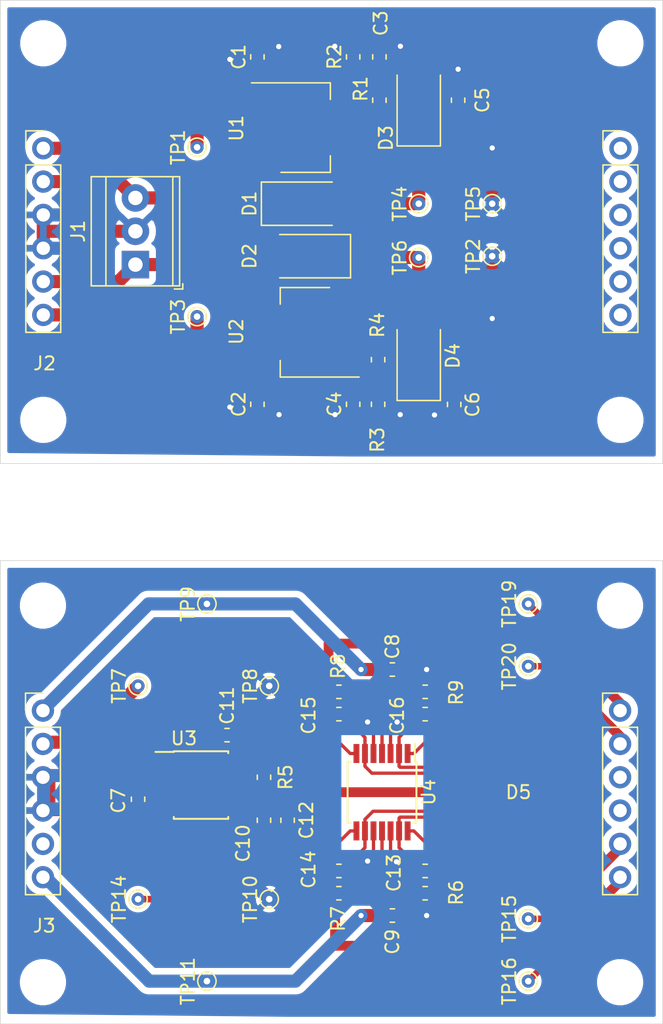
<source format=kicad_pcb>
(kicad_pcb (version 20171130) (host pcbnew "(5.1.2-1)-1")

  (general
    (thickness 1.6)
    (drawings 8)
    (tracks 323)
    (zones 0)
    (modules 53)
    (nets 26)
  )

  (page A4)
  (layers
    (0 F.Cu signal)
    (31 B.Cu signal)
    (32 B.Adhes user)
    (33 F.Adhes user)
    (34 B.Paste user)
    (35 F.Paste user)
    (36 B.SilkS user)
    (37 F.SilkS user)
    (38 B.Mask user)
    (39 F.Mask user)
    (40 Dwgs.User user)
    (41 Cmts.User user)
    (42 Eco1.User user)
    (43 Eco2.User user)
    (44 Edge.Cuts user)
    (45 Margin user)
    (46 B.CrtYd user)
    (47 F.CrtYd user)
    (48 B.Fab user)
    (49 F.Fab user hide)
  )

  (setup
    (last_trace_width 1)
    (user_trace_width 0.5)
    (user_trace_width 0.75)
    (user_trace_width 1)
    (trace_clearance 0.2)
    (zone_clearance 0.508)
    (zone_45_only no)
    (trace_min 0.2)
    (via_size 0.8)
    (via_drill 0.4)
    (via_min_size 0.4)
    (via_min_drill 0.3)
    (uvia_size 0.3)
    (uvia_drill 0.1)
    (uvias_allowed no)
    (uvia_min_size 0.2)
    (uvia_min_drill 0.1)
    (edge_width 0.05)
    (segment_width 0.2)
    (pcb_text_width 0.3)
    (pcb_text_size 1.5 1.5)
    (mod_edge_width 0.12)
    (mod_text_size 1 1)
    (mod_text_width 0.15)
    (pad_size 1.45 0.45)
    (pad_drill 0)
    (pad_to_mask_clearance 0.051)
    (solder_mask_min_width 0.25)
    (aux_axis_origin 0 0)
    (visible_elements FFFFFF7F)
    (pcbplotparams
      (layerselection 0x010fc_ffffffff)
      (usegerberextensions false)
      (usegerberattributes false)
      (usegerberadvancedattributes false)
      (creategerberjobfile false)
      (excludeedgelayer true)
      (linewidth 0.100000)
      (plotframeref false)
      (viasonmask false)
      (mode 1)
      (useauxorigin false)
      (hpglpennumber 1)
      (hpglpenspeed 20)
      (hpglpendiameter 15.000000)
      (psnegative false)
      (psa4output false)
      (plotreference true)
      (plotvalue true)
      (plotinvisibletext false)
      (padsonsilk false)
      (subtractmaskfromsilk false)
      (outputformat 1)
      (mirror false)
      (drillshape 1)
      (scaleselection 1)
      (outputdirectory ""))
  )

  (net 0 "")
  (net 1 +15V)
  (net 2 GND)
  (net 3 -15V)
  (net 4 "Net-(C3-Pad1)")
  (net 5 "Net-(C4-Pad2)")
  (net 6 +12V)
  (net 7 -12V)
  (net 8 "Net-(C10-Pad1)")
  (net 9 "Net-(C11-Pad1)")
  (net 10 "Net-(C12-Pad1)")
  (net 11 "Net-(C13-Pad2)")
  (net 12 /Detector/X1)
  (net 13 "Net-(C14-Pad2)")
  (net 14 /Detector/Y1)
  (net 15 "Net-(C15-Pad2)")
  (net 16 /Detector/X2)
  (net 17 "Net-(C16-Pad2)")
  (net 18 /Detector/Y2)
  (net 19 "Net-(J3-Pad11)")
  (net 20 "Net-(J3-Pad12)")
  (net 21 "Net-(J3-Pad6)")
  (net 22 "Net-(U3-Pad8)")
  (net 23 "Net-(U3-Pad7)")
  (net 24 "Net-(U3-Pad3)")
  (net 25 "Net-(U3-Pad1)")

  (net_class Default "This is the default net class."
    (clearance 0.2)
    (trace_width 0.25)
    (via_dia 0.8)
    (via_drill 0.4)
    (uvia_dia 0.3)
    (uvia_drill 0.1)
    (add_net +12V)
    (add_net +15V)
    (add_net -12V)
    (add_net -15V)
    (add_net /Detector/X1)
    (add_net /Detector/X2)
    (add_net /Detector/Y1)
    (add_net /Detector/Y2)
    (add_net GND)
    (add_net "Net-(C10-Pad1)")
    (add_net "Net-(C11-Pad1)")
    (add_net "Net-(C12-Pad1)")
    (add_net "Net-(C13-Pad2)")
    (add_net "Net-(C14-Pad2)")
    (add_net "Net-(C15-Pad2)")
    (add_net "Net-(C16-Pad2)")
    (add_net "Net-(C3-Pad1)")
    (add_net "Net-(C4-Pad2)")
    (add_net "Net-(J3-Pad11)")
    (add_net "Net-(J3-Pad12)")
    (add_net "Net-(J3-Pad6)")
    (add_net "Net-(U3-Pad1)")
    (add_net "Net-(U3-Pad3)")
    (add_net "Net-(U3-Pad7)")
    (add_net "Net-(U3-Pad8)")
  )

  (module Capacitor_SMD:C_0603_1608Metric (layer F.Cu) (tedit 5B301BBE) (tstamp 5D43B860)
    (at 129.4 80.1125 90)
    (descr "Capacitor SMD 0603 (1608 Metric), square (rectangular) end terminal, IPC_7351 nominal, (Body size source: http://www.tortai-tech.com/upload/download/2011102023233369053.pdf), generated with kicad-footprint-generator")
    (tags capacitor)
    (path /5D4C5F00/5D4E3287)
    (attr smd)
    (fp_text reference C5 (at 0 1.85 90) (layer F.SilkS)
      (effects (font (size 1 1) (thickness 0.15)))
    )
    (fp_text value 1u (at 0 1.43 90) (layer F.Fab)
      (effects (font (size 1 1) (thickness 0.15)))
    )
    (fp_text user %R (at 0 0 90) (layer F.Fab)
      (effects (font (size 0.4 0.4) (thickness 0.06)))
    )
    (fp_line (start 1.48 0.73) (end -1.48 0.73) (layer F.CrtYd) (width 0.05))
    (fp_line (start 1.48 -0.73) (end 1.48 0.73) (layer F.CrtYd) (width 0.05))
    (fp_line (start -1.48 -0.73) (end 1.48 -0.73) (layer F.CrtYd) (width 0.05))
    (fp_line (start -1.48 0.73) (end -1.48 -0.73) (layer F.CrtYd) (width 0.05))
    (fp_line (start -0.162779 0.51) (end 0.162779 0.51) (layer F.SilkS) (width 0.12))
    (fp_line (start -0.162779 -0.51) (end 0.162779 -0.51) (layer F.SilkS) (width 0.12))
    (fp_line (start 0.8 0.4) (end -0.8 0.4) (layer F.Fab) (width 0.1))
    (fp_line (start 0.8 -0.4) (end 0.8 0.4) (layer F.Fab) (width 0.1))
    (fp_line (start -0.8 -0.4) (end 0.8 -0.4) (layer F.Fab) (width 0.1))
    (fp_line (start -0.8 0.4) (end -0.8 -0.4) (layer F.Fab) (width 0.1))
    (pad 2 smd roundrect (at 0.7875 0 90) (size 0.875 0.95) (layers F.Cu F.Paste F.Mask) (roundrect_rratio 0.25)
      (net 2 GND))
    (pad 1 smd roundrect (at -0.7875 0 90) (size 0.875 0.95) (layers F.Cu F.Paste F.Mask) (roundrect_rratio 0.25)
      (net 6 +12V))
    (model ${KISYS3DMOD}/Capacitor_SMD.3dshapes/C_0603_1608Metric.wrl
      (at (xyz 0 0 0))
      (scale (xyz 1 1 1))
      (rotate (xyz 0 0 0))
    )
  )

  (module Connector_Header:PinHeader_2.54mm (layer F.Cu) (tedit 5D43F0E7) (tstamp 5D456A66)
    (at 97.75 126.63)
    (path /5D4E5478/5D7EC537)
    (fp_text reference J3 (at 0.1 16.4) (layer F.SilkS)
      (effects (font (size 1 1) (thickness 0.15)))
    )
    (fp_text value HEADER (at 0 -3) (layer F.Fab)
      (effects (font (size 1 1) (thickness 0.15)))
    )
    (fp_text user %R (at 44.3 20.7) (layer F.Fab)
      (effects (font (size 1 1) (thickness 0.15)))
    )
    (fp_circle (center 44 20.7) (end 46.75 20.7) (layer F.CrtYd) (width 0.05))
    (fp_circle (center 44 20.7) (end 46.5 20.7) (layer Cmts.User) (width 0.15))
    (fp_text user %R (at 0.3 20.7) (layer F.Fab)
      (effects (font (size 1 1) (thickness 0.15)))
    )
    (fp_circle (center 0 20.7) (end 2.75 20.7) (layer F.CrtYd) (width 0.05))
    (fp_circle (center 0 20.7) (end 2.5 20.7) (layer Cmts.User) (width 0.15))
    (fp_text user %R (at 44.3 -8) (layer F.Fab)
      (effects (font (size 1 1) (thickness 0.15)))
    )
    (fp_circle (center 44 -8) (end 46.75 -8) (layer F.CrtYd) (width 0.05))
    (fp_circle (center 44 -8) (end 46.5 -8) (layer Cmts.User) (width 0.15))
    (fp_text user Signal (at 44.5 -3) (layer F.Fab)
      (effects (font (size 1 1) (thickness 0.15)))
    )
    (fp_text user %R (at 0.3 -8) (layer F.Fab)
      (effects (font (size 1 1) (thickness 0.15)))
    )
    (fp_circle (center 0 -8) (end 2.5 -8) (layer Cmts.User) (width 0.15))
    (fp_circle (center 0 -8) (end 2.75 -8) (layer F.CrtYd) (width 0.05))
    (fp_text user %R (at 44 6.35 90) (layer F.Fab)
      (effects (font (size 1 1) (thickness 0.15)))
    )
    (fp_line (start 42.67 0) (end 42.67 -1.33) (layer F.SilkS) (width 0.12))
    (fp_line (start 42.67 14.03) (end 45.33 14.03) (layer F.SilkS) (width 0.12))
    (fp_line (start 42.67 1.27) (end 45.33 1.27) (layer F.SilkS) (width 0.12))
    (fp_line (start 42.73 13.97) (end 42.73 -0.635) (layer F.Fab) (width 0.1))
    (fp_line (start 45.33 1.27) (end 45.33 14.03) (layer F.SilkS) (width 0.12))
    (fp_line (start 42.2 14.5) (end 45.8 14.5) (layer F.CrtYd) (width 0.05))
    (fp_line (start 45.8 14.5) (end 45.8 -1.8) (layer F.CrtYd) (width 0.05))
    (fp_line (start 42.73 -0.635) (end 43.365 -1.27) (layer F.Fab) (width 0.1))
    (fp_line (start 45.27 -1.27) (end 45.27 13.97) (layer F.Fab) (width 0.1))
    (fp_line (start 43.365 -1.27) (end 45.27 -1.27) (layer F.Fab) (width 0.1))
    (fp_line (start 42.67 -1.33) (end 44 -1.33) (layer F.SilkS) (width 0.12))
    (fp_line (start 42.67 1.27) (end 42.67 14.03) (layer F.SilkS) (width 0.12))
    (fp_line (start 45.8 -1.8) (end 42.2 -1.8) (layer F.CrtYd) (width 0.05))
    (fp_line (start 42.2 -1.8) (end 42.2 14.5) (layer F.CrtYd) (width 0.05))
    (fp_line (start 45.27 13.97) (end 42.73 13.97) (layer F.Fab) (width 0.1))
    (fp_text user %R (at 0 6.35 90) (layer F.Fab)
      (effects (font (size 1 1) (thickness 0.15)))
    )
    (fp_line (start -1.33 0) (end -1.33 -1.33) (layer F.SilkS) (width 0.12))
    (fp_line (start -1.33 14.03) (end 1.33 14.03) (layer F.SilkS) (width 0.12))
    (fp_line (start -1.33 1.27) (end 1.33 1.27) (layer F.SilkS) (width 0.12))
    (fp_line (start -1.27 13.97) (end -1.27 -0.635) (layer F.Fab) (width 0.1))
    (fp_line (start 1.33 1.27) (end 1.33 14.03) (layer F.SilkS) (width 0.12))
    (fp_line (start -1.8 14.5) (end 1.8 14.5) (layer F.CrtYd) (width 0.05))
    (fp_line (start 1.8 14.5) (end 1.8 -1.8) (layer F.CrtYd) (width 0.05))
    (fp_line (start -1.27 -0.635) (end -0.635 -1.27) (layer F.Fab) (width 0.1))
    (fp_line (start 1.27 -1.27) (end 1.27 13.97) (layer F.Fab) (width 0.1))
    (fp_line (start -0.635 -1.27) (end 1.27 -1.27) (layer F.Fab) (width 0.1))
    (fp_line (start -1.33 -1.33) (end 0 -1.33) (layer F.SilkS) (width 0.12))
    (fp_line (start -1.33 1.27) (end -1.33 14.03) (layer F.SilkS) (width 0.12))
    (fp_line (start 1.8 -1.8) (end -1.8 -1.8) (layer F.CrtYd) (width 0.05))
    (fp_line (start -1.8 -1.8) (end -1.8 14.5) (layer F.CrtYd) (width 0.05))
    (fp_line (start 1.27 13.97) (end -1.27 13.97) (layer F.Fab) (width 0.1))
    (pad "" np_thru_hole circle (at 44 20.7) (size 2.5 2.5) (drill 2.5) (layers *.Cu *.Mask))
    (pad "" np_thru_hole circle (at 0 20.7) (size 2.5 2.5) (drill 2.5) (layers *.Cu *.Mask))
    (pad "" np_thru_hole circle (at 44 -8) (size 2.5 2.5) (drill 2.5) (layers *.Cu *.Mask))
    (pad "" np_thru_hole circle (at 0 -8) (size 2.5 2.5) (drill 2.5) (layers *.Cu *.Mask))
    (pad 7 thru_hole oval (at 44 10.16) (size 1.7 1.7) (drill 1.02) (layers *.Cu *.Mask)
      (net 12 /Detector/X1))
    (pad 9 thru_hole oval (at 44 12.7) (size 1.7 1.7) (drill 1.02) (layers *.Cu *.Mask)
      (net 14 /Detector/Y1))
    (pad 10 thru_hole oval (at 44 2.54) (size 1.7 1.7) (drill 1.02) (layers *.Cu *.Mask)
      (net 18 /Detector/Y2))
    (pad 11 thru_hole oval (at 44 5.08) (size 1.7 1.7) (drill 1.02) (layers *.Cu *.Mask)
      (net 19 "Net-(J3-Pad11)"))
    (pad 8 thru_hole circle (at 44 0) (size 1.7 1.7) (drill 1.02) (layers *.Cu *.Mask)
      (net 16 /Detector/X2))
    (pad 12 thru_hole oval (at 44 7.62) (size 1.7 1.7) (drill 1.02) (layers *.Cu *.Mask)
      (net 20 "Net-(J3-Pad12)"))
    (pad 6 thru_hole oval (at 0 10.16) (size 1.7 1.7) (drill 1.02) (layers *.Cu *.Mask)
      (net 21 "Net-(J3-Pad6)"))
    (pad 5 thru_hole oval (at 0 12.7) (size 1.7 1.7) (drill 1.02) (layers *.Cu *.Mask)
      (net 7 -12V))
    (pad 1 thru_hole oval (at 0 2.54) (size 1.7 1.7) (drill 1.02) (layers *.Cu *.Mask)
      (net 1 +15V))
    (pad 3 thru_hole oval (at 0 5.08) (size 1.7 1.7) (drill 1.02) (layers *.Cu *.Mask)
      (net 2 GND))
    (pad 2 thru_hole circle (at 0 0) (size 1.7 1.7) (drill 1.02) (layers *.Cu *.Mask)
      (net 6 +12V))
    (pad 4 thru_hole oval (at 0 7.62) (size 1.7 1.7) (drill 1.02) (layers *.Cu *.Mask)
      (net 2 GND))
  )

  (module Package_SO:TSSOP-14_4.4x5mm_P0.65mm (layer F.Cu) (tedit 5A02F25C) (tstamp 5D44CC92)
    (at 123.6 132.85 270)
    (descr "14-Lead Plastic Thin Shrink Small Outline (ST)-4.4 mm Body [TSSOP] (see Microchip Packaging Specification 00000049BS.pdf)")
    (tags "SSOP 0.65")
    (path /5D4E5478/5D4E6F20)
    (attr smd)
    (fp_text reference U4 (at 0 -3.55 90) (layer F.SilkS)
      (effects (font (size 1 1) (thickness 0.15)))
    )
    (fp_text value OPA4197 (at 0 3.55 90) (layer F.Fab)
      (effects (font (size 1 1) (thickness 0.15)))
    )
    (fp_text user %R (at 0 0 90) (layer F.Fab)
      (effects (font (size 0.8 0.8) (thickness 0.15)))
    )
    (fp_line (start -2.325 -2.5) (end -3.675 -2.5) (layer F.SilkS) (width 0.15))
    (fp_line (start -2.325 2.625) (end 2.325 2.625) (layer F.SilkS) (width 0.15))
    (fp_line (start -2.325 -2.625) (end 2.325 -2.625) (layer F.SilkS) (width 0.15))
    (fp_line (start -2.325 2.625) (end -2.325 2.4) (layer F.SilkS) (width 0.15))
    (fp_line (start 2.325 2.625) (end 2.325 2.4) (layer F.SilkS) (width 0.15))
    (fp_line (start 2.325 -2.625) (end 2.325 -2.4) (layer F.SilkS) (width 0.15))
    (fp_line (start -2.325 -2.625) (end -2.325 -2.5) (layer F.SilkS) (width 0.15))
    (fp_line (start -3.95 2.8) (end 3.95 2.8) (layer F.CrtYd) (width 0.05))
    (fp_line (start -3.95 -2.8) (end 3.95 -2.8) (layer F.CrtYd) (width 0.05))
    (fp_line (start 3.95 -2.8) (end 3.95 2.8) (layer F.CrtYd) (width 0.05))
    (fp_line (start -3.95 -2.8) (end -3.95 2.8) (layer F.CrtYd) (width 0.05))
    (fp_line (start -2.2 -1.5) (end -1.2 -2.5) (layer F.Fab) (width 0.15))
    (fp_line (start -2.2 2.5) (end -2.2 -1.5) (layer F.Fab) (width 0.15))
    (fp_line (start 2.2 2.5) (end -2.2 2.5) (layer F.Fab) (width 0.15))
    (fp_line (start 2.2 -2.5) (end 2.2 2.5) (layer F.Fab) (width 0.15))
    (fp_line (start -1.2 -2.5) (end 2.2 -2.5) (layer F.Fab) (width 0.15))
    (pad 14 smd rect (at 2.95 -1.95 270) (size 1.45 0.45) (layers F.Cu F.Paste F.Mask)
      (net 12 /Detector/X1))
    (pad 13 smd rect (at 2.95 -1.3 270) (size 1.45 0.45) (layers F.Cu F.Paste F.Mask)
      (net 11 "Net-(C13-Pad2)"))
    (pad 12 smd rect (at 2.95 -0.65 270) (size 1.45 0.45) (layers F.Cu F.Paste F.Mask)
      (net 2 GND))
    (pad 11 smd rect (at 2.95 0 270) (size 1.45 0.45) (layers F.Cu F.Paste F.Mask)
      (net 7 -12V))
    (pad 10 smd rect (at 2.95 0.65 270) (size 1.45 0.45) (layers F.Cu F.Paste F.Mask)
      (net 2 GND))
    (pad 9 smd rect (at 2.95 1.3 270) (size 1.45 0.45) (layers F.Cu F.Paste F.Mask)
      (net 13 "Net-(C14-Pad2)"))
    (pad 8 smd rect (at 2.95 1.95 270) (size 1.45 0.45) (layers F.Cu F.Paste F.Mask)
      (net 14 /Detector/Y1))
    (pad 7 smd rect (at -2.95 1.95 270) (size 1.45 0.45) (layers F.Cu F.Paste F.Mask)
      (net 16 /Detector/X2))
    (pad 6 smd rect (at -2.95 1.3 270) (size 1.45 0.45) (layers F.Cu F.Paste F.Mask)
      (net 15 "Net-(C15-Pad2)"))
    (pad 5 smd rect (at -2.95 0.65 270) (size 1.45 0.45) (layers F.Cu F.Paste F.Mask)
      (net 2 GND))
    (pad 4 smd rect (at -2.95 0 270) (size 1.45 0.45) (layers F.Cu F.Paste F.Mask)
      (net 6 +12V))
    (pad 3 smd rect (at -2.95 -0.65 270) (size 1.45 0.45) (layers F.Cu F.Paste F.Mask)
      (net 2 GND))
    (pad 2 smd rect (at -2.95 -1.3 270) (size 1.45 0.45) (layers F.Cu F.Paste F.Mask)
      (net 17 "Net-(C16-Pad2)"))
    (pad 1 smd rect (at -2.95 -1.95 270) (size 1.45 0.45) (layers F.Cu F.Paste F.Mask)
      (net 18 /Detector/Y2))
    (model ${KISYS3DMOD}/Package_SO.3dshapes/TSSOP-14_4.4x5mm_P0.65mm.wrl
      (at (xyz 0 0 0))
      (scale (xyz 1 1 1))
      (rotate (xyz 0 0 0))
    )
  )

  (module Package_SO:SOIC-8_3.9x4.9mm_P1.27mm (layer F.Cu) (tedit 5A02F2D3) (tstamp 5D44CCF2)
    (at 109.8 132.305)
    (descr "8-Lead Plastic Small Outline (SN) - Narrow, 3.90 mm Body [SOIC] (see Microchip Packaging Specification http://ww1.microchip.com/downloads/en/PackagingSpec/00000049BQ.pdf)")
    (tags "SOIC 1.27")
    (path /5D4E5478/5D52095C)
    (attr smd)
    (fp_text reference U3 (at -1.3 -3.555) (layer F.SilkS)
      (effects (font (size 1 1) (thickness 0.15)))
    )
    (fp_text value REF5010 (at 0 3.5) (layer F.Fab)
      (effects (font (size 1 1) (thickness 0.15)))
    )
    (fp_line (start -2.075 -2.525) (end -3.475 -2.525) (layer F.SilkS) (width 0.15))
    (fp_line (start -2.075 2.575) (end 2.075 2.575) (layer F.SilkS) (width 0.15))
    (fp_line (start -2.075 -2.575) (end 2.075 -2.575) (layer F.SilkS) (width 0.15))
    (fp_line (start -2.075 2.575) (end -2.075 2.43) (layer F.SilkS) (width 0.15))
    (fp_line (start 2.075 2.575) (end 2.075 2.43) (layer F.SilkS) (width 0.15))
    (fp_line (start 2.075 -2.575) (end 2.075 -2.43) (layer F.SilkS) (width 0.15))
    (fp_line (start -2.075 -2.575) (end -2.075 -2.525) (layer F.SilkS) (width 0.15))
    (fp_line (start -3.73 2.7) (end 3.73 2.7) (layer F.CrtYd) (width 0.05))
    (fp_line (start -3.73 -2.7) (end 3.73 -2.7) (layer F.CrtYd) (width 0.05))
    (fp_line (start 3.73 -2.7) (end 3.73 2.7) (layer F.CrtYd) (width 0.05))
    (fp_line (start -3.73 -2.7) (end -3.73 2.7) (layer F.CrtYd) (width 0.05))
    (fp_line (start -1.95 -1.45) (end -0.95 -2.45) (layer F.Fab) (width 0.1))
    (fp_line (start -1.95 2.45) (end -1.95 -1.45) (layer F.Fab) (width 0.1))
    (fp_line (start 1.95 2.45) (end -1.95 2.45) (layer F.Fab) (width 0.1))
    (fp_line (start 1.95 -2.45) (end 1.95 2.45) (layer F.Fab) (width 0.1))
    (fp_line (start -0.95 -2.45) (end 1.95 -2.45) (layer F.Fab) (width 0.1))
    (fp_text user %R (at 0 0) (layer F.Fab)
      (effects (font (size 1 1) (thickness 0.15)))
    )
    (pad 8 smd rect (at 2.7 -1.905) (size 1.55 0.6) (layers F.Cu F.Paste F.Mask)
      (net 22 "Net-(U3-Pad8)"))
    (pad 7 smd rect (at 2.7 -0.635) (size 1.55 0.6) (layers F.Cu F.Paste F.Mask)
      (net 23 "Net-(U3-Pad7)"))
    (pad 6 smd rect (at 2.7 0.635) (size 1.55 0.6) (layers F.Cu F.Paste F.Mask)
      (net 10 "Net-(C12-Pad1)"))
    (pad 5 smd rect (at 2.7 1.905) (size 1.55 0.6) (layers F.Cu F.Paste F.Mask)
      (net 8 "Net-(C10-Pad1)"))
    (pad 4 smd rect (at -2.7 1.905) (size 1.55 0.6) (layers F.Cu F.Paste F.Mask)
      (net 2 GND))
    (pad 3 smd rect (at -2.7 0.635) (size 1.55 0.6) (layers F.Cu F.Paste F.Mask)
      (net 24 "Net-(U3-Pad3)"))
    (pad 2 smd rect (at -2.7 -0.635) (size 1.55 0.6) (layers F.Cu F.Paste F.Mask)
      (net 1 +15V))
    (pad 1 smd rect (at -2.7 -1.905) (size 1.55 0.6) (layers F.Cu F.Paste F.Mask)
      (net 25 "Net-(U3-Pad1)"))
    (model ${KISYS3DMOD}/Package_SO.3dshapes/SOIC-8_3.9x4.9mm_P1.27mm.wrl
      (at (xyz 0 0 0))
      (scale (xyz 1 1 1))
      (rotate (xyz 0 0 0))
    )
  )

  (module TestPoint:TestPoint_THTPad_D1.0mm_Drill0.5mm (layer F.Cu) (tedit 5A0F774F) (tstamp 5D44635B)
    (at 134.75 123.25 90)
    (descr "THT pad as test Point, diameter 1.0mm, hole diameter 0.5mm")
    (tags "test point THT pad")
    (path /5D4E5478/5DD06A66)
    (attr virtual)
    (fp_text reference TP20 (at 0 -1.448 90) (layer F.SilkS)
      (effects (font (size 1 1) (thickness 0.15)))
    )
    (fp_text value U4 (at 0 1.55 90) (layer F.Fab)
      (effects (font (size 1 1) (thickness 0.15)))
    )
    (fp_circle (center 0 0) (end 0 0.7) (layer F.SilkS) (width 0.12))
    (fp_circle (center 0 0) (end 1 0) (layer F.CrtYd) (width 0.05))
    (fp_text user %R (at 0 -1.45 90) (layer F.Fab)
      (effects (font (size 1 1) (thickness 0.15)))
    )
    (pad 1 thru_hole circle (at 0 0 90) (size 1 1) (drill 0.5) (layers *.Cu *.Mask)
      (net 18 /Detector/Y2))
  )

  (module TestPoint:TestPoint_THTPad_D1.0mm_Drill0.5mm (layer F.Cu) (tedit 5A0F774F) (tstamp 5D44E51C)
    (at 134.75 118.5 90)
    (descr "THT pad as test Point, diameter 1.0mm, hole diameter 0.5mm")
    (tags "test point THT pad")
    (path /5D4E5478/5DCE1C5C)
    (attr virtual)
    (fp_text reference TP19 (at 0 -1.448 90) (layer F.SilkS)
      (effects (font (size 1 1) (thickness 0.15)))
    )
    (fp_text value U2 (at 0 1.55 90) (layer F.Fab)
      (effects (font (size 1 1) (thickness 0.15)))
    )
    (fp_circle (center 0 0) (end 0 0.7) (layer F.SilkS) (width 0.12))
    (fp_circle (center 0 0) (end 1 0) (layer F.CrtYd) (width 0.05))
    (fp_text user %R (at 0 -1.45 90) (layer F.Fab)
      (effects (font (size 1 1) (thickness 0.15)))
    )
    (pad 1 thru_hole circle (at 0 0 90) (size 1 1) (drill 0.5) (layers *.Cu *.Mask)
      (net 16 /Detector/X2))
  )

  (module TestPoint:TestPoint_THTPad_D1.0mm_Drill0.5mm (layer F.Cu) (tedit 5A0F774F) (tstamp 5D44633B)
    (at 134.75 147.25 90)
    (descr "THT pad as test Point, diameter 1.0mm, hole diameter 0.5mm")
    (tags "test point THT pad")
    (path /5D4E5478/5DCF9D51)
    (attr virtual)
    (fp_text reference TP16 (at 0 -1.448 90) (layer F.SilkS)
      (effects (font (size 1 1) (thickness 0.15)))
    )
    (fp_text value U3 (at 0 1.55 90) (layer F.Fab)
      (effects (font (size 1 1) (thickness 0.15)))
    )
    (fp_circle (center 0 0) (end 0 0.7) (layer F.SilkS) (width 0.12))
    (fp_circle (center 0 0) (end 1 0) (layer F.CrtYd) (width 0.05))
    (fp_text user %R (at 0 -1.45 90) (layer F.Fab)
      (effects (font (size 1 1) (thickness 0.15)))
    )
    (pad 1 thru_hole circle (at 0 0 90) (size 1 1) (drill 0.5) (layers *.Cu *.Mask)
      (net 14 /Detector/Y1))
  )

  (module TestPoint:TestPoint_THTPad_D1.0mm_Drill0.5mm (layer F.Cu) (tedit 5A0F774F) (tstamp 5D446333)
    (at 134.75 142.5 90)
    (descr "THT pad as test Point, diameter 1.0mm, hole diameter 0.5mm")
    (tags "test point THT pad")
    (path /5D4E5478/5DCCDDC7)
    (attr virtual)
    (fp_text reference TP15 (at 0 -1.448 90) (layer F.SilkS)
      (effects (font (size 1 1) (thickness 0.15)))
    )
    (fp_text value U1 (at 0 1.55 90) (layer F.Fab)
      (effects (font (size 1 1) (thickness 0.15)))
    )
    (fp_circle (center 0 0) (end 0 0.7) (layer F.SilkS) (width 0.12))
    (fp_circle (center 0 0) (end 1 0) (layer F.CrtYd) (width 0.05))
    (fp_text user %R (at 0 -1.45 90) (layer F.Fab)
      (effects (font (size 1 1) (thickness 0.15)))
    )
    (pad 1 thru_hole circle (at 0 0 90) (size 1 1) (drill 0.5) (layers *.Cu *.Mask)
      (net 12 /Detector/X1))
  )

  (module TestPoint:TestPoint_THTPad_D1.0mm_Drill0.5mm (layer F.Cu) (tedit 5A0F774F) (tstamp 5D44D97F)
    (at 105 141 90)
    (descr "THT pad as test Point, diameter 1.0mm, hole diameter 0.5mm")
    (tags "test point THT pad")
    (path /5D4E5478/5D5B0543)
    (attr virtual)
    (fp_text reference TP14 (at 0 -1.448 90) (layer F.SilkS)
      (effects (font (size 1 1) (thickness 0.15)))
    )
    (fp_text value BIAS (at 0 1.55 90) (layer F.Fab)
      (effects (font (size 1 1) (thickness 0.15)))
    )
    (fp_circle (center 0 0) (end 0 0.7) (layer F.SilkS) (width 0.12))
    (fp_circle (center 0 0) (end 1 0) (layer F.CrtYd) (width 0.05))
    (fp_text user %R (at 0 -1.45 90) (layer F.Fab)
      (effects (font (size 1 1) (thickness 0.15)))
    )
    (pad 1 thru_hole circle (at 0 0 90) (size 1 1) (drill 0.5) (layers *.Cu *.Mask)
      (net 10 "Net-(C12-Pad1)"))
  )

  (module TestPoint:TestPoint_THTPad_D1.0mm_Drill0.5mm (layer F.Cu) (tedit 5A0F774F) (tstamp 5D446313)
    (at 110.25 147.25 90)
    (descr "THT pad as test Point, diameter 1.0mm, hole diameter 0.5mm")
    (tags "test point THT pad")
    (path /5D4E5478/5DC00EC0)
    (attr virtual)
    (fp_text reference TP11 (at 0 -1.448 90) (layer F.SilkS)
      (effects (font (size 1 1) (thickness 0.15)))
    )
    (fp_text value -12V (at 0 1.55 90) (layer F.Fab)
      (effects (font (size 1 1) (thickness 0.15)))
    )
    (fp_circle (center 0 0) (end 0 0.7) (layer F.SilkS) (width 0.12))
    (fp_circle (center 0 0) (end 1 0) (layer F.CrtYd) (width 0.05))
    (fp_text user %R (at 0 -1.45 90) (layer F.Fab)
      (effects (font (size 1 1) (thickness 0.15)))
    )
    (pad 1 thru_hole circle (at 0 0 90) (size 1 1) (drill 0.5) (layers *.Cu *.Mask)
      (net 7 -12V))
  )

  (module TestPoint:TestPoint_THTPad_D1.0mm_Drill0.5mm (layer F.Cu) (tedit 5A0F774F) (tstamp 5D44DD24)
    (at 115 141 90)
    (descr "THT pad as test Point, diameter 1.0mm, hole diameter 0.5mm")
    (tags "test point THT pad")
    (path /5D4E5478/5DBF527A)
    (attr virtual)
    (fp_text reference TP10 (at 0 -1.448 90) (layer F.SilkS)
      (effects (font (size 1 1) (thickness 0.15)))
    )
    (fp_text value GND (at 0 1.55 90) (layer F.Fab)
      (effects (font (size 1 1) (thickness 0.15)))
    )
    (fp_circle (center 0 0) (end 0 0.7) (layer F.SilkS) (width 0.12))
    (fp_circle (center 0 0) (end 1 0) (layer F.CrtYd) (width 0.05))
    (fp_text user %R (at 0 -1.45 90) (layer F.Fab)
      (effects (font (size 1 1) (thickness 0.15)))
    )
    (pad 1 thru_hole circle (at 0 0 90) (size 1 1) (drill 0.5) (layers *.Cu *.Mask)
      (net 2 GND))
  )

  (module TestPoint:TestPoint_THTPad_D1.0mm_Drill0.5mm (layer F.Cu) (tedit 5A0F774F) (tstamp 5D44CE87)
    (at 110.25 118.5 90)
    (descr "THT pad as test Point, diameter 1.0mm, hole diameter 0.5mm")
    (tags "test point THT pad")
    (path /5D4E5478/5DBBC9A4)
    (attr virtual)
    (fp_text reference TP9 (at 0 -1.448 90) (layer F.SilkS)
      (effects (font (size 1 1) (thickness 0.15)))
    )
    (fp_text value +12V (at 0 1.55 90) (layer F.Fab)
      (effects (font (size 1 1) (thickness 0.15)))
    )
    (fp_circle (center 0 0) (end 0 0.7) (layer F.SilkS) (width 0.12))
    (fp_circle (center 0 0) (end 1 0) (layer F.CrtYd) (width 0.05))
    (fp_text user %R (at 0 -1.45 90) (layer F.Fab)
      (effects (font (size 1 1) (thickness 0.15)))
    )
    (pad 1 thru_hole circle (at 0 0 90) (size 1 1) (drill 0.5) (layers *.Cu *.Mask)
      (net 6 +12V))
  )

  (module TestPoint:TestPoint_THTPad_D1.0mm_Drill0.5mm (layer F.Cu) (tedit 5A0F774F) (tstamp 5D44CD37)
    (at 115 124.75 90)
    (descr "THT pad as test Point, diameter 1.0mm, hole diameter 0.5mm")
    (tags "test point THT pad")
    (path /5D4E5478/5DC85F7E)
    (attr virtual)
    (fp_text reference TP8 (at 0 -1.448 90) (layer F.SilkS)
      (effects (font (size 1 1) (thickness 0.15)))
    )
    (fp_text value GND (at 0 1.55 90) (layer F.Fab)
      (effects (font (size 1 1) (thickness 0.15)))
    )
    (fp_circle (center 0 0) (end 0 0.7) (layer F.SilkS) (width 0.12))
    (fp_circle (center 0 0) (end 1 0) (layer F.CrtYd) (width 0.05))
    (fp_text user %R (at 0 -1.45 90) (layer F.Fab)
      (effects (font (size 1 1) (thickness 0.15)))
    )
    (pad 1 thru_hole circle (at 0 0 90) (size 1 1) (drill 0.5) (layers *.Cu *.Mask)
      (net 2 GND))
  )

  (module TestPoint:TestPoint_THTPad_D1.0mm_Drill0.5mm (layer F.Cu) (tedit 5A0F774F) (tstamp 5D44CD4C)
    (at 105 124.75 90)
    (descr "THT pad as test Point, diameter 1.0mm, hole diameter 0.5mm")
    (tags "test point THT pad")
    (path /5D4E5478/5DC7FB86)
    (attr virtual)
    (fp_text reference TP7 (at 0 -1.448 90) (layer F.SilkS)
      (effects (font (size 1 1) (thickness 0.15)))
    )
    (fp_text value +15V (at 0 1.55 90) (layer F.Fab)
      (effects (font (size 1 1) (thickness 0.15)))
    )
    (fp_circle (center 0 0) (end 0 0.7) (layer F.SilkS) (width 0.12))
    (fp_circle (center 0 0) (end 1 0) (layer F.CrtYd) (width 0.05))
    (fp_text user %R (at 0 -1.45 90) (layer F.Fab)
      (effects (font (size 1 1) (thickness 0.15)))
    )
    (pad 1 thru_hole circle (at 0 0 90) (size 1 1) (drill 0.5) (layers *.Cu *.Mask)
      (net 1 +15V))
  )

  (module TestPoint:TestPoint_THTPad_D1.0mm_Drill0.5mm (layer F.Cu) (tedit 5A0F774F) (tstamp 5D44BA6E)
    (at 126.4 92.1 90)
    (descr "THT pad as test Point, diameter 1.0mm, hole diameter 0.5mm")
    (tags "test point THT pad")
    (path /5D4C5F00/5DD30B9F)
    (attr virtual)
    (fp_text reference TP6 (at 0 -1.448 90) (layer F.SilkS)
      (effects (font (size 1 1) (thickness 0.15)))
    )
    (fp_text value -12V (at 0 1.55 90) (layer F.Fab)
      (effects (font (size 1 1) (thickness 0.15)))
    )
    (fp_circle (center 0 0) (end 0 0.7) (layer F.SilkS) (width 0.12))
    (fp_circle (center 0 0) (end 1 0) (layer F.CrtYd) (width 0.05))
    (fp_text user %R (at 0 -1.45 90) (layer F.Fab)
      (effects (font (size 1 1) (thickness 0.15)))
    )
    (pad 1 thru_hole circle (at 0 0 90) (size 1 1) (drill 0.5) (layers *.Cu *.Mask)
      (net 7 -12V))
  )

  (module TestPoint:TestPoint_THTPad_D1.0mm_Drill0.5mm (layer F.Cu) (tedit 5A0F774F) (tstamp 5D4462E3)
    (at 132 88 90)
    (descr "THT pad as test Point, diameter 1.0mm, hole diameter 0.5mm")
    (tags "test point THT pad")
    (path /5D4C5F00/5DD2D5F3)
    (attr virtual)
    (fp_text reference TP5 (at 0 -1.448 90) (layer F.SilkS)
      (effects (font (size 1 1) (thickness 0.15)))
    )
    (fp_text value GND (at 0 1.55 90) (layer F.Fab)
      (effects (font (size 1 1) (thickness 0.15)))
    )
    (fp_circle (center 0 0) (end 0 0.7) (layer F.SilkS) (width 0.12))
    (fp_circle (center 0 0) (end 1 0) (layer F.CrtYd) (width 0.05))
    (fp_text user %R (at 0 -1.45 90) (layer F.Fab)
      (effects (font (size 1 1) (thickness 0.15)))
    )
    (pad 1 thru_hole circle (at 0 0 90) (size 1 1) (drill 0.5) (layers *.Cu *.Mask)
      (net 2 GND))
  )

  (module TestPoint:TestPoint_THTPad_D1.0mm_Drill0.5mm (layer F.Cu) (tedit 5A0F774F) (tstamp 5D4462DB)
    (at 126.4 88 90)
    (descr "THT pad as test Point, diameter 1.0mm, hole diameter 0.5mm")
    (tags "test point THT pad")
    (path /5D4C5F00/5DD29B20)
    (attr virtual)
    (fp_text reference TP4 (at 0 -1.448 90) (layer F.SilkS)
      (effects (font (size 1 1) (thickness 0.15)))
    )
    (fp_text value +12V (at 0 1.55 90) (layer F.Fab)
      (effects (font (size 1 1) (thickness 0.15)))
    )
    (fp_circle (center 0 0) (end 0 0.7) (layer F.SilkS) (width 0.12))
    (fp_circle (center 0 0) (end 1 0) (layer F.CrtYd) (width 0.05))
    (fp_text user %R (at 0 -1.45 90) (layer F.Fab)
      (effects (font (size 1 1) (thickness 0.15)))
    )
    (pad 1 thru_hole circle (at 0 0 90) (size 1 1) (drill 0.5) (layers *.Cu *.Mask)
      (net 6 +12V))
  )

  (module TestPoint:TestPoint_THTPad_D1.0mm_Drill0.5mm (layer F.Cu) (tedit 5A0F774F) (tstamp 5D4462CC)
    (at 132 92 90)
    (descr "THT pad as test Point, diameter 1.0mm, hole diameter 0.5mm")
    (tags "test point THT pad")
    (path /5D4C5F00/5DD6811A)
    (attr virtual)
    (fp_text reference TP2 (at 0 -1.448 90) (layer F.SilkS)
      (effects (font (size 1 1) (thickness 0.15)))
    )
    (fp_text value GND (at 0 1.55 90) (layer F.Fab)
      (effects (font (size 1 1) (thickness 0.15)))
    )
    (fp_circle (center 0 0) (end 0 0.7) (layer F.SilkS) (width 0.12))
    (fp_circle (center 0 0) (end 1 0) (layer F.CrtYd) (width 0.05))
    (fp_text user %R (at 0 -1.45 90) (layer F.Fab)
      (effects (font (size 1 1) (thickness 0.15)))
    )
    (pad 1 thru_hole circle (at 0 0 90) (size 1 1) (drill 0.5) (layers *.Cu *.Mask)
      (net 2 GND))
  )

  (module TestPoint:TestPoint_THTPad_D1.0mm_Drill0.5mm (layer F.Cu) (tedit 5A0F774F) (tstamp 5D4462C4)
    (at 109.5 83.7 90)
    (descr "THT pad as test Point, diameter 1.0mm, hole diameter 0.5mm")
    (tags "test point THT pad")
    (path /5D4C5F00/5DD42668)
    (attr virtual)
    (fp_text reference TP1 (at 0 -1.448 90) (layer F.SilkS)
      (effects (font (size 1 1) (thickness 0.15)))
    )
    (fp_text value +15V (at 0 1.55 90) (layer F.Fab)
      (effects (font (size 1 1) (thickness 0.15)))
    )
    (fp_circle (center 0 0) (end 0 0.7) (layer F.SilkS) (width 0.12))
    (fp_circle (center 0 0) (end 1 0) (layer F.CrtYd) (width 0.05))
    (fp_text user %R (at 0 -1.45 90) (layer F.Fab)
      (effects (font (size 1 1) (thickness 0.15)))
    )
    (pad 1 thru_hole circle (at 0 0 90) (size 1 1) (drill 0.5) (layers *.Cu *.Mask)
      (net 1 +15V))
  )

  (module Capacitor_SMD:C_0603_1608Metric (layer F.Cu) (tedit 5B301BBE) (tstamp 5D43B77C)
    (at 114.1 76.8125 90)
    (descr "Capacitor SMD 0603 (1608 Metric), square (rectangular) end terminal, IPC_7351 nominal, (Body size source: http://www.tortai-tech.com/upload/download/2011102023233369053.pdf), generated with kicad-footprint-generator")
    (tags capacitor)
    (path /5D4C5F00/5D4E3266)
    (attr smd)
    (fp_text reference C1 (at 0 -1.43 90) (layer F.SilkS)
      (effects (font (size 1 1) (thickness 0.15)))
    )
    (fp_text value 100n (at 0 1.43 90) (layer F.Fab)
      (effects (font (size 1 1) (thickness 0.15)))
    )
    (fp_text user %R (at 0 0 90) (layer F.Fab)
      (effects (font (size 0.4 0.4) (thickness 0.06)))
    )
    (fp_line (start 1.48 0.73) (end -1.48 0.73) (layer F.CrtYd) (width 0.05))
    (fp_line (start 1.48 -0.73) (end 1.48 0.73) (layer F.CrtYd) (width 0.05))
    (fp_line (start -1.48 -0.73) (end 1.48 -0.73) (layer F.CrtYd) (width 0.05))
    (fp_line (start -1.48 0.73) (end -1.48 -0.73) (layer F.CrtYd) (width 0.05))
    (fp_line (start -0.162779 0.51) (end 0.162779 0.51) (layer F.SilkS) (width 0.12))
    (fp_line (start -0.162779 -0.51) (end 0.162779 -0.51) (layer F.SilkS) (width 0.12))
    (fp_line (start 0.8 0.4) (end -0.8 0.4) (layer F.Fab) (width 0.1))
    (fp_line (start 0.8 -0.4) (end 0.8 0.4) (layer F.Fab) (width 0.1))
    (fp_line (start -0.8 -0.4) (end 0.8 -0.4) (layer F.Fab) (width 0.1))
    (fp_line (start -0.8 0.4) (end -0.8 -0.4) (layer F.Fab) (width 0.1))
    (pad 2 smd roundrect (at 0.7875 0 90) (size 0.875 0.95) (layers F.Cu F.Paste F.Mask) (roundrect_rratio 0.25)
      (net 2 GND))
    (pad 1 smd roundrect (at -0.7875 0 90) (size 0.875 0.95) (layers F.Cu F.Paste F.Mask) (roundrect_rratio 0.25)
      (net 1 +15V))
    (model ${KISYS3DMOD}/Capacitor_SMD.3dshapes/C_0603_1608Metric.wrl
      (at (xyz 0 0 0))
      (scale (xyz 1 1 1))
      (rotate (xyz 0 0 0))
    )
  )

  (module Capacitor_SMD:C_0603_1608Metric (layer F.Cu) (tedit 5B301BBE) (tstamp 5D435052)
    (at 114.1 103.2875 90)
    (descr "Capacitor SMD 0603 (1608 Metric), square (rectangular) end terminal, IPC_7351 nominal, (Body size source: http://www.tortai-tech.com/upload/download/2011102023233369053.pdf), generated with kicad-footprint-generator")
    (tags capacitor)
    (path /5D4C5F00/5D4E32AF)
    (attr smd)
    (fp_text reference C2 (at 0 -1.43 90) (layer F.SilkS)
      (effects (font (size 1 1) (thickness 0.15)))
    )
    (fp_text value 100n (at 0 1.43 90) (layer F.Fab)
      (effects (font (size 1 1) (thickness 0.15)))
    )
    (fp_text user %R (at 0 0 90) (layer F.Fab)
      (effects (font (size 0.4 0.4) (thickness 0.06)))
    )
    (fp_line (start 1.48 0.73) (end -1.48 0.73) (layer F.CrtYd) (width 0.05))
    (fp_line (start 1.48 -0.73) (end 1.48 0.73) (layer F.CrtYd) (width 0.05))
    (fp_line (start -1.48 -0.73) (end 1.48 -0.73) (layer F.CrtYd) (width 0.05))
    (fp_line (start -1.48 0.73) (end -1.48 -0.73) (layer F.CrtYd) (width 0.05))
    (fp_line (start -0.162779 0.51) (end 0.162779 0.51) (layer F.SilkS) (width 0.12))
    (fp_line (start -0.162779 -0.51) (end 0.162779 -0.51) (layer F.SilkS) (width 0.12))
    (fp_line (start 0.8 0.4) (end -0.8 0.4) (layer F.Fab) (width 0.1))
    (fp_line (start 0.8 -0.4) (end 0.8 0.4) (layer F.Fab) (width 0.1))
    (fp_line (start -0.8 -0.4) (end 0.8 -0.4) (layer F.Fab) (width 0.1))
    (fp_line (start -0.8 0.4) (end -0.8 -0.4) (layer F.Fab) (width 0.1))
    (pad 2 smd roundrect (at 0.7875 0 90) (size 0.875 0.95) (layers F.Cu F.Paste F.Mask) (roundrect_rratio 0.25)
      (net 3 -15V))
    (pad 1 smd roundrect (at -0.7875 0 90) (size 0.875 0.95) (layers F.Cu F.Paste F.Mask) (roundrect_rratio 0.25)
      (net 2 GND))
    (model ${KISYS3DMOD}/Capacitor_SMD.3dshapes/C_0603_1608Metric.wrl
      (at (xyz 0 0 0))
      (scale (xyz 1 1 1))
      (rotate (xyz 0 0 0))
    )
  )

  (module Capacitor_SMD:C_0603_1608Metric (layer F.Cu) (tedit 5B301BBE) (tstamp 5D43B7AC)
    (at 123.4 76.8125 90)
    (descr "Capacitor SMD 0603 (1608 Metric), square (rectangular) end terminal, IPC_7351 nominal, (Body size source: http://www.tortai-tech.com/upload/download/2011102023233369053.pdf), generated with kicad-footprint-generator")
    (tags capacitor)
    (path /5D4C5F00/5D4E327B)
    (attr smd)
    (fp_text reference C3 (at 2.5625 0.1 90) (layer F.SilkS)
      (effects (font (size 1 1) (thickness 0.15)))
    )
    (fp_text value 10u (at 0 1.43 90) (layer F.Fab)
      (effects (font (size 1 1) (thickness 0.15)))
    )
    (fp_text user %R (at 0 0 90) (layer F.Fab)
      (effects (font (size 0.4 0.4) (thickness 0.06)))
    )
    (fp_line (start 1.48 0.73) (end -1.48 0.73) (layer F.CrtYd) (width 0.05))
    (fp_line (start 1.48 -0.73) (end 1.48 0.73) (layer F.CrtYd) (width 0.05))
    (fp_line (start -1.48 -0.73) (end 1.48 -0.73) (layer F.CrtYd) (width 0.05))
    (fp_line (start -1.48 0.73) (end -1.48 -0.73) (layer F.CrtYd) (width 0.05))
    (fp_line (start -0.162779 0.51) (end 0.162779 0.51) (layer F.SilkS) (width 0.12))
    (fp_line (start -0.162779 -0.51) (end 0.162779 -0.51) (layer F.SilkS) (width 0.12))
    (fp_line (start 0.8 0.4) (end -0.8 0.4) (layer F.Fab) (width 0.1))
    (fp_line (start 0.8 -0.4) (end 0.8 0.4) (layer F.Fab) (width 0.1))
    (fp_line (start -0.8 -0.4) (end 0.8 -0.4) (layer F.Fab) (width 0.1))
    (fp_line (start -0.8 0.4) (end -0.8 -0.4) (layer F.Fab) (width 0.1))
    (pad 2 smd roundrect (at 0.7875 0 90) (size 0.875 0.95) (layers F.Cu F.Paste F.Mask) (roundrect_rratio 0.25)
      (net 2 GND))
    (pad 1 smd roundrect (at -0.7875 0 90) (size 0.875 0.95) (layers F.Cu F.Paste F.Mask) (roundrect_rratio 0.25)
      (net 4 "Net-(C3-Pad1)"))
    (model ${KISYS3DMOD}/Capacitor_SMD.3dshapes/C_0603_1608Metric.wrl
      (at (xyz 0 0 0))
      (scale (xyz 1 1 1))
      (rotate (xyz 0 0 0))
    )
  )

  (module Capacitor_SMD:C_0603_1608Metric (layer F.Cu) (tedit 5B301BBE) (tstamp 5D435074)
    (at 121.4 103.2875 90)
    (descr "Capacitor SMD 0603 (1608 Metric), square (rectangular) end terminal, IPC_7351 nominal, (Body size source: http://www.tortai-tech.com/upload/download/2011102023233369053.pdf), generated with kicad-footprint-generator")
    (tags capacitor)
    (path /5D4C5F00/5D4E32D3)
    (attr smd)
    (fp_text reference C4 (at 0 -1.43 90) (layer F.SilkS)
      (effects (font (size 1 1) (thickness 0.15)))
    )
    (fp_text value 10u (at 0 1.43 90) (layer F.Fab)
      (effects (font (size 1 1) (thickness 0.15)))
    )
    (fp_text user %R (at 0 0 90) (layer F.Fab)
      (effects (font (size 0.4 0.4) (thickness 0.06)))
    )
    (fp_line (start 1.48 0.73) (end -1.48 0.73) (layer F.CrtYd) (width 0.05))
    (fp_line (start 1.48 -0.73) (end 1.48 0.73) (layer F.CrtYd) (width 0.05))
    (fp_line (start -1.48 -0.73) (end 1.48 -0.73) (layer F.CrtYd) (width 0.05))
    (fp_line (start -1.48 0.73) (end -1.48 -0.73) (layer F.CrtYd) (width 0.05))
    (fp_line (start -0.162779 0.51) (end 0.162779 0.51) (layer F.SilkS) (width 0.12))
    (fp_line (start -0.162779 -0.51) (end 0.162779 -0.51) (layer F.SilkS) (width 0.12))
    (fp_line (start 0.8 0.4) (end -0.8 0.4) (layer F.Fab) (width 0.1))
    (fp_line (start 0.8 -0.4) (end 0.8 0.4) (layer F.Fab) (width 0.1))
    (fp_line (start -0.8 -0.4) (end 0.8 -0.4) (layer F.Fab) (width 0.1))
    (fp_line (start -0.8 0.4) (end -0.8 -0.4) (layer F.Fab) (width 0.1))
    (pad 2 smd roundrect (at 0.7875 0 90) (size 0.875 0.95) (layers F.Cu F.Paste F.Mask) (roundrect_rratio 0.25)
      (net 5 "Net-(C4-Pad2)"))
    (pad 1 smd roundrect (at -0.7875 0 90) (size 0.875 0.95) (layers F.Cu F.Paste F.Mask) (roundrect_rratio 0.25)
      (net 2 GND))
    (model ${KISYS3DMOD}/Capacitor_SMD.3dshapes/C_0603_1608Metric.wrl
      (at (xyz 0 0 0))
      (scale (xyz 1 1 1))
      (rotate (xyz 0 0 0))
    )
  )

  (module Capacitor_SMD:C_0603_1608Metric (layer F.Cu) (tedit 5B301BBE) (tstamp 5D435096)
    (at 129.1 103.3 90)
    (descr "Capacitor SMD 0603 (1608 Metric), square (rectangular) end terminal, IPC_7351 nominal, (Body size source: http://www.tortai-tech.com/upload/download/2011102023233369053.pdf), generated with kicad-footprint-generator")
    (tags capacitor)
    (path /5D4C5F00/5D4E32C5)
    (attr smd)
    (fp_text reference C6 (at 0 1.4 90) (layer F.SilkS)
      (effects (font (size 1 1) (thickness 0.15)))
    )
    (fp_text value 1u (at 0 1.43 90) (layer F.Fab)
      (effects (font (size 1 1) (thickness 0.15)))
    )
    (fp_text user %R (at 0 0 90) (layer F.Fab)
      (effects (font (size 0.4 0.4) (thickness 0.06)))
    )
    (fp_line (start 1.48 0.73) (end -1.48 0.73) (layer F.CrtYd) (width 0.05))
    (fp_line (start 1.48 -0.73) (end 1.48 0.73) (layer F.CrtYd) (width 0.05))
    (fp_line (start -1.48 -0.73) (end 1.48 -0.73) (layer F.CrtYd) (width 0.05))
    (fp_line (start -1.48 0.73) (end -1.48 -0.73) (layer F.CrtYd) (width 0.05))
    (fp_line (start -0.162779 0.51) (end 0.162779 0.51) (layer F.SilkS) (width 0.12))
    (fp_line (start -0.162779 -0.51) (end 0.162779 -0.51) (layer F.SilkS) (width 0.12))
    (fp_line (start 0.8 0.4) (end -0.8 0.4) (layer F.Fab) (width 0.1))
    (fp_line (start 0.8 -0.4) (end 0.8 0.4) (layer F.Fab) (width 0.1))
    (fp_line (start -0.8 -0.4) (end 0.8 -0.4) (layer F.Fab) (width 0.1))
    (fp_line (start -0.8 0.4) (end -0.8 -0.4) (layer F.Fab) (width 0.1))
    (pad 2 smd roundrect (at 0.7875 0 90) (size 0.875 0.95) (layers F.Cu F.Paste F.Mask) (roundrect_rratio 0.25)
      (net 7 -12V))
    (pad 1 smd roundrect (at -0.7875 0 90) (size 0.875 0.95) (layers F.Cu F.Paste F.Mask) (roundrect_rratio 0.25)
      (net 2 GND))
    (model ${KISYS3DMOD}/Capacitor_SMD.3dshapes/C_0603_1608Metric.wrl
      (at (xyz 0 0 0))
      (scale (xyz 1 1 1))
      (rotate (xyz 0 0 0))
    )
  )

  (module Capacitor_SMD:C_0603_1608Metric (layer F.Cu) (tedit 5B301BBE) (tstamp 5D44CEBA)
    (at 105 133.3875 270)
    (descr "Capacitor SMD 0603 (1608 Metric), square (rectangular) end terminal, IPC_7351 nominal, (Body size source: http://www.tortai-tech.com/upload/download/2011102023233369053.pdf), generated with kicad-footprint-generator")
    (tags capacitor)
    (path /5D4E5478/5D5799E1)
    (attr smd)
    (fp_text reference C7 (at 0.1125 1.5 270) (layer F.SilkS)
      (effects (font (size 1 1) (thickness 0.15)))
    )
    (fp_text value 1u (at 0 1.43 90) (layer F.Fab)
      (effects (font (size 1 1) (thickness 0.15)))
    )
    (fp_text user %R (at 0 0 90) (layer F.Fab)
      (effects (font (size 0.4 0.4) (thickness 0.06)))
    )
    (fp_line (start 1.48 0.73) (end -1.48 0.73) (layer F.CrtYd) (width 0.05))
    (fp_line (start 1.48 -0.73) (end 1.48 0.73) (layer F.CrtYd) (width 0.05))
    (fp_line (start -1.48 -0.73) (end 1.48 -0.73) (layer F.CrtYd) (width 0.05))
    (fp_line (start -1.48 0.73) (end -1.48 -0.73) (layer F.CrtYd) (width 0.05))
    (fp_line (start -0.162779 0.51) (end 0.162779 0.51) (layer F.SilkS) (width 0.12))
    (fp_line (start -0.162779 -0.51) (end 0.162779 -0.51) (layer F.SilkS) (width 0.12))
    (fp_line (start 0.8 0.4) (end -0.8 0.4) (layer F.Fab) (width 0.1))
    (fp_line (start 0.8 -0.4) (end 0.8 0.4) (layer F.Fab) (width 0.1))
    (fp_line (start -0.8 -0.4) (end 0.8 -0.4) (layer F.Fab) (width 0.1))
    (fp_line (start -0.8 0.4) (end -0.8 -0.4) (layer F.Fab) (width 0.1))
    (pad 2 smd roundrect (at 0.7875 0 270) (size 0.875 0.95) (layers F.Cu F.Paste F.Mask) (roundrect_rratio 0.25)
      (net 2 GND))
    (pad 1 smd roundrect (at -0.7875 0 270) (size 0.875 0.95) (layers F.Cu F.Paste F.Mask) (roundrect_rratio 0.25)
      (net 1 +15V))
    (model ${KISYS3DMOD}/Capacitor_SMD.3dshapes/C_0603_1608Metric.wrl
      (at (xyz 0 0 0))
      (scale (xyz 1 1 1))
      (rotate (xyz 0 0 0))
    )
  )

  (module Capacitor_SMD:C_0603_1608Metric (layer F.Cu) (tedit 5B301BBE) (tstamp 5D44CEEA)
    (at 124.3875 123.5 180)
    (descr "Capacitor SMD 0603 (1608 Metric), square (rectangular) end terminal, IPC_7351 nominal, (Body size source: http://www.tortai-tech.com/upload/download/2011102023233369053.pdf), generated with kicad-footprint-generator")
    (tags capacitor)
    (path /5D4E5478/5D751073)
    (attr smd)
    (fp_text reference C8 (at 0 1.75 90) (layer F.SilkS)
      (effects (font (size 1 1) (thickness 0.15)))
    )
    (fp_text value 100n (at 0 1.43) (layer F.Fab)
      (effects (font (size 1 1) (thickness 0.15)))
    )
    (fp_text user %R (at 0 0) (layer F.Fab)
      (effects (font (size 0.4 0.4) (thickness 0.06)))
    )
    (fp_line (start 1.48 0.73) (end -1.48 0.73) (layer F.CrtYd) (width 0.05))
    (fp_line (start 1.48 -0.73) (end 1.48 0.73) (layer F.CrtYd) (width 0.05))
    (fp_line (start -1.48 -0.73) (end 1.48 -0.73) (layer F.CrtYd) (width 0.05))
    (fp_line (start -1.48 0.73) (end -1.48 -0.73) (layer F.CrtYd) (width 0.05))
    (fp_line (start -0.162779 0.51) (end 0.162779 0.51) (layer F.SilkS) (width 0.12))
    (fp_line (start -0.162779 -0.51) (end 0.162779 -0.51) (layer F.SilkS) (width 0.12))
    (fp_line (start 0.8 0.4) (end -0.8 0.4) (layer F.Fab) (width 0.1))
    (fp_line (start 0.8 -0.4) (end 0.8 0.4) (layer F.Fab) (width 0.1))
    (fp_line (start -0.8 -0.4) (end 0.8 -0.4) (layer F.Fab) (width 0.1))
    (fp_line (start -0.8 0.4) (end -0.8 -0.4) (layer F.Fab) (width 0.1))
    (pad 2 smd roundrect (at 0.7875 0 180) (size 0.875 0.95) (layers F.Cu F.Paste F.Mask) (roundrect_rratio 0.25)
      (net 6 +12V))
    (pad 1 smd roundrect (at -0.7875 0 180) (size 0.875 0.95) (layers F.Cu F.Paste F.Mask) (roundrect_rratio 0.25)
      (net 2 GND))
    (model ${KISYS3DMOD}/Capacitor_SMD.3dshapes/C_0603_1608Metric.wrl
      (at (xyz 0 0 0))
      (scale (xyz 1 1 1))
      (rotate (xyz 0 0 0))
    )
  )

  (module Capacitor_SMD:C_0603_1608Metric (layer F.Cu) (tedit 5B301BBE) (tstamp 5D4552EE)
    (at 124.3875 142.25)
    (descr "Capacitor SMD 0603 (1608 Metric), square (rectangular) end terminal, IPC_7351 nominal, (Body size source: http://www.tortai-tech.com/upload/download/2011102023233369053.pdf), generated with kicad-footprint-generator")
    (tags capacitor)
    (path /5D4E5478/5D766461)
    (attr smd)
    (fp_text reference C9 (at 0 2 90) (layer F.SilkS)
      (effects (font (size 1 1) (thickness 0.15)))
    )
    (fp_text value 100n (at 0 1.43) (layer F.Fab)
      (effects (font (size 1 1) (thickness 0.15)))
    )
    (fp_text user %R (at 0 0) (layer F.Fab)
      (effects (font (size 0.4 0.4) (thickness 0.06)))
    )
    (fp_line (start 1.48 0.73) (end -1.48 0.73) (layer F.CrtYd) (width 0.05))
    (fp_line (start 1.48 -0.73) (end 1.48 0.73) (layer F.CrtYd) (width 0.05))
    (fp_line (start -1.48 -0.73) (end 1.48 -0.73) (layer F.CrtYd) (width 0.05))
    (fp_line (start -1.48 0.73) (end -1.48 -0.73) (layer F.CrtYd) (width 0.05))
    (fp_line (start -0.162779 0.51) (end 0.162779 0.51) (layer F.SilkS) (width 0.12))
    (fp_line (start -0.162779 -0.51) (end 0.162779 -0.51) (layer F.SilkS) (width 0.12))
    (fp_line (start 0.8 0.4) (end -0.8 0.4) (layer F.Fab) (width 0.1))
    (fp_line (start 0.8 -0.4) (end 0.8 0.4) (layer F.Fab) (width 0.1))
    (fp_line (start -0.8 -0.4) (end 0.8 -0.4) (layer F.Fab) (width 0.1))
    (fp_line (start -0.8 0.4) (end -0.8 -0.4) (layer F.Fab) (width 0.1))
    (pad 2 smd roundrect (at 0.7875 0) (size 0.875 0.95) (layers F.Cu F.Paste F.Mask) (roundrect_rratio 0.25)
      (net 2 GND))
    (pad 1 smd roundrect (at -0.7875 0) (size 0.875 0.95) (layers F.Cu F.Paste F.Mask) (roundrect_rratio 0.25)
      (net 7 -12V))
    (model ${KISYS3DMOD}/Capacitor_SMD.3dshapes/C_0603_1608Metric.wrl
      (at (xyz 0 0 0))
      (scale (xyz 1 1 1))
      (rotate (xyz 0 0 0))
    )
  )

  (module Capacitor_SMD:C_0603_1608Metric (layer F.Cu) (tedit 5B301BBE) (tstamp 5D44CE60)
    (at 114.6 134.9875 270)
    (descr "Capacitor SMD 0603 (1608 Metric), square (rectangular) end terminal, IPC_7351 nominal, (Body size source: http://www.tortai-tech.com/upload/download/2011102023233369053.pdf), generated with kicad-footprint-generator")
    (tags capacitor)
    (path /5D4E5478/5D57CB81)
    (attr smd)
    (fp_text reference C10 (at 1.7625 1.6 90) (layer F.SilkS)
      (effects (font (size 1 1) (thickness 0.15)))
    )
    (fp_text value 1u (at 0 1.43 90) (layer F.Fab)
      (effects (font (size 1 1) (thickness 0.15)))
    )
    (fp_text user %R (at 0 0 90) (layer F.Fab)
      (effects (font (size 0.4 0.4) (thickness 0.06)))
    )
    (fp_line (start 1.48 0.73) (end -1.48 0.73) (layer F.CrtYd) (width 0.05))
    (fp_line (start 1.48 -0.73) (end 1.48 0.73) (layer F.CrtYd) (width 0.05))
    (fp_line (start -1.48 -0.73) (end 1.48 -0.73) (layer F.CrtYd) (width 0.05))
    (fp_line (start -1.48 0.73) (end -1.48 -0.73) (layer F.CrtYd) (width 0.05))
    (fp_line (start -0.162779 0.51) (end 0.162779 0.51) (layer F.SilkS) (width 0.12))
    (fp_line (start -0.162779 -0.51) (end 0.162779 -0.51) (layer F.SilkS) (width 0.12))
    (fp_line (start 0.8 0.4) (end -0.8 0.4) (layer F.Fab) (width 0.1))
    (fp_line (start 0.8 -0.4) (end 0.8 0.4) (layer F.Fab) (width 0.1))
    (fp_line (start -0.8 -0.4) (end 0.8 -0.4) (layer F.Fab) (width 0.1))
    (fp_line (start -0.8 0.4) (end -0.8 -0.4) (layer F.Fab) (width 0.1))
    (pad 2 smd roundrect (at 0.7875 0 270) (size 0.875 0.95) (layers F.Cu F.Paste F.Mask) (roundrect_rratio 0.25)
      (net 2 GND))
    (pad 1 smd roundrect (at -0.7875 0 270) (size 0.875 0.95) (layers F.Cu F.Paste F.Mask) (roundrect_rratio 0.25)
      (net 8 "Net-(C10-Pad1)"))
    (model ${KISYS3DMOD}/Capacitor_SMD.3dshapes/C_0603_1608Metric.wrl
      (at (xyz 0 0 0))
      (scale (xyz 1 1 1))
      (rotate (xyz 0 0 0))
    )
  )

  (module Capacitor_SMD:C_0603_1608Metric (layer F.Cu) (tedit 5B301BBE) (tstamp 5D44CF4A)
    (at 111.7875 128.5 180)
    (descr "Capacitor SMD 0603 (1608 Metric), square (rectangular) end terminal, IPC_7351 nominal, (Body size source: http://www.tortai-tech.com/upload/download/2011102023233369053.pdf), generated with kicad-footprint-generator")
    (tags capacitor)
    (path /5D4E5478/5D5922CB)
    (attr smd)
    (fp_text reference C11 (at 0 2.25 90) (layer F.SilkS)
      (effects (font (size 1 1) (thickness 0.15)))
    )
    (fp_text value 10n (at 0 1.43) (layer F.Fab)
      (effects (font (size 1 1) (thickness 0.15)))
    )
    (fp_text user %R (at 0 0) (layer F.Fab)
      (effects (font (size 0.4 0.4) (thickness 0.06)))
    )
    (fp_line (start 1.48 0.73) (end -1.48 0.73) (layer F.CrtYd) (width 0.05))
    (fp_line (start 1.48 -0.73) (end 1.48 0.73) (layer F.CrtYd) (width 0.05))
    (fp_line (start -1.48 -0.73) (end 1.48 -0.73) (layer F.CrtYd) (width 0.05))
    (fp_line (start -1.48 0.73) (end -1.48 -0.73) (layer F.CrtYd) (width 0.05))
    (fp_line (start -0.162779 0.51) (end 0.162779 0.51) (layer F.SilkS) (width 0.12))
    (fp_line (start -0.162779 -0.51) (end 0.162779 -0.51) (layer F.SilkS) (width 0.12))
    (fp_line (start 0.8 0.4) (end -0.8 0.4) (layer F.Fab) (width 0.1))
    (fp_line (start 0.8 -0.4) (end 0.8 0.4) (layer F.Fab) (width 0.1))
    (fp_line (start -0.8 -0.4) (end 0.8 -0.4) (layer F.Fab) (width 0.1))
    (fp_line (start -0.8 0.4) (end -0.8 -0.4) (layer F.Fab) (width 0.1))
    (pad 2 smd roundrect (at 0.7875 0 180) (size 0.875 0.95) (layers F.Cu F.Paste F.Mask) (roundrect_rratio 0.25)
      (net 2 GND))
    (pad 1 smd roundrect (at -0.7875 0 180) (size 0.875 0.95) (layers F.Cu F.Paste F.Mask) (roundrect_rratio 0.25)
      (net 9 "Net-(C11-Pad1)"))
    (model ${KISYS3DMOD}/Capacitor_SMD.3dshapes/C_0603_1608Metric.wrl
      (at (xyz 0 0 0))
      (scale (xyz 1 1 1))
      (rotate (xyz 0 0 0))
    )
  )

  (module Capacitor_SMD:C_0603_1608Metric (layer F.Cu) (tedit 5B301BBE) (tstamp 5D44CF7A)
    (at 116.4 134.9875 270)
    (descr "Capacitor SMD 0603 (1608 Metric), square (rectangular) end terminal, IPC_7351 nominal, (Body size source: http://www.tortai-tech.com/upload/download/2011102023233369053.pdf), generated with kicad-footprint-generator")
    (tags capacitor)
    (path /5D4E5478/5D5AFDAE)
    (attr smd)
    (fp_text reference C12 (at 0 -1.43 90) (layer F.SilkS)
      (effects (font (size 1 1) (thickness 0.15)))
    )
    (fp_text value 22u (at 0 1.43 90) (layer F.Fab)
      (effects (font (size 1 1) (thickness 0.15)))
    )
    (fp_text user %R (at 0 0 90) (layer F.Fab)
      (effects (font (size 0.4 0.4) (thickness 0.06)))
    )
    (fp_line (start 1.48 0.73) (end -1.48 0.73) (layer F.CrtYd) (width 0.05))
    (fp_line (start 1.48 -0.73) (end 1.48 0.73) (layer F.CrtYd) (width 0.05))
    (fp_line (start -1.48 -0.73) (end 1.48 -0.73) (layer F.CrtYd) (width 0.05))
    (fp_line (start -1.48 0.73) (end -1.48 -0.73) (layer F.CrtYd) (width 0.05))
    (fp_line (start -0.162779 0.51) (end 0.162779 0.51) (layer F.SilkS) (width 0.12))
    (fp_line (start -0.162779 -0.51) (end 0.162779 -0.51) (layer F.SilkS) (width 0.12))
    (fp_line (start 0.8 0.4) (end -0.8 0.4) (layer F.Fab) (width 0.1))
    (fp_line (start 0.8 -0.4) (end 0.8 0.4) (layer F.Fab) (width 0.1))
    (fp_line (start -0.8 -0.4) (end 0.8 -0.4) (layer F.Fab) (width 0.1))
    (fp_line (start -0.8 0.4) (end -0.8 -0.4) (layer F.Fab) (width 0.1))
    (pad 2 smd roundrect (at 0.7875 0 270) (size 0.875 0.95) (layers F.Cu F.Paste F.Mask) (roundrect_rratio 0.25)
      (net 2 GND))
    (pad 1 smd roundrect (at -0.7875 0 270) (size 0.875 0.95) (layers F.Cu F.Paste F.Mask) (roundrect_rratio 0.25)
      (net 10 "Net-(C12-Pad1)"))
    (model ${KISYS3DMOD}/Capacitor_SMD.3dshapes/C_0603_1608Metric.wrl
      (at (xyz 0 0 0))
      (scale (xyz 1 1 1))
      (rotate (xyz 0 0 0))
    )
  )

  (module Capacitor_SMD:C_0603_1608Metric (layer F.Cu) (tedit 5B301BBE) (tstamp 5D44CFAA)
    (at 126.8875 138.85 180)
    (descr "Capacitor SMD 0603 (1608 Metric), square (rectangular) end terminal, IPC_7351 nominal, (Body size source: http://www.tortai-tech.com/upload/download/2011102023233369053.pdf), generated with kicad-footprint-generator")
    (tags capacitor)
    (path /5D4E5478/5D4FA6BB)
    (attr smd)
    (fp_text reference C13 (at 2.3875 -0.15 90) (layer F.SilkS)
      (effects (font (size 1 1) (thickness 0.15)))
    )
    (fp_text value 5p (at 0 1.43) (layer F.Fab)
      (effects (font (size 1 1) (thickness 0.15)))
    )
    (fp_text user %R (at 0 0) (layer F.Fab)
      (effects (font (size 0.4 0.4) (thickness 0.06)))
    )
    (fp_line (start 1.48 0.73) (end -1.48 0.73) (layer F.CrtYd) (width 0.05))
    (fp_line (start 1.48 -0.73) (end 1.48 0.73) (layer F.CrtYd) (width 0.05))
    (fp_line (start -1.48 -0.73) (end 1.48 -0.73) (layer F.CrtYd) (width 0.05))
    (fp_line (start -1.48 0.73) (end -1.48 -0.73) (layer F.CrtYd) (width 0.05))
    (fp_line (start -0.162779 0.51) (end 0.162779 0.51) (layer F.SilkS) (width 0.12))
    (fp_line (start -0.162779 -0.51) (end 0.162779 -0.51) (layer F.SilkS) (width 0.12))
    (fp_line (start 0.8 0.4) (end -0.8 0.4) (layer F.Fab) (width 0.1))
    (fp_line (start 0.8 -0.4) (end 0.8 0.4) (layer F.Fab) (width 0.1))
    (fp_line (start -0.8 -0.4) (end 0.8 -0.4) (layer F.Fab) (width 0.1))
    (fp_line (start -0.8 0.4) (end -0.8 -0.4) (layer F.Fab) (width 0.1))
    (pad 2 smd roundrect (at 0.7875 0 180) (size 0.875 0.95) (layers F.Cu F.Paste F.Mask) (roundrect_rratio 0.25)
      (net 11 "Net-(C13-Pad2)"))
    (pad 1 smd roundrect (at -0.7875 0 180) (size 0.875 0.95) (layers F.Cu F.Paste F.Mask) (roundrect_rratio 0.25)
      (net 12 /Detector/X1))
    (model ${KISYS3DMOD}/Capacitor_SMD.3dshapes/C_0603_1608Metric.wrl
      (at (xyz 0 0 0))
      (scale (xyz 1 1 1))
      (rotate (xyz 0 0 0))
    )
  )

  (module Capacitor_SMD:C_0603_1608Metric (layer F.Cu) (tedit 5B301BBE) (tstamp 5D45531E)
    (at 120.3125 138.85)
    (descr "Capacitor SMD 0603 (1608 Metric), square (rectangular) end terminal, IPC_7351 nominal, (Body size source: http://www.tortai-tech.com/upload/download/2011102023233369053.pdf), generated with kicad-footprint-generator")
    (tags capacitor)
    (path /5D4E5478/5D506737)
    (attr smd)
    (fp_text reference C14 (at -2.3125 -0.1 90) (layer F.SilkS)
      (effects (font (size 1 1) (thickness 0.15)))
    )
    (fp_text value 5p (at 0 1.43) (layer F.Fab)
      (effects (font (size 1 1) (thickness 0.15)))
    )
    (fp_text user %R (at 0 0) (layer F.Fab)
      (effects (font (size 0.4 0.4) (thickness 0.06)))
    )
    (fp_line (start 1.48 0.73) (end -1.48 0.73) (layer F.CrtYd) (width 0.05))
    (fp_line (start 1.48 -0.73) (end 1.48 0.73) (layer F.CrtYd) (width 0.05))
    (fp_line (start -1.48 -0.73) (end 1.48 -0.73) (layer F.CrtYd) (width 0.05))
    (fp_line (start -1.48 0.73) (end -1.48 -0.73) (layer F.CrtYd) (width 0.05))
    (fp_line (start -0.162779 0.51) (end 0.162779 0.51) (layer F.SilkS) (width 0.12))
    (fp_line (start -0.162779 -0.51) (end 0.162779 -0.51) (layer F.SilkS) (width 0.12))
    (fp_line (start 0.8 0.4) (end -0.8 0.4) (layer F.Fab) (width 0.1))
    (fp_line (start 0.8 -0.4) (end 0.8 0.4) (layer F.Fab) (width 0.1))
    (fp_line (start -0.8 -0.4) (end 0.8 -0.4) (layer F.Fab) (width 0.1))
    (fp_line (start -0.8 0.4) (end -0.8 -0.4) (layer F.Fab) (width 0.1))
    (pad 2 smd roundrect (at 0.7875 0) (size 0.875 0.95) (layers F.Cu F.Paste F.Mask) (roundrect_rratio 0.25)
      (net 13 "Net-(C14-Pad2)"))
    (pad 1 smd roundrect (at -0.7875 0) (size 0.875 0.95) (layers F.Cu F.Paste F.Mask) (roundrect_rratio 0.25)
      (net 14 /Detector/Y1))
    (model ${KISYS3DMOD}/Capacitor_SMD.3dshapes/C_0603_1608Metric.wrl
      (at (xyz 0 0 0))
      (scale (xyz 1 1 1))
      (rotate (xyz 0 0 0))
    )
  )

  (module Capacitor_SMD:C_0603_1608Metric (layer F.Cu) (tedit 5B301BBE) (tstamp 5D450AD0)
    (at 120.3125 126.9)
    (descr "Capacitor SMD 0603 (1608 Metric), square (rectangular) end terminal, IPC_7351 nominal, (Body size source: http://www.tortai-tech.com/upload/download/2011102023233369053.pdf), generated with kicad-footprint-generator")
    (tags capacitor)
    (path /5D4E5478/5D4E9D11)
    (attr smd)
    (fp_text reference C15 (at -2.3125 0.1 90) (layer F.SilkS)
      (effects (font (size 1 1) (thickness 0.15)))
    )
    (fp_text value 5p (at 0 1.43) (layer F.Fab)
      (effects (font (size 1 1) (thickness 0.15)))
    )
    (fp_text user %R (at 0 0) (layer F.Fab)
      (effects (font (size 0.4 0.4) (thickness 0.06)))
    )
    (fp_line (start 1.48 0.73) (end -1.48 0.73) (layer F.CrtYd) (width 0.05))
    (fp_line (start 1.48 -0.73) (end 1.48 0.73) (layer F.CrtYd) (width 0.05))
    (fp_line (start -1.48 -0.73) (end 1.48 -0.73) (layer F.CrtYd) (width 0.05))
    (fp_line (start -1.48 0.73) (end -1.48 -0.73) (layer F.CrtYd) (width 0.05))
    (fp_line (start -0.162779 0.51) (end 0.162779 0.51) (layer F.SilkS) (width 0.12))
    (fp_line (start -0.162779 -0.51) (end 0.162779 -0.51) (layer F.SilkS) (width 0.12))
    (fp_line (start 0.8 0.4) (end -0.8 0.4) (layer F.Fab) (width 0.1))
    (fp_line (start 0.8 -0.4) (end 0.8 0.4) (layer F.Fab) (width 0.1))
    (fp_line (start -0.8 -0.4) (end 0.8 -0.4) (layer F.Fab) (width 0.1))
    (fp_line (start -0.8 0.4) (end -0.8 -0.4) (layer F.Fab) (width 0.1))
    (pad 2 smd roundrect (at 0.7875 0) (size 0.875 0.95) (layers F.Cu F.Paste F.Mask) (roundrect_rratio 0.25)
      (net 15 "Net-(C15-Pad2)"))
    (pad 1 smd roundrect (at -0.7875 0) (size 0.875 0.95) (layers F.Cu F.Paste F.Mask) (roundrect_rratio 0.25)
      (net 16 /Detector/X2))
    (model ${KISYS3DMOD}/Capacitor_SMD.3dshapes/C_0603_1608Metric.wrl
      (at (xyz 0 0 0))
      (scale (xyz 1 1 1))
      (rotate (xyz 0 0 0))
    )
  )

  (module Capacitor_SMD:C_0603_1608Metric (layer F.Cu) (tedit 5B301BBE) (tstamp 5D44D00A)
    (at 126.8875 126.9 180)
    (descr "Capacitor SMD 0603 (1608 Metric), square (rectangular) end terminal, IPC_7351 nominal, (Body size source: http://www.tortai-tech.com/upload/download/2011102023233369053.pdf), generated with kicad-footprint-generator")
    (tags capacitor)
    (path /5D4E5478/5D506763)
    (attr smd)
    (fp_text reference C16 (at 2.1375 -0.1 90) (layer F.SilkS)
      (effects (font (size 1 1) (thickness 0.15)))
    )
    (fp_text value 5p (at 0 1.43) (layer F.Fab)
      (effects (font (size 1 1) (thickness 0.15)))
    )
    (fp_text user %R (at 0 0) (layer F.Fab)
      (effects (font (size 0.4 0.4) (thickness 0.06)))
    )
    (fp_line (start 1.48 0.73) (end -1.48 0.73) (layer F.CrtYd) (width 0.05))
    (fp_line (start 1.48 -0.73) (end 1.48 0.73) (layer F.CrtYd) (width 0.05))
    (fp_line (start -1.48 -0.73) (end 1.48 -0.73) (layer F.CrtYd) (width 0.05))
    (fp_line (start -1.48 0.73) (end -1.48 -0.73) (layer F.CrtYd) (width 0.05))
    (fp_line (start -0.162779 0.51) (end 0.162779 0.51) (layer F.SilkS) (width 0.12))
    (fp_line (start -0.162779 -0.51) (end 0.162779 -0.51) (layer F.SilkS) (width 0.12))
    (fp_line (start 0.8 0.4) (end -0.8 0.4) (layer F.Fab) (width 0.1))
    (fp_line (start 0.8 -0.4) (end 0.8 0.4) (layer F.Fab) (width 0.1))
    (fp_line (start -0.8 -0.4) (end 0.8 -0.4) (layer F.Fab) (width 0.1))
    (fp_line (start -0.8 0.4) (end -0.8 -0.4) (layer F.Fab) (width 0.1))
    (pad 2 smd roundrect (at 0.7875 0 180) (size 0.875 0.95) (layers F.Cu F.Paste F.Mask) (roundrect_rratio 0.25)
      (net 17 "Net-(C16-Pad2)"))
    (pad 1 smd roundrect (at -0.7875 0 180) (size 0.875 0.95) (layers F.Cu F.Paste F.Mask) (roundrect_rratio 0.25)
      (net 18 /Detector/Y2))
    (model ${KISYS3DMOD}/Capacitor_SMD.3dshapes/C_0603_1608Metric.wrl
      (at (xyz 0 0 0))
      (scale (xyz 1 1 1))
      (rotate (xyz 0 0 0))
    )
  )

  (module Diode_SMD:D_SMA (layer F.Cu) (tedit 586432E5) (tstamp 5D43B7E3)
    (at 117.8 88)
    (descr "Diode SMA (DO-214AC)")
    (tags "Diode SMA (DO-214AC)")
    (path /5D4C5F00/5D4E323A)
    (attr smd)
    (fp_text reference D1 (at -4.3 0 90) (layer F.SilkS)
      (effects (font (size 1 1) (thickness 0.15)))
    )
    (fp_text value S1A (at 0 2.6) (layer F.Fab)
      (effects (font (size 1 1) (thickness 0.15)))
    )
    (fp_line (start -3.4 -1.65) (end 2 -1.65) (layer F.SilkS) (width 0.12))
    (fp_line (start -3.4 1.65) (end 2 1.65) (layer F.SilkS) (width 0.12))
    (fp_line (start -0.64944 0.00102) (end 0.50118 -0.79908) (layer F.Fab) (width 0.1))
    (fp_line (start -0.64944 0.00102) (end 0.50118 0.75032) (layer F.Fab) (width 0.1))
    (fp_line (start 0.50118 0.75032) (end 0.50118 -0.79908) (layer F.Fab) (width 0.1))
    (fp_line (start -0.64944 -0.79908) (end -0.64944 0.80112) (layer F.Fab) (width 0.1))
    (fp_line (start 0.50118 0.00102) (end 1.4994 0.00102) (layer F.Fab) (width 0.1))
    (fp_line (start -0.64944 0.00102) (end -1.55114 0.00102) (layer F.Fab) (width 0.1))
    (fp_line (start -3.5 1.75) (end -3.5 -1.75) (layer F.CrtYd) (width 0.05))
    (fp_line (start 3.5 1.75) (end -3.5 1.75) (layer F.CrtYd) (width 0.05))
    (fp_line (start 3.5 -1.75) (end 3.5 1.75) (layer F.CrtYd) (width 0.05))
    (fp_line (start -3.5 -1.75) (end 3.5 -1.75) (layer F.CrtYd) (width 0.05))
    (fp_line (start 2.3 -1.5) (end -2.3 -1.5) (layer F.Fab) (width 0.1))
    (fp_line (start 2.3 -1.5) (end 2.3 1.5) (layer F.Fab) (width 0.1))
    (fp_line (start -2.3 1.5) (end -2.3 -1.5) (layer F.Fab) (width 0.1))
    (fp_line (start 2.3 1.5) (end -2.3 1.5) (layer F.Fab) (width 0.1))
    (fp_line (start -3.4 -1.65) (end -3.4 1.65) (layer F.SilkS) (width 0.12))
    (fp_text user %R (at 0 -2.5) (layer F.Fab)
      (effects (font (size 1 1) (thickness 0.15)))
    )
    (pad 2 smd rect (at 2 0) (size 2.5 1.8) (layers F.Cu F.Paste F.Mask)
      (net 6 +12V))
    (pad 1 smd rect (at -2 0) (size 2.5 1.8) (layers F.Cu F.Paste F.Mask)
      (net 1 +15V))
    (model ${KISYS3DMOD}/Diode_SMD.3dshapes/D_SMA.wrl
      (at (xyz 0 0 0))
      (scale (xyz 1 1 1))
      (rotate (xyz 0 0 0))
    )
  )

  (module Diode_SMD:D_SMA (layer F.Cu) (tedit 586432E5) (tstamp 5D435170)
    (at 117.8 92 180)
    (descr "Diode SMA (DO-214AC)")
    (tags "Diode SMA (DO-214AC)")
    (path /5D4C5F00/5D4E32EA)
    (attr smd)
    (fp_text reference D2 (at 4.3 0 90) (layer F.SilkS)
      (effects (font (size 1 1) (thickness 0.15)))
    )
    (fp_text value S1A (at 0 2.6) (layer F.Fab)
      (effects (font (size 1 1) (thickness 0.15)))
    )
    (fp_line (start -3.4 -1.65) (end 2 -1.65) (layer F.SilkS) (width 0.12))
    (fp_line (start -3.4 1.65) (end 2 1.65) (layer F.SilkS) (width 0.12))
    (fp_line (start -0.64944 0.00102) (end 0.50118 -0.79908) (layer F.Fab) (width 0.1))
    (fp_line (start -0.64944 0.00102) (end 0.50118 0.75032) (layer F.Fab) (width 0.1))
    (fp_line (start 0.50118 0.75032) (end 0.50118 -0.79908) (layer F.Fab) (width 0.1))
    (fp_line (start -0.64944 -0.79908) (end -0.64944 0.80112) (layer F.Fab) (width 0.1))
    (fp_line (start 0.50118 0.00102) (end 1.4994 0.00102) (layer F.Fab) (width 0.1))
    (fp_line (start -0.64944 0.00102) (end -1.55114 0.00102) (layer F.Fab) (width 0.1))
    (fp_line (start -3.5 1.75) (end -3.5 -1.75) (layer F.CrtYd) (width 0.05))
    (fp_line (start 3.5 1.75) (end -3.5 1.75) (layer F.CrtYd) (width 0.05))
    (fp_line (start 3.5 -1.75) (end 3.5 1.75) (layer F.CrtYd) (width 0.05))
    (fp_line (start -3.5 -1.75) (end 3.5 -1.75) (layer F.CrtYd) (width 0.05))
    (fp_line (start 2.3 -1.5) (end -2.3 -1.5) (layer F.Fab) (width 0.1))
    (fp_line (start 2.3 -1.5) (end 2.3 1.5) (layer F.Fab) (width 0.1))
    (fp_line (start -2.3 1.5) (end -2.3 -1.5) (layer F.Fab) (width 0.1))
    (fp_line (start 2.3 1.5) (end -2.3 1.5) (layer F.Fab) (width 0.1))
    (fp_line (start -3.4 -1.65) (end -3.4 1.65) (layer F.SilkS) (width 0.12))
    (fp_text user %R (at 0 -2.5) (layer F.Fab)
      (effects (font (size 1 1) (thickness 0.15)))
    )
    (pad 2 smd rect (at 2 0 180) (size 2.5 1.8) (layers F.Cu F.Paste F.Mask)
      (net 3 -15V))
    (pad 1 smd rect (at -2 0 180) (size 2.5 1.8) (layers F.Cu F.Paste F.Mask)
      (net 7 -12V))
    (model ${KISYS3DMOD}/Diode_SMD.3dshapes/D_SMA.wrl
      (at (xyz 0 0 0))
      (scale (xyz 1 1 1))
      (rotate (xyz 0 0 0))
    )
  )

  (module Diode_SMD:D_SMA (layer F.Cu) (tedit 586432E5) (tstamp 5D43B8F7)
    (at 126.4 80.2 90)
    (descr "Diode SMA (DO-214AC)")
    (tags "Diode SMA (DO-214AC)")
    (path /5D4C5F00/5D4E3274)
    (attr smd)
    (fp_text reference D3 (at -2.8 -2.5 90) (layer F.SilkS)
      (effects (font (size 1 1) (thickness 0.15)))
    )
    (fp_text value S1A (at 0 2.6 90) (layer F.Fab)
      (effects (font (size 1 1) (thickness 0.15)))
    )
    (fp_line (start -3.4 -1.65) (end 2 -1.65) (layer F.SilkS) (width 0.12))
    (fp_line (start -3.4 1.65) (end 2 1.65) (layer F.SilkS) (width 0.12))
    (fp_line (start -0.64944 0.00102) (end 0.50118 -0.79908) (layer F.Fab) (width 0.1))
    (fp_line (start -0.64944 0.00102) (end 0.50118 0.75032) (layer F.Fab) (width 0.1))
    (fp_line (start 0.50118 0.75032) (end 0.50118 -0.79908) (layer F.Fab) (width 0.1))
    (fp_line (start -0.64944 -0.79908) (end -0.64944 0.80112) (layer F.Fab) (width 0.1))
    (fp_line (start 0.50118 0.00102) (end 1.4994 0.00102) (layer F.Fab) (width 0.1))
    (fp_line (start -0.64944 0.00102) (end -1.55114 0.00102) (layer F.Fab) (width 0.1))
    (fp_line (start -3.5 1.75) (end -3.5 -1.75) (layer F.CrtYd) (width 0.05))
    (fp_line (start 3.5 1.75) (end -3.5 1.75) (layer F.CrtYd) (width 0.05))
    (fp_line (start 3.5 -1.75) (end 3.5 1.75) (layer F.CrtYd) (width 0.05))
    (fp_line (start -3.5 -1.75) (end 3.5 -1.75) (layer F.CrtYd) (width 0.05))
    (fp_line (start 2.3 -1.5) (end -2.3 -1.5) (layer F.Fab) (width 0.1))
    (fp_line (start 2.3 -1.5) (end 2.3 1.5) (layer F.Fab) (width 0.1))
    (fp_line (start -2.3 1.5) (end -2.3 -1.5) (layer F.Fab) (width 0.1))
    (fp_line (start 2.3 1.5) (end -2.3 1.5) (layer F.Fab) (width 0.1))
    (fp_line (start -3.4 -1.65) (end -3.4 1.65) (layer F.SilkS) (width 0.12))
    (fp_text user %R (at 0 -2.5 90) (layer F.Fab)
      (effects (font (size 1 1) (thickness 0.15)))
    )
    (pad 2 smd rect (at 2 0 90) (size 2.5 1.8) (layers F.Cu F.Paste F.Mask)
      (net 4 "Net-(C3-Pad1)"))
    (pad 1 smd rect (at -2 0 90) (size 2.5 1.8) (layers F.Cu F.Paste F.Mask)
      (net 6 +12V))
    (model ${KISYS3DMOD}/Diode_SMD.3dshapes/D_SMA.wrl
      (at (xyz 0 0 0))
      (scale (xyz 1 1 1))
      (rotate (xyz 0 0 0))
    )
  )

  (module Diode_SMD:D_SMA (layer F.Cu) (tedit 586432E5) (tstamp 5D4351A0)
    (at 126.4 99.6 90)
    (descr "Diode SMA (DO-214AC)")
    (tags "Diode SMA (DO-214AC)")
    (path /5D4C5F00/5D4E32CC)
    (attr smd)
    (fp_text reference D4 (at 0 2.6 90) (layer F.SilkS)
      (effects (font (size 1 1) (thickness 0.15)))
    )
    (fp_text value S1A (at 0 2.6 90) (layer F.Fab)
      (effects (font (size 1 1) (thickness 0.15)))
    )
    (fp_line (start -3.4 -1.65) (end 2 -1.65) (layer F.SilkS) (width 0.12))
    (fp_line (start -3.4 1.65) (end 2 1.65) (layer F.SilkS) (width 0.12))
    (fp_line (start -0.64944 0.00102) (end 0.50118 -0.79908) (layer F.Fab) (width 0.1))
    (fp_line (start -0.64944 0.00102) (end 0.50118 0.75032) (layer F.Fab) (width 0.1))
    (fp_line (start 0.50118 0.75032) (end 0.50118 -0.79908) (layer F.Fab) (width 0.1))
    (fp_line (start -0.64944 -0.79908) (end -0.64944 0.80112) (layer F.Fab) (width 0.1))
    (fp_line (start 0.50118 0.00102) (end 1.4994 0.00102) (layer F.Fab) (width 0.1))
    (fp_line (start -0.64944 0.00102) (end -1.55114 0.00102) (layer F.Fab) (width 0.1))
    (fp_line (start -3.5 1.75) (end -3.5 -1.75) (layer F.CrtYd) (width 0.05))
    (fp_line (start 3.5 1.75) (end -3.5 1.75) (layer F.CrtYd) (width 0.05))
    (fp_line (start 3.5 -1.75) (end 3.5 1.75) (layer F.CrtYd) (width 0.05))
    (fp_line (start -3.5 -1.75) (end 3.5 -1.75) (layer F.CrtYd) (width 0.05))
    (fp_line (start 2.3 -1.5) (end -2.3 -1.5) (layer F.Fab) (width 0.1))
    (fp_line (start 2.3 -1.5) (end 2.3 1.5) (layer F.Fab) (width 0.1))
    (fp_line (start -2.3 1.5) (end -2.3 -1.5) (layer F.Fab) (width 0.1))
    (fp_line (start 2.3 1.5) (end -2.3 1.5) (layer F.Fab) (width 0.1))
    (fp_line (start -3.4 -1.65) (end -3.4 1.65) (layer F.SilkS) (width 0.12))
    (fp_text user %R (at 0 -2.5 90) (layer F.Fab)
      (effects (font (size 1 1) (thickness 0.15)))
    )
    (pad 2 smd rect (at 2 0 90) (size 2.5 1.8) (layers F.Cu F.Paste F.Mask)
      (net 7 -12V))
    (pad 1 smd rect (at -2 0 90) (size 2.5 1.8) (layers F.Cu F.Paste F.Mask)
      (net 5 "Net-(C4-Pad2)"))
    (model ${KISYS3DMOD}/Diode_SMD.3dshapes/D_SMA.wrl
      (at (xyz 0 0 0))
      (scale (xyz 1 1 1))
      (rotate (xyz 0 0 0))
    )
  )

  (module Sensor_OpticalPosition:S5990 (layer F.Cu) (tedit 5C9BB62F) (tstamp 5D44D03F)
    (at 134 132.85)
    (path /5D4E5478/5D4E6047)
    (fp_text reference D5 (at 0 0) (layer F.SilkS)
      (effects (font (size 1 1) (thickness 0.15)))
    )
    (fp_text value S599x (at 0 -7.05) (layer F.Fab)
      (effects (font (size 1 1) (thickness 0.15)))
    )
    (fp_line (start -5 -6) (end 5 -6) (layer F.CrtYd) (width 0.12))
    (fp_line (start -5 6) (end -5 -6) (layer F.CrtYd) (width 0.12))
    (fp_line (start 5 6) (end -5 6) (layer F.CrtYd) (width 0.12))
    (fp_line (start 5 -6) (end 5 6) (layer F.CrtYd) (width 0.12))
    (fp_line (start -4.4 5.3) (end 4.4 5.3) (layer F.Fab) (width 0.12))
    (fp_line (start 4.4 -5.3) (end 4.4 5.3) (layer F.Fab) (width 0.12))
    (fp_line (start -4.4 -5.3) (end -4.4 5.3) (layer F.Fab) (width 0.12))
    (fp_line (start -4.4 -5.3) (end 4.4 -5.3) (layer F.Fab) (width 0.12))
    (pad 10 smd rect (at -2.54 -4.55) (size 0.6 1.5) (layers F.Cu F.Paste F.Mask)
      (net 17 "Net-(C16-Pad2)"))
    (pad 9 smd rect (at -1.27 -4.55) (size 0.6 1.5) (layers F.Cu F.Paste F.Mask))
    (pad 8 smd rect (at 0 -4.55) (size 0.6 1.5) (layers F.Cu F.Paste F.Mask)
      (net 10 "Net-(C12-Pad1)"))
    (pad 7 smd rect (at 1.27 -4.55) (size 0.6 1.5) (layers F.Cu F.Paste F.Mask))
    (pad 6 smd rect (at 2.54 -4.55) (size 0.6 1.5) (layers F.Cu F.Paste F.Mask)
      (net 15 "Net-(C15-Pad2)"))
    (pad 5 smd rect (at 2.54 4.45) (size 0.6 1.5) (layers F.Cu F.Paste F.Mask)
      (net 13 "Net-(C14-Pad2)"))
    (pad 4 smd rect (at 1.27 4.45) (size 0.6 1.5) (layers F.Cu F.Paste F.Mask))
    (pad 3 smd rect (at 0 4.05) (size 0.6 2.5) (layers F.Cu F.Paste F.Mask))
    (pad 2 smd rect (at -1.27 4.55) (size 0.6 1.5) (layers F.Cu F.Paste F.Mask))
    (pad 1 smd rect (at -2.54 4.55) (size 0.6 1.5) (layers F.Cu F.Paste F.Mask)
      (net 11 "Net-(C13-Pad2)"))
  )

  (module TerminalBlock_TE-Connectivity:TerminalBlock_TE_282834-3_1x03_P2.54mm_Horizontal (layer F.Cu) (tedit 5B1EC513) (tstamp 5D4351DA)
    (at 104.8 92.64 90)
    (descr "Terminal Block TE 282834-3, 3 pins, pitch 2.54mm, size 8.08x6.5mm^2, drill diamater 1.1mm, pad diameter 2.1mm, see http://www.te.com/commerce/DocumentDelivery/DDEController?Action=showdoc&DocId=Customer+Drawing%7F282834%7FC1%7Fpdf%7FEnglish%7FENG_CD_282834_C1.pdf, script-generated using https://github.com/pointhi/kicad-footprint-generator/scripts/TerminalBlock_TE-Connectivity")
    (tags "THT Terminal Block TE 282834-3 pitch 2.54mm size 8.08x6.5mm^2 drill 1.1mm pad 2.1mm")
    (path /5D4C5F00/5D4E31E6)
    (fp_text reference J1 (at 2.54 -4.37 90) (layer F.SilkS)
      (effects (font (size 1 1) (thickness 0.15)))
    )
    (fp_text value CONN_PWR (at 2.54 4.37 90) (layer F.Fab)
      (effects (font (size 1 1) (thickness 0.15)))
    )
    (fp_text user %R (at 2.54 2 90) (layer F.Fab)
      (effects (font (size 1 1) (thickness 0.15)))
    )
    (fp_line (start 7.08 -3.75) (end -2 -3.75) (layer F.CrtYd) (width 0.05))
    (fp_line (start 7.08 3.75) (end 7.08 -3.75) (layer F.CrtYd) (width 0.05))
    (fp_line (start -2 3.75) (end 7.08 3.75) (layer F.CrtYd) (width 0.05))
    (fp_line (start -2 -3.75) (end -2 3.75) (layer F.CrtYd) (width 0.05))
    (fp_line (start -1.86 3.61) (end -1.46 3.61) (layer F.SilkS) (width 0.12))
    (fp_line (start -1.86 2.97) (end -1.86 3.61) (layer F.SilkS) (width 0.12))
    (fp_line (start 5.781 -0.835) (end 4.246 0.7) (layer F.Fab) (width 0.1))
    (fp_line (start 5.915 -0.7) (end 4.38 0.835) (layer F.Fab) (width 0.1))
    (fp_line (start 3.241 -0.835) (end 1.706 0.7) (layer F.Fab) (width 0.1))
    (fp_line (start 3.375 -0.7) (end 1.84 0.835) (layer F.Fab) (width 0.1))
    (fp_line (start 0.701 -0.835) (end -0.835 0.7) (layer F.Fab) (width 0.1))
    (fp_line (start 0.835 -0.7) (end -0.701 0.835) (layer F.Fab) (width 0.1))
    (fp_line (start 6.7 -3.37) (end 6.7 3.37) (layer F.SilkS) (width 0.12))
    (fp_line (start -1.62 -3.37) (end -1.62 3.37) (layer F.SilkS) (width 0.12))
    (fp_line (start -1.62 3.37) (end 6.7 3.37) (layer F.SilkS) (width 0.12))
    (fp_line (start -1.62 -3.37) (end 6.7 -3.37) (layer F.SilkS) (width 0.12))
    (fp_line (start -1.62 -2.25) (end 6.7 -2.25) (layer F.SilkS) (width 0.12))
    (fp_line (start -1.5 -2.25) (end 6.58 -2.25) (layer F.Fab) (width 0.1))
    (fp_line (start -1.62 2.85) (end 6.7 2.85) (layer F.SilkS) (width 0.12))
    (fp_line (start -1.5 2.85) (end 6.58 2.85) (layer F.Fab) (width 0.1))
    (fp_line (start -1.5 2.85) (end -1.5 -3.25) (layer F.Fab) (width 0.1))
    (fp_line (start -1.1 3.25) (end -1.5 2.85) (layer F.Fab) (width 0.1))
    (fp_line (start 6.58 3.25) (end -1.1 3.25) (layer F.Fab) (width 0.1))
    (fp_line (start 6.58 -3.25) (end 6.58 3.25) (layer F.Fab) (width 0.1))
    (fp_line (start -1.5 -3.25) (end 6.58 -3.25) (layer F.Fab) (width 0.1))
    (fp_circle (center 5.08 0) (end 6.18 0) (layer F.Fab) (width 0.1))
    (fp_circle (center 2.54 0) (end 3.64 0) (layer F.Fab) (width 0.1))
    (fp_circle (center 0 0) (end 1.1 0) (layer F.Fab) (width 0.1))
    (pad 3 thru_hole circle (at 5.08 0 90) (size 2.1 2.1) (drill 1.1) (layers *.Cu *.Mask)
      (net 1 +15V))
    (pad 2 thru_hole circle (at 2.54 0 90) (size 2.1 2.1) (drill 1.1) (layers *.Cu *.Mask)
      (net 2 GND))
    (pad 1 thru_hole rect (at 0 0 90) (size 2.1 2.1) (drill 1.1) (layers *.Cu *.Mask)
      (net 3 -15V))
    (model ${KISYS3DMOD}/TerminalBlock_TE-Connectivity.3dshapes/TerminalBlock_TE_282834-3_1x03_P2.54mm_Horizontal.wrl
      (at (xyz 0 0 0))
      (scale (xyz 1 1 1))
      (rotate (xyz 0 0 0))
    )
  )

  (module Connector_Header:PinHeader_2.54mm (layer F.Cu) (tedit 5D43F0E7) (tstamp 5D43A815)
    (at 97.775001 83.775001)
    (path /5D4C5F00/5D7DD68E)
    (fp_text reference J2 (at 0.1 16.4) (layer F.SilkS)
      (effects (font (size 1 1) (thickness 0.15)))
    )
    (fp_text value HEADER (at 0 -3) (layer F.Fab)
      (effects (font (size 1 1) (thickness 0.15)))
    )
    (fp_text user %R (at 0 6.35 90) (layer F.Fab)
      (effects (font (size 1 1) (thickness 0.15)))
    )
    (fp_circle (center 44 20.7) (end 46.75 20.7) (layer F.CrtYd) (width 0.05))
    (fp_circle (center 44 20.7) (end 46.5 20.7) (layer Cmts.User) (width 0.15))
    (fp_text user %R (at 0.3 20.7) (layer F.Fab)
      (effects (font (size 1 1) (thickness 0.15)))
    )
    (fp_circle (center 0 20.7) (end 2.75 20.7) (layer F.CrtYd) (width 0.05))
    (fp_circle (center 0 20.7) (end 2.5 20.7) (layer Cmts.User) (width 0.15))
    (fp_text user %R (at 44.3 -8) (layer F.Fab)
      (effects (font (size 1 1) (thickness 0.15)))
    )
    (fp_circle (center 44 -8) (end 46.75 -8) (layer F.CrtYd) (width 0.05))
    (fp_circle (center 44 -8) (end 46.5 -8) (layer Cmts.User) (width 0.15))
    (fp_text user Signal (at 44.5 -3) (layer F.Fab)
      (effects (font (size 1 1) (thickness 0.15)))
    )
    (fp_text user %R (at 0.3 -8) (layer F.Fab)
      (effects (font (size 1 1) (thickness 0.15)))
    )
    (fp_circle (center 0 -8) (end 2.5 -8) (layer Cmts.User) (width 0.15))
    (fp_circle (center 0 -8) (end 2.75 -8) (layer F.CrtYd) (width 0.05))
    (fp_text user %R (at 44 6.35 90) (layer F.Fab)
      (effects (font (size 1 1) (thickness 0.15)))
    )
    (fp_line (start 42.67 0) (end 42.67 -1.33) (layer F.SilkS) (width 0.12))
    (fp_line (start 42.67 14.03) (end 45.33 14.03) (layer F.SilkS) (width 0.12))
    (fp_line (start 42.67 1.27) (end 45.33 1.27) (layer F.SilkS) (width 0.12))
    (fp_line (start 42.73 13.97) (end 42.73 -0.635) (layer F.Fab) (width 0.1))
    (fp_line (start 45.33 1.27) (end 45.33 14.03) (layer F.SilkS) (width 0.12))
    (fp_line (start 42.2 14.5) (end 45.8 14.5) (layer F.CrtYd) (width 0.05))
    (fp_line (start 45.8 14.5) (end 45.8 -1.8) (layer F.CrtYd) (width 0.05))
    (fp_line (start 42.73 -0.635) (end 43.365 -1.27) (layer F.Fab) (width 0.1))
    (fp_line (start 45.27 -1.27) (end 45.27 13.97) (layer F.Fab) (width 0.1))
    (fp_line (start 43.365 -1.27) (end 45.27 -1.27) (layer F.Fab) (width 0.1))
    (fp_line (start 42.67 -1.33) (end 44 -1.33) (layer F.SilkS) (width 0.12))
    (fp_line (start 42.67 1.27) (end 42.67 14.03) (layer F.SilkS) (width 0.12))
    (fp_line (start 45.8 -1.8) (end 42.2 -1.8) (layer F.CrtYd) (width 0.05))
    (fp_line (start 42.2 -1.8) (end 42.2 14.5) (layer F.CrtYd) (width 0.05))
    (fp_line (start 45.27 13.97) (end 42.73 13.97) (layer F.Fab) (width 0.1))
    (fp_text user %R (at 0 6.35 90) (layer F.Fab)
      (effects (font (size 1 1) (thickness 0.15)))
    )
    (fp_line (start -1.33 0) (end -1.33 -1.33) (layer F.SilkS) (width 0.12))
    (fp_line (start -1.33 14.03) (end 1.33 14.03) (layer F.SilkS) (width 0.12))
    (fp_line (start -1.33 1.27) (end 1.33 1.27) (layer F.SilkS) (width 0.12))
    (fp_line (start -1.27 13.97) (end -1.27 -0.635) (layer F.Fab) (width 0.1))
    (fp_line (start 1.33 1.27) (end 1.33 14.03) (layer F.SilkS) (width 0.12))
    (fp_line (start -1.8 14.5) (end 1.8 14.5) (layer F.CrtYd) (width 0.05))
    (fp_line (start 1.8 14.5) (end 1.8 -1.8) (layer F.CrtYd) (width 0.05))
    (fp_line (start -1.27 -0.635) (end -0.635 -1.27) (layer F.Fab) (width 0.1))
    (fp_line (start 1.27 -1.27) (end 1.27 13.97) (layer F.Fab) (width 0.1))
    (fp_line (start -0.635 -1.27) (end 1.27 -1.27) (layer F.Fab) (width 0.1))
    (fp_line (start -1.33 -1.33) (end 0 -1.33) (layer F.SilkS) (width 0.12))
    (fp_line (start -1.33 1.27) (end -1.33 14.03) (layer F.SilkS) (width 0.12))
    (fp_line (start 1.8 -1.8) (end -1.8 -1.8) (layer F.CrtYd) (width 0.05))
    (fp_line (start -1.8 -1.8) (end -1.8 14.5) (layer F.CrtYd) (width 0.05))
    (fp_line (start 1.27 13.97) (end -1.27 13.97) (layer F.Fab) (width 0.1))
    (pad "" np_thru_hole circle (at 44 20.7) (size 2.5 2.5) (drill 2.5) (layers *.Cu *.Mask))
    (pad "" np_thru_hole circle (at 0 20.7) (size 2.5 2.5) (drill 2.5) (layers *.Cu *.Mask))
    (pad "" np_thru_hole circle (at 44 -8) (size 2.5 2.5) (drill 2.5) (layers *.Cu *.Mask))
    (pad "" np_thru_hole circle (at 0 -8) (size 2.5 2.5) (drill 2.5) (layers *.Cu *.Mask))
    (pad 7 thru_hole oval (at 44 10.16) (size 1.7 1.7) (drill 1.02) (layers *.Cu *.Mask))
    (pad 9 thru_hole oval (at 44 12.7) (size 1.7 1.7) (drill 1.02) (layers *.Cu *.Mask))
    (pad 10 thru_hole oval (at 44 2.54) (size 1.7 1.7) (drill 1.02) (layers *.Cu *.Mask))
    (pad 11 thru_hole oval (at 44 5.08) (size 1.7 1.7) (drill 1.02) (layers *.Cu *.Mask))
    (pad 8 thru_hole circle (at 44 0) (size 1.7 1.7) (drill 1.02) (layers *.Cu *.Mask))
    (pad 12 thru_hole oval (at 44 7.62) (size 1.7 1.7) (drill 1.02) (layers *.Cu *.Mask))
    (pad 6 thru_hole oval (at 0 10.16) (size 1.7 1.7) (drill 1.02) (layers *.Cu *.Mask)
      (net 3 -15V))
    (pad 5 thru_hole oval (at 0 12.7) (size 1.7 1.7) (drill 1.02) (layers *.Cu *.Mask)
      (net 7 -12V))
    (pad 1 thru_hole oval (at 0 2.54) (size 1.7 1.7) (drill 1.02) (layers *.Cu *.Mask)
      (net 1 +15V))
    (pad 3 thru_hole oval (at 0 5.08) (size 1.7 1.7) (drill 1.02) (layers *.Cu *.Mask)
      (net 2 GND))
    (pad 2 thru_hole circle (at 0 0) (size 1.7 1.7) (drill 1.02) (layers *.Cu *.Mask)
      (net 6 +12V))
    (pad 4 thru_hole oval (at 0 7.62) (size 1.7 1.7) (drill 1.02) (layers *.Cu *.Mask)
      (net 2 GND))
  )

  (module Resistor_SMD:R_0603_1608Metric (layer F.Cu) (tedit 5B301BBD) (tstamp 5D43B890)
    (at 123.4 80.1125 90)
    (descr "Resistor SMD 0603 (1608 Metric), square (rectangular) end terminal, IPC_7351 nominal, (Body size source: http://www.tortai-tech.com/upload/download/2011102023233369053.pdf), generated with kicad-footprint-generator")
    (tags resistor)
    (path /5D4C5F00/5D4E3241)
    (attr smd)
    (fp_text reference R1 (at 0.8625 -1.43 90) (layer F.SilkS)
      (effects (font (size 1 1) (thickness 0.15)))
    )
    (fp_text value 120 (at 0 1.43 90) (layer F.Fab)
      (effects (font (size 1 1) (thickness 0.15)))
    )
    (fp_text user %R (at 0 0 90) (layer F.Fab)
      (effects (font (size 0.4 0.4) (thickness 0.06)))
    )
    (fp_line (start 1.48 0.73) (end -1.48 0.73) (layer F.CrtYd) (width 0.05))
    (fp_line (start 1.48 -0.73) (end 1.48 0.73) (layer F.CrtYd) (width 0.05))
    (fp_line (start -1.48 -0.73) (end 1.48 -0.73) (layer F.CrtYd) (width 0.05))
    (fp_line (start -1.48 0.73) (end -1.48 -0.73) (layer F.CrtYd) (width 0.05))
    (fp_line (start -0.162779 0.51) (end 0.162779 0.51) (layer F.SilkS) (width 0.12))
    (fp_line (start -0.162779 -0.51) (end 0.162779 -0.51) (layer F.SilkS) (width 0.12))
    (fp_line (start 0.8 0.4) (end -0.8 0.4) (layer F.Fab) (width 0.1))
    (fp_line (start 0.8 -0.4) (end 0.8 0.4) (layer F.Fab) (width 0.1))
    (fp_line (start -0.8 -0.4) (end 0.8 -0.4) (layer F.Fab) (width 0.1))
    (fp_line (start -0.8 0.4) (end -0.8 -0.4) (layer F.Fab) (width 0.1))
    (pad 2 smd roundrect (at 0.7875 0 90) (size 0.875 0.95) (layers F.Cu F.Paste F.Mask) (roundrect_rratio 0.25)
      (net 4 "Net-(C3-Pad1)"))
    (pad 1 smd roundrect (at -0.7875 0 90) (size 0.875 0.95) (layers F.Cu F.Paste F.Mask) (roundrect_rratio 0.25)
      (net 6 +12V))
    (model ${KISYS3DMOD}/Resistor_SMD.3dshapes/R_0603_1608Metric.wrl
      (at (xyz 0 0 0))
      (scale (xyz 1 1 1))
      (rotate (xyz 0 0 0))
    )
  )

  (module Resistor_SMD:R_0603_1608Metric (layer F.Cu) (tedit 5B301BBD) (tstamp 5D43B8C0)
    (at 121.4 76.8125 90)
    (descr "Resistor SMD 0603 (1608 Metric), square (rectangular) end terminal, IPC_7351 nominal, (Body size source: http://www.tortai-tech.com/upload/download/2011102023233369053.pdf), generated with kicad-footprint-generator")
    (tags resistor)
    (path /5D4C5F00/5D4E3253)
    (attr smd)
    (fp_text reference R2 (at 0 -1.43 90) (layer F.SilkS)
      (effects (font (size 1 1) (thickness 0.15)))
    )
    (fp_text value 1k (at 0 1.43 90) (layer F.Fab)
      (effects (font (size 1 1) (thickness 0.15)))
    )
    (fp_text user %R (at 0 0 90) (layer F.Fab)
      (effects (font (size 0.4 0.4) (thickness 0.06)))
    )
    (fp_line (start 1.48 0.73) (end -1.48 0.73) (layer F.CrtYd) (width 0.05))
    (fp_line (start 1.48 -0.73) (end 1.48 0.73) (layer F.CrtYd) (width 0.05))
    (fp_line (start -1.48 -0.73) (end 1.48 -0.73) (layer F.CrtYd) (width 0.05))
    (fp_line (start -1.48 0.73) (end -1.48 -0.73) (layer F.CrtYd) (width 0.05))
    (fp_line (start -0.162779 0.51) (end 0.162779 0.51) (layer F.SilkS) (width 0.12))
    (fp_line (start -0.162779 -0.51) (end 0.162779 -0.51) (layer F.SilkS) (width 0.12))
    (fp_line (start 0.8 0.4) (end -0.8 0.4) (layer F.Fab) (width 0.1))
    (fp_line (start 0.8 -0.4) (end 0.8 0.4) (layer F.Fab) (width 0.1))
    (fp_line (start -0.8 -0.4) (end 0.8 -0.4) (layer F.Fab) (width 0.1))
    (fp_line (start -0.8 0.4) (end -0.8 -0.4) (layer F.Fab) (width 0.1))
    (pad 2 smd roundrect (at 0.7875 0 90) (size 0.875 0.95) (layers F.Cu F.Paste F.Mask) (roundrect_rratio 0.25)
      (net 2 GND))
    (pad 1 smd roundrect (at -0.7875 0 90) (size 0.875 0.95) (layers F.Cu F.Paste F.Mask) (roundrect_rratio 0.25)
      (net 4 "Net-(C3-Pad1)"))
    (model ${KISYS3DMOD}/Resistor_SMD.3dshapes/R_0603_1608Metric.wrl
      (at (xyz 0 0 0))
      (scale (xyz 1 1 1))
      (rotate (xyz 0 0 0))
    )
  )

  (module Resistor_SMD:R_0603_1608Metric (layer F.Cu) (tedit 5B301BBD) (tstamp 5D43528F)
    (at 123.3 103.2875 90)
    (descr "Resistor SMD 0603 (1608 Metric), square (rectangular) end terminal, IPC_7351 nominal, (Body size source: http://www.tortai-tech.com/upload/download/2011102023233369053.pdf), generated with kicad-footprint-generator")
    (tags resistor)
    (path /5D4C5F00/5D4E32DA)
    (attr smd)
    (fp_text reference R3 (at -2.7125 -0.05 90) (layer F.SilkS)
      (effects (font (size 1 1) (thickness 0.15)))
    )
    (fp_text value 1k (at 0 1.43 90) (layer F.Fab)
      (effects (font (size 1 1) (thickness 0.15)))
    )
    (fp_text user %R (at 0 0 90) (layer F.Fab)
      (effects (font (size 0.4 0.4) (thickness 0.06)))
    )
    (fp_line (start 1.48 0.73) (end -1.48 0.73) (layer F.CrtYd) (width 0.05))
    (fp_line (start 1.48 -0.73) (end 1.48 0.73) (layer F.CrtYd) (width 0.05))
    (fp_line (start -1.48 -0.73) (end 1.48 -0.73) (layer F.CrtYd) (width 0.05))
    (fp_line (start -1.48 0.73) (end -1.48 -0.73) (layer F.CrtYd) (width 0.05))
    (fp_line (start -0.162779 0.51) (end 0.162779 0.51) (layer F.SilkS) (width 0.12))
    (fp_line (start -0.162779 -0.51) (end 0.162779 -0.51) (layer F.SilkS) (width 0.12))
    (fp_line (start 0.8 0.4) (end -0.8 0.4) (layer F.Fab) (width 0.1))
    (fp_line (start 0.8 -0.4) (end 0.8 0.4) (layer F.Fab) (width 0.1))
    (fp_line (start -0.8 -0.4) (end 0.8 -0.4) (layer F.Fab) (width 0.1))
    (fp_line (start -0.8 0.4) (end -0.8 -0.4) (layer F.Fab) (width 0.1))
    (pad 2 smd roundrect (at 0.7875 0 90) (size 0.875 0.95) (layers F.Cu F.Paste F.Mask) (roundrect_rratio 0.25)
      (net 5 "Net-(C4-Pad2)"))
    (pad 1 smd roundrect (at -0.7875 0 90) (size 0.875 0.95) (layers F.Cu F.Paste F.Mask) (roundrect_rratio 0.25)
      (net 2 GND))
    (model ${KISYS3DMOD}/Resistor_SMD.3dshapes/R_0603_1608Metric.wrl
      (at (xyz 0 0 0))
      (scale (xyz 1 1 1))
      (rotate (xyz 0 0 0))
    )
  )

  (module Resistor_SMD:R_0603_1608Metric (layer F.Cu) (tedit 5B301BBD) (tstamp 5D4352A0)
    (at 123.3 99.8875 90)
    (descr "Resistor SMD 0603 (1608 Metric), square (rectangular) end terminal, IPC_7351 nominal, (Body size source: http://www.tortai-tech.com/upload/download/2011102023233369053.pdf), generated with kicad-footprint-generator")
    (tags resistor)
    (path /5D4C5F00/5D4E32E1)
    (attr smd)
    (fp_text reference R4 (at 2.6375 -0.05 90) (layer F.SilkS)
      (effects (font (size 1 1) (thickness 0.15)))
    )
    (fp_text value 120 (at 0 1.43 90) (layer F.Fab)
      (effects (font (size 1 1) (thickness 0.15)))
    )
    (fp_text user %R (at 0 0 90) (layer F.Fab)
      (effects (font (size 0.4 0.4) (thickness 0.06)))
    )
    (fp_line (start 1.48 0.73) (end -1.48 0.73) (layer F.CrtYd) (width 0.05))
    (fp_line (start 1.48 -0.73) (end 1.48 0.73) (layer F.CrtYd) (width 0.05))
    (fp_line (start -1.48 -0.73) (end 1.48 -0.73) (layer F.CrtYd) (width 0.05))
    (fp_line (start -1.48 0.73) (end -1.48 -0.73) (layer F.CrtYd) (width 0.05))
    (fp_line (start -0.162779 0.51) (end 0.162779 0.51) (layer F.SilkS) (width 0.12))
    (fp_line (start -0.162779 -0.51) (end 0.162779 -0.51) (layer F.SilkS) (width 0.12))
    (fp_line (start 0.8 0.4) (end -0.8 0.4) (layer F.Fab) (width 0.1))
    (fp_line (start 0.8 -0.4) (end 0.8 0.4) (layer F.Fab) (width 0.1))
    (fp_line (start -0.8 -0.4) (end 0.8 -0.4) (layer F.Fab) (width 0.1))
    (fp_line (start -0.8 0.4) (end -0.8 -0.4) (layer F.Fab) (width 0.1))
    (pad 2 smd roundrect (at 0.7875 0 90) (size 0.875 0.95) (layers F.Cu F.Paste F.Mask) (roundrect_rratio 0.25)
      (net 7 -12V))
    (pad 1 smd roundrect (at -0.7875 0 90) (size 0.875 0.95) (layers F.Cu F.Paste F.Mask) (roundrect_rratio 0.25)
      (net 5 "Net-(C4-Pad2)"))
    (model ${KISYS3DMOD}/Resistor_SMD.3dshapes/R_0603_1608Metric.wrl
      (at (xyz 0 0 0))
      (scale (xyz 1 1 1))
      (rotate (xyz 0 0 0))
    )
  )

  (module Resistor_SMD:R_0603_1608Metric (layer F.Cu) (tedit 5B301BBD) (tstamp 5D44CE30)
    (at 114.6 131.7125 90)
    (descr "Resistor SMD 0603 (1608 Metric), square (rectangular) end terminal, IPC_7351 nominal, (Body size source: http://www.tortai-tech.com/upload/download/2011102023233369053.pdf), generated with kicad-footprint-generator")
    (tags resistor)
    (path /5D4E5478/5D58E964)
    (attr smd)
    (fp_text reference R5 (at 0 1.65 90) (layer F.SilkS)
      (effects (font (size 1 1) (thickness 0.15)))
    )
    (fp_text value 100 (at 0 1.43 90) (layer F.Fab)
      (effects (font (size 1 1) (thickness 0.15)))
    )
    (fp_text user %R (at 0 0 90) (layer F.Fab)
      (effects (font (size 0.4 0.4) (thickness 0.06)))
    )
    (fp_line (start 1.48 0.73) (end -1.48 0.73) (layer F.CrtYd) (width 0.05))
    (fp_line (start 1.48 -0.73) (end 1.48 0.73) (layer F.CrtYd) (width 0.05))
    (fp_line (start -1.48 -0.73) (end 1.48 -0.73) (layer F.CrtYd) (width 0.05))
    (fp_line (start -1.48 0.73) (end -1.48 -0.73) (layer F.CrtYd) (width 0.05))
    (fp_line (start -0.162779 0.51) (end 0.162779 0.51) (layer F.SilkS) (width 0.12))
    (fp_line (start -0.162779 -0.51) (end 0.162779 -0.51) (layer F.SilkS) (width 0.12))
    (fp_line (start 0.8 0.4) (end -0.8 0.4) (layer F.Fab) (width 0.1))
    (fp_line (start 0.8 -0.4) (end 0.8 0.4) (layer F.Fab) (width 0.1))
    (fp_line (start -0.8 -0.4) (end 0.8 -0.4) (layer F.Fab) (width 0.1))
    (fp_line (start -0.8 0.4) (end -0.8 -0.4) (layer F.Fab) (width 0.1))
    (pad 2 smd roundrect (at 0.7875 0 90) (size 0.875 0.95) (layers F.Cu F.Paste F.Mask) (roundrect_rratio 0.25)
      (net 9 "Net-(C11-Pad1)"))
    (pad 1 smd roundrect (at -0.7875 0 90) (size 0.875 0.95) (layers F.Cu F.Paste F.Mask) (roundrect_rratio 0.25)
      (net 10 "Net-(C12-Pad1)"))
    (model ${KISYS3DMOD}/Resistor_SMD.3dshapes/R_0603_1608Metric.wrl
      (at (xyz 0 0 0))
      (scale (xyz 1 1 1))
      (rotate (xyz 0 0 0))
    )
  )

  (module Resistor_SMD:R_0603_1608Metric (layer F.Cu) (tedit 5B301BBD) (tstamp 5D44CE00)
    (at 126.8875 140.55 180)
    (descr "Resistor SMD 0603 (1608 Metric), square (rectangular) end terminal, IPC_7351 nominal, (Body size source: http://www.tortai-tech.com/upload/download/2011102023233369053.pdf), generated with kicad-footprint-generator")
    (tags resistor)
    (path /5D4E5478/5D4FA6B4)
    (attr smd)
    (fp_text reference R6 (at -2.3625 0.05 90) (layer F.SilkS)
      (effects (font (size 1 1) (thickness 0.15)))
    )
    (fp_text value 100k (at 0 1.43) (layer F.Fab)
      (effects (font (size 1 1) (thickness 0.15)))
    )
    (fp_text user %R (at 0 0) (layer F.Fab)
      (effects (font (size 0.4 0.4) (thickness 0.06)))
    )
    (fp_line (start 1.48 0.73) (end -1.48 0.73) (layer F.CrtYd) (width 0.05))
    (fp_line (start 1.48 -0.73) (end 1.48 0.73) (layer F.CrtYd) (width 0.05))
    (fp_line (start -1.48 -0.73) (end 1.48 -0.73) (layer F.CrtYd) (width 0.05))
    (fp_line (start -1.48 0.73) (end -1.48 -0.73) (layer F.CrtYd) (width 0.05))
    (fp_line (start -0.162779 0.51) (end 0.162779 0.51) (layer F.SilkS) (width 0.12))
    (fp_line (start -0.162779 -0.51) (end 0.162779 -0.51) (layer F.SilkS) (width 0.12))
    (fp_line (start 0.8 0.4) (end -0.8 0.4) (layer F.Fab) (width 0.1))
    (fp_line (start 0.8 -0.4) (end 0.8 0.4) (layer F.Fab) (width 0.1))
    (fp_line (start -0.8 -0.4) (end 0.8 -0.4) (layer F.Fab) (width 0.1))
    (fp_line (start -0.8 0.4) (end -0.8 -0.4) (layer F.Fab) (width 0.1))
    (pad 2 smd roundrect (at 0.7875 0 180) (size 0.875 0.95) (layers F.Cu F.Paste F.Mask) (roundrect_rratio 0.25)
      (net 11 "Net-(C13-Pad2)"))
    (pad 1 smd roundrect (at -0.7875 0 180) (size 0.875 0.95) (layers F.Cu F.Paste F.Mask) (roundrect_rratio 0.25)
      (net 12 /Detector/X1))
    (model ${KISYS3DMOD}/Resistor_SMD.3dshapes/R_0603_1608Metric.wrl
      (at (xyz 0 0 0))
      (scale (xyz 1 1 1))
      (rotate (xyz 0 0 0))
    )
  )

  (module Resistor_SMD:R_0603_1608Metric (layer F.Cu) (tedit 5B301BBD) (tstamp 5D4552BE)
    (at 120.3125 140.55)
    (descr "Resistor SMD 0603 (1608 Metric), square (rectangular) end terminal, IPC_7351 nominal, (Body size source: http://www.tortai-tech.com/upload/download/2011102023233369053.pdf), generated with kicad-footprint-generator")
    (tags resistor)
    (path /5D4E5478/5D506730)
    (attr smd)
    (fp_text reference R7 (at -0.0625 1.95 90) (layer F.SilkS)
      (effects (font (size 1 1) (thickness 0.15)))
    )
    (fp_text value 100k (at 0 1.43) (layer F.Fab)
      (effects (font (size 1 1) (thickness 0.15)))
    )
    (fp_text user %R (at 0 0) (layer F.Fab)
      (effects (font (size 0.4 0.4) (thickness 0.06)))
    )
    (fp_line (start 1.48 0.73) (end -1.48 0.73) (layer F.CrtYd) (width 0.05))
    (fp_line (start 1.48 -0.73) (end 1.48 0.73) (layer F.CrtYd) (width 0.05))
    (fp_line (start -1.48 -0.73) (end 1.48 -0.73) (layer F.CrtYd) (width 0.05))
    (fp_line (start -1.48 0.73) (end -1.48 -0.73) (layer F.CrtYd) (width 0.05))
    (fp_line (start -0.162779 0.51) (end 0.162779 0.51) (layer F.SilkS) (width 0.12))
    (fp_line (start -0.162779 -0.51) (end 0.162779 -0.51) (layer F.SilkS) (width 0.12))
    (fp_line (start 0.8 0.4) (end -0.8 0.4) (layer F.Fab) (width 0.1))
    (fp_line (start 0.8 -0.4) (end 0.8 0.4) (layer F.Fab) (width 0.1))
    (fp_line (start -0.8 -0.4) (end 0.8 -0.4) (layer F.Fab) (width 0.1))
    (fp_line (start -0.8 0.4) (end -0.8 -0.4) (layer F.Fab) (width 0.1))
    (pad 2 smd roundrect (at 0.7875 0) (size 0.875 0.95) (layers F.Cu F.Paste F.Mask) (roundrect_rratio 0.25)
      (net 13 "Net-(C14-Pad2)"))
    (pad 1 smd roundrect (at -0.7875 0) (size 0.875 0.95) (layers F.Cu F.Paste F.Mask) (roundrect_rratio 0.25)
      (net 14 /Detector/Y1))
    (model ${KISYS3DMOD}/Resistor_SMD.3dshapes/R_0603_1608Metric.wrl
      (at (xyz 0 0 0))
      (scale (xyz 1 1 1))
      (rotate (xyz 0 0 0))
    )
  )

  (module Resistor_SMD:R_0603_1608Metric (layer F.Cu) (tedit 5B301BBD) (tstamp 5D44CDA0)
    (at 120.3125 125.2)
    (descr "Resistor SMD 0603 (1608 Metric), square (rectangular) end terminal, IPC_7351 nominal, (Body size source: http://www.tortai-tech.com/upload/download/2011102023233369053.pdf), generated with kicad-footprint-generator")
    (tags resistor)
    (path /5D4E5478/5D4E949F)
    (attr smd)
    (fp_text reference R8 (at -0.0625 -1.95 90) (layer F.SilkS)
      (effects (font (size 1 1) (thickness 0.15)))
    )
    (fp_text value 100k (at 0 1.43) (layer F.Fab)
      (effects (font (size 1 1) (thickness 0.15)))
    )
    (fp_text user %R (at 0 0) (layer F.Fab)
      (effects (font (size 0.4 0.4) (thickness 0.06)))
    )
    (fp_line (start 1.48 0.73) (end -1.48 0.73) (layer F.CrtYd) (width 0.05))
    (fp_line (start 1.48 -0.73) (end 1.48 0.73) (layer F.CrtYd) (width 0.05))
    (fp_line (start -1.48 -0.73) (end 1.48 -0.73) (layer F.CrtYd) (width 0.05))
    (fp_line (start -1.48 0.73) (end -1.48 -0.73) (layer F.CrtYd) (width 0.05))
    (fp_line (start -0.162779 0.51) (end 0.162779 0.51) (layer F.SilkS) (width 0.12))
    (fp_line (start -0.162779 -0.51) (end 0.162779 -0.51) (layer F.SilkS) (width 0.12))
    (fp_line (start 0.8 0.4) (end -0.8 0.4) (layer F.Fab) (width 0.1))
    (fp_line (start 0.8 -0.4) (end 0.8 0.4) (layer F.Fab) (width 0.1))
    (fp_line (start -0.8 -0.4) (end 0.8 -0.4) (layer F.Fab) (width 0.1))
    (fp_line (start -0.8 0.4) (end -0.8 -0.4) (layer F.Fab) (width 0.1))
    (pad 2 smd roundrect (at 0.7875 0) (size 0.875 0.95) (layers F.Cu F.Paste F.Mask) (roundrect_rratio 0.25)
      (net 15 "Net-(C15-Pad2)"))
    (pad 1 smd roundrect (at -0.7875 0) (size 0.875 0.95) (layers F.Cu F.Paste F.Mask) (roundrect_rratio 0.25)
      (net 16 /Detector/X2))
    (model ${KISYS3DMOD}/Resistor_SMD.3dshapes/R_0603_1608Metric.wrl
      (at (xyz 0 0 0))
      (scale (xyz 1 1 1))
      (rotate (xyz 0 0 0))
    )
  )

  (module Resistor_SMD:R_0603_1608Metric (layer F.Cu) (tedit 5B301BBD) (tstamp 5D450CA3)
    (at 126.8875 125.2 180)
    (descr "Resistor SMD 0603 (1608 Metric), square (rectangular) end terminal, IPC_7351 nominal, (Body size source: http://www.tortai-tech.com/upload/download/2011102023233369053.pdf), generated with kicad-footprint-generator")
    (tags resistor)
    (path /5D4E5478/5D50675C)
    (attr smd)
    (fp_text reference R9 (at -2.3625 -0.05 90) (layer F.SilkS)
      (effects (font (size 1 1) (thickness 0.15)))
    )
    (fp_text value 100k (at 0 1.43) (layer F.Fab)
      (effects (font (size 1 1) (thickness 0.15)))
    )
    (fp_text user %R (at 0 0) (layer F.Fab)
      (effects (font (size 0.4 0.4) (thickness 0.06)))
    )
    (fp_line (start 1.48 0.73) (end -1.48 0.73) (layer F.CrtYd) (width 0.05))
    (fp_line (start 1.48 -0.73) (end 1.48 0.73) (layer F.CrtYd) (width 0.05))
    (fp_line (start -1.48 -0.73) (end 1.48 -0.73) (layer F.CrtYd) (width 0.05))
    (fp_line (start -1.48 0.73) (end -1.48 -0.73) (layer F.CrtYd) (width 0.05))
    (fp_line (start -0.162779 0.51) (end 0.162779 0.51) (layer F.SilkS) (width 0.12))
    (fp_line (start -0.162779 -0.51) (end 0.162779 -0.51) (layer F.SilkS) (width 0.12))
    (fp_line (start 0.8 0.4) (end -0.8 0.4) (layer F.Fab) (width 0.1))
    (fp_line (start 0.8 -0.4) (end 0.8 0.4) (layer F.Fab) (width 0.1))
    (fp_line (start -0.8 -0.4) (end 0.8 -0.4) (layer F.Fab) (width 0.1))
    (fp_line (start -0.8 0.4) (end -0.8 -0.4) (layer F.Fab) (width 0.1))
    (pad 2 smd roundrect (at 0.7875 0 180) (size 0.875 0.95) (layers F.Cu F.Paste F.Mask) (roundrect_rratio 0.25)
      (net 17 "Net-(C16-Pad2)"))
    (pad 1 smd roundrect (at -0.7875 0 180) (size 0.875 0.95) (layers F.Cu F.Paste F.Mask) (roundrect_rratio 0.25)
      (net 18 /Detector/Y2))
    (model ${KISYS3DMOD}/Resistor_SMD.3dshapes/R_0603_1608Metric.wrl
      (at (xyz 0 0 0))
      (scale (xyz 1 1 1))
      (rotate (xyz 0 0 0))
    )
  )

  (module TestPoint:TestPoint_THTPad_D1.0mm_Drill0.5mm (layer F.Cu) (tedit 5A0F774F) (tstamp 5D446D35)
    (at 109.5 96.6 90)
    (descr "THT pad as test Point, diameter 1.0mm, hole diameter 0.5mm")
    (tags "test point THT pad")
    (path /5D4C5F00/5DD6EE05)
    (attr virtual)
    (fp_text reference TP3 (at 0 -1.448 90) (layer F.SilkS)
      (effects (font (size 1 1) (thickness 0.15)))
    )
    (fp_text value -15V (at 0 1.55 90) (layer F.Fab)
      (effects (font (size 1 1) (thickness 0.15)))
    )
    (fp_circle (center 0 0) (end 0 0.7) (layer F.SilkS) (width 0.12))
    (fp_circle (center 0 0) (end 1 0) (layer F.CrtYd) (width 0.05))
    (fp_text user %R (at 0 -1.45 90) (layer F.Fab)
      (effects (font (size 1 1) (thickness 0.15)))
    )
    (pad 1 thru_hole circle (at 0 0 90) (size 1 1) (drill 0.5) (layers *.Cu *.Mask)
      (net 3 -15V))
  )

  (module Package_TO_SOT_SMD:SOT-223-3_TabPin2 (layer F.Cu) (tedit 5A02FF57) (tstamp 5D43B826)
    (at 117.75 82.2)
    (descr "module CMS SOT223 4 pins")
    (tags "CMS SOT")
    (path /5D4C5F00/5D4E3225)
    (attr smd)
    (fp_text reference U1 (at -5.25 0.05 90) (layer F.SilkS)
      (effects (font (size 1 1) (thickness 0.15)))
    )
    (fp_text value LM317 (at 0 4.5) (layer F.Fab)
      (effects (font (size 1 1) (thickness 0.15)))
    )
    (fp_line (start 1.85 -3.35) (end 1.85 3.35) (layer F.Fab) (width 0.1))
    (fp_line (start -1.85 3.35) (end 1.85 3.35) (layer F.Fab) (width 0.1))
    (fp_line (start -4.1 -3.41) (end 1.91 -3.41) (layer F.SilkS) (width 0.12))
    (fp_line (start -0.85 -3.35) (end 1.85 -3.35) (layer F.Fab) (width 0.1))
    (fp_line (start -1.85 3.41) (end 1.91 3.41) (layer F.SilkS) (width 0.12))
    (fp_line (start -1.85 -2.35) (end -1.85 3.35) (layer F.Fab) (width 0.1))
    (fp_line (start -1.85 -2.35) (end -0.85 -3.35) (layer F.Fab) (width 0.1))
    (fp_line (start -4.4 -3.6) (end -4.4 3.6) (layer F.CrtYd) (width 0.05))
    (fp_line (start -4.4 3.6) (end 4.4 3.6) (layer F.CrtYd) (width 0.05))
    (fp_line (start 4.4 3.6) (end 4.4 -3.6) (layer F.CrtYd) (width 0.05))
    (fp_line (start 4.4 -3.6) (end -4.4 -3.6) (layer F.CrtYd) (width 0.05))
    (fp_line (start 1.91 -3.41) (end 1.91 -2.15) (layer F.SilkS) (width 0.12))
    (fp_line (start 1.91 3.41) (end 1.91 2.15) (layer F.SilkS) (width 0.12))
    (fp_text user %R (at 0 0 90) (layer F.Fab)
      (effects (font (size 0.8 0.8) (thickness 0.12)))
    )
    (pad 1 smd rect (at -3.15 -2.3) (size 2 1.5) (layers F.Cu F.Paste F.Mask)
      (net 4 "Net-(C3-Pad1)"))
    (pad 3 smd rect (at -3.15 2.3) (size 2 1.5) (layers F.Cu F.Paste F.Mask)
      (net 1 +15V))
    (pad 2 smd rect (at -3.15 0) (size 2 1.5) (layers F.Cu F.Paste F.Mask)
      (net 6 +12V))
    (pad 2 smd rect (at 3.15 0) (size 2 3.8) (layers F.Cu F.Paste F.Mask)
      (net 6 +12V))
    (model ${KISYS3DMOD}/Package_TO_SOT_SMD.3dshapes/SOT-223.wrl
      (at (xyz 0 0 0))
      (scale (xyz 1 1 1))
      (rotate (xyz 0 0 0))
    )
  )

  (module Package_TO_SOT_SMD:SOT-223-3_TabPin2 (layer F.Cu) (tedit 5A02FF57) (tstamp 5D435339)
    (at 117.75 97.8 180)
    (descr "module CMS SOT223 4 pins")
    (tags "CMS SOT")
    (path /5D4C5F00/5D4E32A8)
    (attr smd)
    (fp_text reference U2 (at 5.25 0.05 90) (layer F.SilkS)
      (effects (font (size 1 1) (thickness 0.15)))
    )
    (fp_text value LM337 (at 0 4.5) (layer F.Fab)
      (effects (font (size 1 1) (thickness 0.15)))
    )
    (fp_line (start 1.85 -3.35) (end 1.85 3.35) (layer F.Fab) (width 0.1))
    (fp_line (start -1.85 3.35) (end 1.85 3.35) (layer F.Fab) (width 0.1))
    (fp_line (start -4.1 -3.41) (end 1.91 -3.41) (layer F.SilkS) (width 0.12))
    (fp_line (start -0.85 -3.35) (end 1.85 -3.35) (layer F.Fab) (width 0.1))
    (fp_line (start -1.85 3.41) (end 1.91 3.41) (layer F.SilkS) (width 0.12))
    (fp_line (start -1.85 -2.35) (end -1.85 3.35) (layer F.Fab) (width 0.1))
    (fp_line (start -1.85 -2.35) (end -0.85 -3.35) (layer F.Fab) (width 0.1))
    (fp_line (start -4.4 -3.6) (end -4.4 3.6) (layer F.CrtYd) (width 0.05))
    (fp_line (start -4.4 3.6) (end 4.4 3.6) (layer F.CrtYd) (width 0.05))
    (fp_line (start 4.4 3.6) (end 4.4 -3.6) (layer F.CrtYd) (width 0.05))
    (fp_line (start 4.4 -3.6) (end -4.4 -3.6) (layer F.CrtYd) (width 0.05))
    (fp_line (start 1.91 -3.41) (end 1.91 -2.15) (layer F.SilkS) (width 0.12))
    (fp_line (start 1.91 3.41) (end 1.91 2.15) (layer F.SilkS) (width 0.12))
    (fp_text user %R (at 0 0 90) (layer F.Fab)
      (effects (font (size 0.8 0.8) (thickness 0.12)))
    )
    (pad 1 smd rect (at -3.15 -2.3 180) (size 2 1.5) (layers F.Cu F.Paste F.Mask)
      (net 5 "Net-(C4-Pad2)"))
    (pad 3 smd rect (at -3.15 2.3 180) (size 2 1.5) (layers F.Cu F.Paste F.Mask)
      (net 7 -12V))
    (pad 2 smd rect (at -3.15 0 180) (size 2 1.5) (layers F.Cu F.Paste F.Mask)
      (net 3 -15V))
    (pad 2 smd rect (at 3.15 0 180) (size 2 3.8) (layers F.Cu F.Paste F.Mask)
      (net 3 -15V))
    (model ${KISYS3DMOD}/Package_TO_SOT_SMD.3dshapes/SOT-223.wrl
      (at (xyz 0 0 0))
      (scale (xyz 1 1 1))
      (rotate (xyz 0 0 0))
    )
  )

  (gr_line (start 94.5 150.5) (end 145 150.5) (layer Edge.Cuts) (width 0.05) (tstamp 5D44CA21))
  (gr_line (start 145 115.2) (end 94.5 115.2) (layer Edge.Cuts) (width 0.05) (tstamp 5D44CA20))
  (gr_line (start 145 150.5) (end 145 115.2) (layer Edge.Cuts) (width 0.05) (tstamp 5D44CA1F))
  (gr_line (start 94.5 115.2) (end 94.5 150.5) (layer Edge.Cuts) (width 0.05) (tstamp 5D44CA1E))
  (gr_line (start 145 107.8) (end 145 72.5) (layer Edge.Cuts) (width 0.05) (tstamp 5D44CA0E))
  (gr_line (start 94.5 107.8) (end 145 107.8) (layer Edge.Cuts) (width 0.05) (tstamp 5D44CA08))
  (gr_line (start 94.5 72.5) (end 94.5 107.8) (layer Edge.Cuts) (width 0.05) (tstamp 5D44CA11))
  (gr_line (start 145 72.5) (end 94.5 72.5) (layer Edge.Cuts) (width 0.05) (tstamp 5D44CA0B))

  (segment (start 124.25 137.7) (end 124.7 138.15) (width 0.25) (layer F.Cu) (net 2) (tstamp 5D45565B))
  (via (at 124.7 138.15) (size 0.8) (drill 0.4) (layers F.Cu B.Cu) (net 2) (tstamp 5D45565C))
  (segment (start 124.25 135.75) (end 124.25 137.7) (width 0.25) (layer F.Cu) (net 2) (tstamp 5D45565D))
  (segment (start 103.555001 86.315001) (end 104.8 87.56) (width 1) (layer F.Cu) (net 1))
  (segment (start 97.775001 86.315001) (end 103.555001 86.315001) (width 1) (layer F.Cu) (net 1))
  (segment (start 115.8 85.7) (end 114.6 84.5) (width 1) (layer F.Cu) (net 1) (tstamp 5D43B92F))
  (segment (start 115.8 88) (end 115.8 85.7) (width 1) (layer F.Cu) (net 1) (tstamp 5D43B926))
  (segment (start 113.638388 78.061612) (end 114.1 77.6) (width 1) (layer F.Cu) (net 1) (tstamp 5D43B93E))
  (segment (start 112.899999 78.800001) (end 113.638388 78.061612) (width 1) (layer F.Cu) (net 1) (tstamp 5D43B938))
  (segment (start 112.899999 83.510001) (end 112.899999 78.800001) (width 1) (layer F.Cu) (net 1) (tstamp 5D43B93B))
  (segment (start 113.889998 84.5) (end 112.899999 83.510001) (width 1) (layer F.Cu) (net 1) (tstamp 5D43B941))
  (segment (start 114.6 84.5) (end 113.889998 84.5) (width 1) (layer F.Cu) (net 1) (tstamp 5D43B944))
  (segment (start 115.36 87.56) (end 115.8 88) (width 1) (layer F.Cu) (net 1))
  (segment (start 104.8 87.56) (end 115.36 87.56) (width 1) (layer F.Cu) (net 1))
  (segment (start 105.93 131.67) (end 107.1 131.67) (width 1) (layer F.Cu) (net 1) (tstamp 5D44D211))
  (segment (start 105 132.6) (end 105.93 131.67) (width 1) (layer F.Cu) (net 1) (tstamp 5D44D20E))
  (segment (start 101.44 129.04) (end 105 132.6) (width 1) (layer F.Cu) (net 1) (tstamp 5D44D172))
  (segment (start 98.2 129.04) (end 101.44 129.04) (width 1) (layer F.Cu) (net 1) (tstamp 5D44D16F))
  (segment (start 109.5 82.2) (end 112.899999 78.800001) (width 1) (layer F.Cu) (net 1))
  (segment (start 109.5 83.7) (end 109.5 82.2) (width 1) (layer F.Cu) (net 1))
  (segment (start 101.44 128.31) (end 105 124.75) (width 1) (layer F.Cu) (net 1))
  (segment (start 101.44 129.04) (end 101.44 128.31) (width 1) (layer F.Cu) (net 1))
  (segment (start 97.9 90.1) (end 104.8 90.1) (width 1) (layer F.Cu) (net 2))
  (segment (start 97.775001 90.224999) (end 97.9 90.1) (width 1) (layer F.Cu) (net 2))
  (segment (start 97.775001 88.855001) (end 97.775001 90.224999) (width 1) (layer F.Cu) (net 2))
  (segment (start 97.775001 90.224999) (end 97.775001 91.395001) (width 1) (layer F.Cu) (net 2))
  (segment (start 123.4 76.025) (end 121.4 76.025) (width 1) (layer F.Cu) (net 2) (tstamp 5D43B965))
  (segment (start 98.2 131.58) (end 98.2 134.12) (width 1) (layer F.Cu) (net 2) (tstamp 5D44D151))
  (segment (start 103.504999 93.935001) (end 104.8 92.64) (width 1) (layer F.Cu) (net 3))
  (segment (start 97.775001 93.935001) (end 103.504999 93.935001) (width 1) (layer F.Cu) (net 3))
  (segment (start 114.6 93.2) (end 115.8 92) (width 1) (layer F.Cu) (net 3))
  (segment (start 114.6 97.8) (end 114.6 93.2) (width 1) (layer F.Cu) (net 3))
  (segment (start 114.1 98.3) (end 114.6 97.8) (width 1) (layer F.Cu) (net 3))
  (segment (start 114.1 102.5) (end 114.1 98.3) (width 1) (layer F.Cu) (net 3))
  (segment (start 114.6 97.8) (end 120.9 97.8) (width 1) (layer F.Cu) (net 3))
  (segment (start 115.16 92.64) (end 115.8 92) (width 1) (layer F.Cu) (net 3))
  (segment (start 104.8 92.64) (end 115.16 92.64) (width 1) (layer F.Cu) (net 3))
  (segment (start 116.9 77.6) (end 114.6 79.9) (width 1) (layer F.Cu) (net 4) (tstamp 5D43B959))
  (segment (start 121.4 77.6) (end 116.9 77.6) (width 1) (layer F.Cu) (net 4) (tstamp 5D43B953))
  (segment (start 121.4 77.6) (end 123.4 77.6) (width 1) (layer F.Cu) (net 4) (tstamp 5D43B968))
  (segment (start 123.4 79.325) (end 123.4 77.6) (width 1) (layer F.Cu) (net 4) (tstamp 5D43B94A))
  (segment (start 124.525 78.2) (end 123.4 79.325) (width 1) (layer F.Cu) (net 4) (tstamp 5D43B94D))
  (segment (start 126.4 78.2) (end 124.525 78.2) (width 1) (layer F.Cu) (net 4) (tstamp 5D43B947))
  (segment (start 121.4 102.5) (end 123.3 102.5) (width 1) (layer F.Cu) (net 5))
  (segment (start 121.4 100.6) (end 120.9 100.1) (width 1) (layer F.Cu) (net 5))
  (segment (start 121.4 102.5) (end 121.4 100.6) (width 1) (layer F.Cu) (net 5))
  (segment (start 119.8 83.3) (end 120.9 82.2) (width 1) (layer F.Cu) (net 6) (tstamp 5D43B929))
  (segment (start 122.1 82.2) (end 123.4 80.9) (width 1) (layer F.Cu) (net 6) (tstamp 5D43B962))
  (segment (start 120.9 82.2) (end 122.1 82.2) (width 1) (layer F.Cu) (net 6) (tstamp 5D43B96E))
  (segment (start 124.7 82.2) (end 123.4 80.9) (width 1) (layer F.Cu) (net 6) (tstamp 5D43B95F))
  (segment (start 126.4 82.2) (end 124.7 82.2) (width 1) (layer F.Cu) (net 6) (tstamp 5D43B971))
  (segment (start 128.1 82.2) (end 129.4 80.9) (width 1) (layer F.Cu) (net 6) (tstamp 5D43B96B))
  (segment (start 126.4 82.2) (end 128.1 82.2) (width 1) (layer F.Cu) (net 6) (tstamp 5D43B95C))
  (segment (start 119.8 88) (end 119.8 83.3) (width 1) (layer F.Cu) (net 6) (tstamp 5D43B92C))
  (segment (start 120.9 82.2) (end 114.6 82.2) (width 1) (layer F.Cu) (net 6) (tstamp 5D43B950))
  (segment (start 120.9 93.1) (end 119.8 92) (width 1) (layer F.Cu) (net 7))
  (segment (start 120.9 95.5) (end 120.9 93.1) (width 1) (layer F.Cu) (net 7))
  (segment (start 123.3 97.189998) (end 123.3 98.5625) (width 1) (layer F.Cu) (net 7))
  (segment (start 121.610002 95.5) (end 123.3 97.189998) (width 1) (layer F.Cu) (net 7))
  (segment (start 123.3 98.5625) (end 123.3 99.1) (width 1) (layer F.Cu) (net 7))
  (segment (start 120.9 95.5) (end 121.610002 95.5) (width 1) (layer F.Cu) (net 7))
  (segment (start 111 132.085) (end 108.875 134.21) (width 1) (layer F.Cu) (net 2) (tstamp 5D44D12A))
  (segment (start 111 128.5) (end 111 132.085) (width 1) (layer F.Cu) (net 2) (tstamp 5D44D1FC))
  (segment (start 109.675 135.775) (end 114.6 135.775) (width 1) (layer F.Cu) (net 2) (tstamp 5D44D13C))
  (segment (start 108.11 134.21) (end 109.675 135.775) (width 1) (layer F.Cu) (net 2) (tstamp 5D44D139))
  (segment (start 108.875 134.21) (end 108.11 134.21) (width 1) (layer F.Cu) (net 2) (tstamp 5D44D13F))
  (segment (start 108.11 134.21) (end 107.1 134.21) (width 1) (layer F.Cu) (net 2) (tstamp 5D44D14B))
  (segment (start 114.6 135.775) (end 116.4 135.775) (width 1) (layer F.Cu) (net 2) (tstamp 5D44D20B))
  (segment (start 107.065 134.175) (end 107.1 134.21) (width 1) (layer F.Cu) (net 2) (tstamp 5D44D1A2))
  (segment (start 105 134.175) (end 107.065 134.175) (width 1) (layer F.Cu) (net 2) (tstamp 5D44D1B1))
  (segment (start 98.255 134.175) (end 98.2 134.12) (width 1) (layer F.Cu) (net 2) (tstamp 5D44D205))
  (segment (start 105 134.175) (end 98.255 134.175) (width 1) (layer F.Cu) (net 2) (tstamp 5D44D202))
  (segment (start 97.775001 88.855001) (end 100.144999 88.855001) (width 1) (layer B.Cu) (net 2))
  (segment (start 100.144999 88.855001) (end 109.5 79.5) (width 1) (layer B.Cu) (net 2))
  (segment (start 112 77) (end 112 77) (width 1) (layer B.Cu) (net 2) (tstamp 5D44D2EE))
  (via (at 112 77) (size 0.8) (drill 0.4) (layers F.Cu B.Cu) (net 2))
  (segment (start 112.975 76.025) (end 114.1 76.025) (width 1) (layer F.Cu) (net 2))
  (segment (start 112 77) (end 112.975 76.025) (width 1) (layer F.Cu) (net 2))
  (segment (start 98.982081 91.4) (end 98.977082 91.395001) (width 1) (layer B.Cu) (net 2))
  (segment (start 100.1 91.4) (end 98.982081 91.4) (width 1) (layer B.Cu) (net 2))
  (segment (start 98.977082 91.395001) (end 97.775001 91.395001) (width 1) (layer B.Cu) (net 2))
  (segment (start 112 103.5) (end 112 103.5) (width 1) (layer B.Cu) (net 2))
  (via (at 112 103.5) (size 0.8) (drill 0.4) (layers F.Cu B.Cu) (net 2))
  (segment (start 97.8 131.58) (end 97.8 134.12) (width 1) (layer B.Cu) (net 2))
  (segment (start 108.17 131.58) (end 115 124.75) (width 1) (layer B.Cu) (net 2))
  (segment (start 97.8 131.58) (end 108.17 131.58) (width 1) (layer B.Cu) (net 2))
  (segment (start 108.12 134.12) (end 115 141) (width 1) (layer B.Cu) (net 2))
  (segment (start 97.8 134.12) (end 108.12 134.12) (width 1) (layer B.Cu) (net 2))
  (segment (start 125.75 124.75) (end 127 123.5) (width 1) (layer B.Cu) (net 2))
  (segment (start 127 123.5) (end 127 123.5) (width 1) (layer B.Cu) (net 2) (tstamp 5D44F93D))
  (via (at 127 123.5) (size 0.8) (drill 0.4) (layers F.Cu B.Cu) (net 2))
  (segment (start 127 123.5) (end 125.175 123.5) (width 1) (layer F.Cu) (net 2))
  (segment (start 125.75 141) (end 127 142.25) (width 1) (layer B.Cu) (net 2))
  (segment (start 127 142.25) (end 127 142.25) (width 1) (layer B.Cu) (net 2) (tstamp 5D44F9D5))
  (via (at 127 142.25) (size 0.8) (drill 0.4) (layers F.Cu B.Cu) (net 2))
  (segment (start 127 142.25) (end 125.175 142.25) (width 1) (layer F.Cu) (net 2))
  (segment (start 115 124.75) (end 120.5 124.75) (width 1) (layer B.Cu) (net 2))
  (segment (start 115 141) (end 120.5 141) (width 1) (layer B.Cu) (net 2))
  (segment (start 120.5 141) (end 122.44707 141) (width 1) (layer B.Cu) (net 2))
  (segment (start 122.44707 124.75) (end 124.25 124.75) (width 1) (layer B.Cu) (net 2))
  (segment (start 124.25 124.75) (end 125.75 124.75) (width 1) (layer B.Cu) (net 2))
  (segment (start 122.44707 141) (end 124.25 141) (width 1) (layer B.Cu) (net 2))
  (segment (start 124.25 141) (end 125.75 141) (width 1) (layer B.Cu) (net 2))
  (segment (start 132 88) (end 132 83.75) (width 1) (layer F.Cu) (net 2))
  (segment (start 132 83.75) (end 132 83.75) (width 1) (layer F.Cu) (net 2) (tstamp 5D452768))
  (via (at 132 83.75) (size 0.8) (drill 0.4) (layers F.Cu B.Cu) (net 2))
  (segment (start 112.499999 82.499999) (end 109.5 79.5) (width 1) (layer B.Cu) (net 2))
  (segment (start 130.749999 82.499999) (end 112.499999 82.499999) (width 1) (layer B.Cu) (net 2))
  (segment (start 132 83.75) (end 130.749999 82.499999) (width 1) (layer B.Cu) (net 2))
  (segment (start 109.5 79.5) (end 112 77) (width 1) (layer B.Cu) (net 2))
  (segment (start 132 92) (end 132 92.707106) (width 1) (layer F.Cu) (net 2))
  (segment (start 132 92.707106) (end 132 96.75) (width 1) (layer F.Cu) (net 2))
  (segment (start 132 96.75) (end 132 96.75) (width 1) (layer F.Cu) (net 2) (tstamp 5D452800))
  (via (at 132 96.75) (size 0.8) (drill 0.4) (layers F.Cu B.Cu) (net 2))
  (segment (start 112 103.5) (end 108.901042 100.348958) (width 1) (layer B.Cu) (net 2))
  (segment (start 128.401042 100.348958) (end 132 96.75) (width 1) (layer B.Cu) (net 2))
  (segment (start 108.901042 100.348958) (end 128.401042 100.348958) (width 1) (layer B.Cu) (net 2))
  (segment (start 108.901042 100.348958) (end 100.1 91.4) (width 1) (layer B.Cu) (net 2))
  (segment (start 124.25 129.9) (end 124.25 128) (width 0.25) (layer F.Cu) (net 2))
  (segment (start 124.25 128) (end 124.75 127.5) (width 0.25) (layer F.Cu) (net 2))
  (segment (start 124.75 127.5) (end 124.75 127.5) (width 0.25) (layer F.Cu) (net 2) (tstamp 5D454C59))
  (via (at 124.75 127.5) (size 0.8) (drill 0.4) (layers F.Cu B.Cu) (net 2))
  (segment (start 122.95 129.9) (end 122.95 127.95) (width 0.25) (layer F.Cu) (net 2))
  (segment (start 122.95 127.95) (end 122.5 127.5) (width 0.25) (layer F.Cu) (net 2))
  (segment (start 122.5 127.5) (end 122.5 127.5) (width 0.25) (layer F.Cu) (net 2) (tstamp 5D454C8D))
  (via (at 122.5 127.5) (size 0.8) (drill 0.4) (layers F.Cu B.Cu) (net 2))
  (segment (start 122.95 135.8) (end 122.95 137.65) (width 0.25) (layer F.Cu) (net 2))
  (segment (start 122.95 137.65) (end 122.5 138.1) (width 0.25) (layer F.Cu) (net 2))
  (segment (start 122.5 138.1) (end 122.5 138.1) (width 0.25) (layer F.Cu) (net 2) (tstamp 5D45572E))
  (via (at 122.5 138.1) (size 0.8) (drill 0.4) (layers F.Cu B.Cu) (net 2))
  (segment (start 124.25 126.25) (end 124.75 127.5) (width 1) (layer B.Cu) (net 2))
  (segment (start 124.25 124.75) (end 124.25 126.25) (width 1) (layer B.Cu) (net 2))
  (segment (start 121.75 124.75) (end 121.75 126.75) (width 1) (layer B.Cu) (net 2))
  (segment (start 121.75 126.75) (end 122.5 127.5) (width 1) (layer B.Cu) (net 2))
  (segment (start 120.5 124.75) (end 121.75 124.75) (width 1) (layer B.Cu) (net 2))
  (segment (start 121.75 124.75) (end 122.44707 124.75) (width 1) (layer B.Cu) (net 2))
  (segment (start 124.25 139.5) (end 124.7 138.15) (width 1) (layer B.Cu) (net 2))
  (segment (start 124.25 141) (end 124.25 139.5) (width 1) (layer B.Cu) (net 2))
  (segment (start 121.75 139.75) (end 122.5 138.1) (width 1) (layer B.Cu) (net 2))
  (segment (start 121.75 141) (end 121.75 139.75) (width 1) (layer B.Cu) (net 2))
  (segment (start 115.75 104.075) (end 115.75 104.075) (width 1) (layer F.Cu) (net 2))
  (segment (start 112.575 104.075) (end 115.75 104.075) (width 1) (layer F.Cu) (net 2))
  (segment (start 112 103.5) (end 112.575 104.075) (width 1) (layer F.Cu) (net 2))
  (segment (start 115.75 104.075) (end 114.1 104.075) (width 1) (layer F.Cu) (net 2) (tstamp 5D456E5F))
  (via (at 115.75 104.075) (size 0.8) (drill 0.4) (layers F.Cu B.Cu) (net 2))
  (segment (start 123.3 104.075) (end 120.012499 104.075) (width 1) (layer F.Cu) (net 2))
  (segment (start 120.012499 104.075) (end 120.012499 104.075) (width 1) (layer F.Cu) (net 2) (tstamp 5D456E99))
  (via (at 120.012499 104.075) (size 0.8) (drill 0.4) (layers F.Cu B.Cu) (net 2))
  (segment (start 123.3 104.075) (end 124.987501 104.075) (width 1) (layer F.Cu) (net 2))
  (segment (start 124.987501 104.075) (end 124.987501 104.075) (width 1) (layer F.Cu) (net 2) (tstamp 5D45711F))
  (via (at 124.987501 104.075) (size 0.8) (drill 0.4) (layers F.Cu B.Cu) (net 2))
  (segment (start 128.525 104.0875) (end 128.5125 104.1) (width 1) (layer F.Cu) (net 2))
  (segment (start 129.1 104.0875) (end 128.525 104.0875) (width 1) (layer F.Cu) (net 2))
  (segment (start 128.5125 104.1) (end 127.6 104.1) (width 1) (layer F.Cu) (net 2))
  (segment (start 127.6 104.1) (end 127.6 104.1) (width 1) (layer F.Cu) (net 2) (tstamp 5D4572DE))
  (via (at 127.6 104.1) (size 0.8) (drill 0.4) (layers F.Cu B.Cu) (net 2))
  (segment (start 114.1 76.025) (end 115.725 76.025) (width 1) (layer F.Cu) (net 2))
  (segment (start 115.725 76.025) (end 115.725 76.025) (width 1) (layer F.Cu) (net 2) (tstamp 5D457467))
  (via (at 115.725 76.025) (size 0.8) (drill 0.4) (layers F.Cu B.Cu) (net 2))
  (segment (start 120.825 76.025) (end 120.8 76) (width 1) (layer F.Cu) (net 2))
  (segment (start 121.4 76.025) (end 120.825 76.025) (width 1) (layer F.Cu) (net 2))
  (segment (start 120.8 76) (end 120 76) (width 1) (layer F.Cu) (net 2))
  (segment (start 120 76) (end 120 76) (width 1) (layer F.Cu) (net 2) (tstamp 5D45749B))
  (via (at 120 76) (size 0.8) (drill 0.4) (layers F.Cu B.Cu) (net 2))
  (segment (start 123.975 76.025) (end 124 76) (width 1) (layer F.Cu) (net 2))
  (segment (start 123.4 76.025) (end 123.975 76.025) (width 1) (layer F.Cu) (net 2))
  (segment (start 124 76) (end 125 76) (width 1) (layer F.Cu) (net 2))
  (segment (start 125 76) (end 125 76) (width 1) (layer F.Cu) (net 2) (tstamp 5D4574CF))
  (via (at 125 76) (size 0.8) (drill 0.4) (layers F.Cu B.Cu) (net 2))
  (segment (start 129.4 79.325) (end 129.400001 77.750001) (width 1) (layer F.Cu) (net 2))
  (segment (start 129.400001 77.750001) (end 129.400001 77.750001) (width 1) (layer F.Cu) (net 2) (tstamp 5D4575E7))
  (via (at 129.400001 77.750001) (size 0.8) (drill 0.4) (layers F.Cu B.Cu) (net 2))
  (segment (start 109.5 97.9) (end 114.1 102.5) (width 1) (layer F.Cu) (net 3))
  (segment (start 109.5 96.6) (end 109.5 97.9) (width 1) (layer F.Cu) (net 3))
  (segment (start 125.275 100.675) (end 123.3 100.675) (width 1) (layer F.Cu) (net 5))
  (segment (start 126.4 101.6) (end 125.275 100.675) (width 1) (layer F.Cu) (net 5))
  (segment (start 125.3 102.5) (end 126.4 101.6) (width 1) (layer F.Cu) (net 5))
  (segment (start 123.3 102.5) (end 125.3 102.5) (width 1) (layer F.Cu) (net 5))
  (segment (start 123.6 123.5) (end 123.6 129.9) (width 0.25) (layer F.Cu) (net 6) (tstamp 5D44D1DE))
  (segment (start 126.4 88) (end 119.8 88) (width 1) (layer F.Cu) (net 6))
  (segment (start 126.4 82.2) (end 126.4 88) (width 1) (layer F.Cu) (net 6))
  (segment (start 105.8 118.5) (end 110.25 118.5) (width 1) (layer B.Cu) (net 6))
  (segment (start 97.8 126.5) (end 105.8 118.5) (width 1) (layer B.Cu) (net 6))
  (segment (start 110.25 118.5) (end 117 118.5) (width 1) (layer B.Cu) (net 6))
  (segment (start 117 118.5) (end 122 123.5) (width 1) (layer B.Cu) (net 6))
  (segment (start 122 123.5) (end 122 123.5) (width 1) (layer B.Cu) (net 6) (tstamp 5D44F746))
  (via (at 122 123.5) (size 0.8) (drill 0.4) (layers F.Cu B.Cu) (net 6))
  (segment (start 122 123.5) (end 123.6 123.5) (width 1) (layer F.Cu) (net 6))
  (segment (start 129.975 80.9) (end 129.4 80.9) (width 1) (layer F.Cu) (net 6))
  (segment (start 130.60001 80.27499) (end 129.975 80.9) (width 1) (layer F.Cu) (net 6))
  (segment (start 130.600009 76.102939) (end 130.60001 80.27499) (width 1) (layer F.Cu) (net 6))
  (segment (start 112.20001 74.79999) (end 129.29706 74.79999) (width 1) (layer F.Cu) (net 6))
  (segment (start 129.29706 74.79999) (end 130.600009 76.102939) (width 1) (layer F.Cu) (net 6))
  (segment (start 103.224999 83.775001) (end 112.20001 74.79999) (width 1) (layer F.Cu) (net 6))
  (segment (start 97.775001 83.775001) (end 103.224999 83.775001) (width 1) (layer F.Cu) (net 6))
  (segment (start 123.6 141.675) (end 123.6 135.8) (width 0.25) (layer F.Cu) (net 7) (tstamp 5D44D1E1))
  (segment (start 123.6 142.25) (end 123.6 141.675) (width 0.25) (layer F.Cu) (net 7) (tstamp 5D44D1E4))
  (segment (start 126.4 97.6) (end 129.1 100.5) (width 1) (layer F.Cu) (net 7))
  (segment (start 129.1 100.5) (end 129.1 102.5125) (width 1) (layer F.Cu) (net 7))
  (segment (start 124.7 99.1) (end 126.4 97.6) (width 1) (layer F.Cu) (net 7))
  (segment (start 123.3 99.1) (end 124.7 99.1) (width 1) (layer F.Cu) (net 7))
  (segment (start 119.9 92.1) (end 119.8 92) (width 1) (layer F.Cu) (net 7))
  (segment (start 126.4 92.1) (end 119.9 92.1) (width 1) (layer F.Cu) (net 7))
  (segment (start 126.4 97.6) (end 126.4 92.1) (width 1) (layer F.Cu) (net 7))
  (segment (start 102.975001 96.475001) (end 97.775001 96.475001) (width 1) (layer F.Cu) (net 7))
  (segment (start 112 105.287509) (end 102.975001 96.475001) (width 1) (layer F.Cu) (net 7))
  (segment (start 105.85 147.25) (end 110.25 147.25) (width 1) (layer B.Cu) (net 7))
  (segment (start 97.8 139.2) (end 105.85 147.25) (width 1) (layer B.Cu) (net 7))
  (segment (start 110.25 147.25) (end 117 147.25) (width 1) (layer B.Cu) (net 7))
  (segment (start 117 147.25) (end 122 142.25) (width 1) (layer B.Cu) (net 7))
  (via (at 122 142.25) (size 0.8) (drill 0.4) (layers F.Cu B.Cu) (net 7))
  (segment (start 122 142.25) (end 123.6 142.25) (width 1) (layer F.Cu) (net 7))
  (segment (start 129.675 102.5125) (end 129.1 102.5125) (width 1) (layer F.Cu) (net 7))
  (segment (start 130.30001 103.13751) (end 129.675 102.5125) (width 1) (layer F.Cu) (net 7))
  (segment (start 130.30001 104.661816) (end 130.30001 103.13751) (width 1) (layer F.Cu) (net 7))
  (segment (start 129.661816 105.30001) (end 130.30001 104.661816) (width 1) (layer F.Cu) (net 7))
  (segment (start 112.724992 105.30001) (end 129.661816 105.30001) (width 1) (layer F.Cu) (net 7))
  (segment (start 112.712491 105.287509) (end 112.724992 105.30001) (width 1) (layer F.Cu) (net 7))
  (segment (start 112 105.287509) (end 112.712491 105.287509) (width 1) (layer F.Cu) (net 7))
  (segment (start 114.59 134.21) (end 114.6 134.2) (width 1) (layer F.Cu) (net 8) (tstamp 5D44D14E))
  (segment (start 112.5 134.21) (end 114.59 134.21) (width 1) (layer F.Cu) (net 8) (tstamp 5D44D142))
  (segment (start 112.575 128.5) (end 113.5 128.5) (width 1) (layer F.Cu) (net 9) (tstamp 5D44D1DB))
  (segment (start 114.6 129.6) (end 114.6 130.925) (width 1) (layer F.Cu) (net 9) (tstamp 5D44D148))
  (segment (start 113.5 128.5) (end 114.6 129.6) (width 1) (layer F.Cu) (net 9) (tstamp 5D44D145))
  (segment (start 114.16 132.94) (end 114.6 132.5) (width 1) (layer F.Cu) (net 10) (tstamp 5D44D16C))
  (segment (start 112.5 132.94) (end 114.16 132.94) (width 1) (layer F.Cu) (net 10) (tstamp 5D44D169))
  (segment (start 114.7 132.5) (end 116.4 134.2) (width 1) (layer F.Cu) (net 10) (tstamp 5D44D1D5))
  (segment (start 114.6 132.5) (end 114.7 132.5) (width 1) (layer F.Cu) (net 10) (tstamp 5D44D1CF))
  (segment (start 116.975 134.2) (end 118.325 132.85) (width 0.75) (layer F.Cu) (net 10) (tstamp 5D44D220))
  (segment (start 116.4 134.2) (end 116.975 134.2) (width 0.75) (layer F.Cu) (net 10) (tstamp 5D44D21D))
  (segment (start 134.75 132.85) (end 138.35 129.25) (width 0.75) (layer F.Cu) (net 10) (tstamp 5D44D21A))
  (segment (start 138.35 129.25) (end 138.35 126.85) (width 0.75) (layer F.Cu) (net 10) (tstamp 5D44D1ED))
  (segment (start 138.35 126.85) (end 137.95 126.45) (width 0.75) (layer F.Cu) (net 10) (tstamp 5D44D223))
  (segment (start 134 126.8) (end 134 128.3) (width 0.75) (layer F.Cu) (net 10) (tstamp 5D44D22F))
  (segment (start 134.35 126.45) (end 134 126.8) (width 0.75) (layer F.Cu) (net 10) (tstamp 5D44D235))
  (segment (start 137.95 126.45) (end 134.35 126.45) (width 0.75) (layer F.Cu) (net 10) (tstamp 5D44D23E))
  (segment (start 105 141) (end 109.5 141) (width 0.5) (layer F.Cu) (net 10))
  (segment (start 109.5 141) (end 112.75 137.75) (width 0.5) (layer F.Cu) (net 10))
  (segment (start 112.75 137.75) (end 117.5 137.75) (width 0.5) (layer F.Cu) (net 10))
  (segment (start 119.4 135.85) (end 119.4 132.85) (width 0.5) (layer F.Cu) (net 10))
  (segment (start 117.5 137.75) (end 119.4 135.85) (width 0.5) (layer F.Cu) (net 10))
  (segment (start 119.4 132.85) (end 134.75 132.85) (width 0.75) (layer F.Cu) (net 10))
  (segment (start 118.325 132.85) (end 119.4 132.85) (width 0.75) (layer F.Cu) (net 10))
  (segment (start 126.1 140.55) (end 126.1 138.85) (width 1) (layer F.Cu) (net 11) (tstamp 5D44D178))
  (segment (start 124.975001 134.749999) (end 124.9 134.825) (width 0.25) (layer F.Cu) (net 11))
  (segment (start 124.9 134.825) (end 124.9 135.8) (width 0.25) (layer F.Cu) (net 11))
  (segment (start 128.259999 134.749999) (end 124.975001 134.749999) (width 0.25) (layer F.Cu) (net 11))
  (segment (start 130.91 137.4) (end 128.259999 134.749999) (width 0.25) (layer F.Cu) (net 11))
  (segment (start 131.46 137.4) (end 130.91 137.4) (width 0.25) (layer F.Cu) (net 11))
  (segment (start 124.9 136.775) (end 124.9 135.8) (width 0.25) (layer F.Cu) (net 11))
  (segment (start 124.9 137.075) (end 124.9 136.775) (width 0.25) (layer F.Cu) (net 11))
  (segment (start 126.1 138.275) (end 124.9 137.075) (width 0.25) (layer F.Cu) (net 11))
  (segment (start 126.1 138.85) (end 126.1 138.275) (width 0.25) (layer F.Cu) (net 11))
  (segment (start 119.525 126.9) (end 119.525 125.2) (width 1) (layer F.Cu) (net 16) (tstamp 5D44D17B))
  (segment (start 119.525 140.55) (end 119.525 138.85) (width 1) (layer F.Cu) (net 14) (tstamp 5D455345))
  (segment (start 121.1 125.2) (end 121.1 126.9) (width 1) (layer F.Cu) (net 15) (tstamp 5D44D15D))
  (segment (start 138.31 140.55) (end 142.2 136.66) (width 0.75) (layer F.Cu) (net 12) (tstamp 5D44D187))
  (segment (start 127.175 140.55) (end 138.31 140.55) (width 0.75) (layer F.Cu) (net 12) (tstamp 5D44D196))
  (segment (start 136.36 142.5) (end 138.31 140.55) (width 0.5) (layer F.Cu) (net 12))
  (segment (start 134.75 142.5) (end 136.36 142.5) (width 0.5) (layer F.Cu) (net 12))
  (segment (start 127.675 138.85) (end 127.675 139.575) (width 0.25) (layer F.Cu) (net 12))
  (segment (start 127.675 139.575) (end 127.675 138.825) (width 1) (layer F.Cu) (net 12))
  (segment (start 127.675 140.55) (end 127.675 139.575) (width 1) (layer F.Cu) (net 12))
  (segment (start 127.675 137.45) (end 126.025 135.8) (width 0.25) (layer F.Cu) (net 12))
  (segment (start 126.025 135.8) (end 125.55 135.8) (width 0.25) (layer F.Cu) (net 12))
  (segment (start 127.675 138.85) (end 127.675 137.45) (width 0.25) (layer F.Cu) (net 12))
  (segment (start 121.1 138.85) (end 121.1 139.65) (width 0.25) (layer F.Cu) (net 13) (tstamp 5D45533F))
  (segment (start 121.1 140.55) (end 121.1 139.65) (width 1) (layer F.Cu) (net 13) (tstamp 5D455342))
  (segment (start 136.54 136.85) (end 136.54 137.3) (width 0.25) (layer F.Cu) (net 13))
  (segment (start 133.989989 134.299989) (end 136.54 136.85) (width 0.25) (layer F.Cu) (net 13))
  (segment (start 122.915009 134.299989) (end 133.989989 134.299989) (width 0.25) (layer F.Cu) (net 13))
  (segment (start 122.3 134.914998) (end 122.915009 134.299989) (width 0.25) (layer F.Cu) (net 13))
  (segment (start 122.3 135.8) (end 122.3 134.914998) (width 0.25) (layer F.Cu) (net 13))
  (segment (start 121.1 138.275) (end 122.3 137.075) (width 0.25) (layer F.Cu) (net 13))
  (segment (start 122.3 136.775) (end 122.3 135.8) (width 0.25) (layer F.Cu) (net 13))
  (segment (start 122.3 137.075) (end 122.3 136.775) (width 0.25) (layer F.Cu) (net 13))
  (segment (start 121.1 138.85) (end 121.1 138.275) (width 0.25) (layer F.Cu) (net 13))
  (segment (start 120.025 144.525) (end 120.025 140.55) (width 0.75) (layer F.Cu) (net 14) (tstamp 5D455348))
  (segment (start 120 144.55) (end 120.025 144.525) (width 0.75) (layer F.Cu) (net 14) (tstamp 5D44D1C3))
  (segment (start 136.85 144.55) (end 120 144.55) (width 0.75) (layer F.Cu) (net 14) (tstamp 5D44D1BD))
  (segment (start 142.2 139.2) (end 136.85 144.55) (width 0.75) (layer F.Cu) (net 14) (tstamp 5D44D1C0))
  (segment (start 136.85 145.15) (end 136.85 144.55) (width 0.5) (layer F.Cu) (net 14))
  (segment (start 134.75 147.25) (end 136.85 145.15) (width 0.5) (layer F.Cu) (net 14))
  (segment (start 121.175 135.8) (end 121.65 135.8) (width 0.25) (layer F.Cu) (net 14))
  (segment (start 119.525 137.45) (end 121.175 135.8) (width 0.25) (layer F.Cu) (net 14))
  (segment (start 119.525 138.85) (end 119.525 137.45) (width 0.25) (layer F.Cu) (net 14))
  (segment (start 122.3 130.875) (end 122.3 129.9) (width 0.25) (layer F.Cu) (net 15))
  (segment (start 122.825011 131.400011) (end 122.3 130.875) (width 0.25) (layer F.Cu) (net 15))
  (segment (start 133.889989 131.400011) (end 122.825011 131.400011) (width 0.25) (layer F.Cu) (net 15))
  (segment (start 136.54 128.75) (end 133.889989 131.400011) (width 0.25) (layer F.Cu) (net 15))
  (segment (start 136.54 128.3) (end 136.54 128.75) (width 0.25) (layer F.Cu) (net 15))
  (segment (start 122.3 128.925) (end 122.3 129.9) (width 0.25) (layer F.Cu) (net 15))
  (segment (start 122.3 128.675) (end 122.3 128.925) (width 0.25) (layer F.Cu) (net 15))
  (segment (start 121.1 127.475) (end 122.3 128.675) (width 0.25) (layer F.Cu) (net 15))
  (segment (start 121.1 126.9) (end 121.1 127.475) (width 0.25) (layer F.Cu) (net 15))
  (segment (start 142.2 126.5) (end 137.2 121.5) (width 0.75) (layer F.Cu) (net 16) (tstamp 5D44D238))
  (segment (start 119.525 121.525) (end 119.525 125.2) (width 0.75) (layer F.Cu) (net 16) (tstamp 5D44D22C))
  (segment (start 137.2 120.95) (end 137.2 121.5) (width 0.5) (layer F.Cu) (net 16))
  (segment (start 134.75 118.5) (end 137.2 120.95) (width 0.5) (layer F.Cu) (net 16))
  (segment (start 121.175 129.9) (end 121.65 129.9) (width 0.25) (layer F.Cu) (net 16))
  (segment (start 119.525 128.25) (end 121.175 129.9) (width 0.25) (layer F.Cu) (net 16))
  (segment (start 119.525 126.9) (end 119.525 128.25) (width 0.25) (layer F.Cu) (net 16))
  (segment (start 137.175 121.525) (end 137.2 121.5) (width 0.75) (layer F.Cu) (net 16))
  (segment (start 119.525 121.525) (end 137.175 121.525) (width 0.75) (layer F.Cu) (net 16))
  (segment (start 126.1 125.2) (end 126.1 126.9) (width 1) (layer F.Cu) (net 17) (tstamp 5D44D15A))
  (segment (start 130.91 128.3) (end 131.46 128.3) (width 0.25) (layer F.Cu) (net 17))
  (segment (start 124.975001 130.950001) (end 128.259999 130.950001) (width 0.25) (layer F.Cu) (net 17))
  (segment (start 124.9 130.875) (end 124.975001 130.950001) (width 0.25) (layer F.Cu) (net 17))
  (segment (start 128.259999 130.950001) (end 130.91 128.3) (width 0.25) (layer F.Cu) (net 17))
  (segment (start 124.9 129.9) (end 124.9 130.875) (width 0.25) (layer F.Cu) (net 17))
  (segment (start 124.9 128.925) (end 124.9 129.9) (width 0.25) (layer F.Cu) (net 17))
  (segment (start 126.1 127.475) (end 124.9 128.675) (width 0.25) (layer F.Cu) (net 17))
  (segment (start 124.9 128.675) (end 124.9 128.925) (width 0.25) (layer F.Cu) (net 17))
  (segment (start 126.1 126.9) (end 126.1 127.475) (width 0.25) (layer F.Cu) (net 17))
  (segment (start 127.675 125.2) (end 127.675 126.9) (width 1) (layer F.Cu) (net 18) (tstamp 5D44D154))
  (segment (start 136.41 123.25) (end 138.955 125.795) (width 0.5) (layer F.Cu) (net 18))
  (segment (start 134.75 123.25) (end 136.41 123.25) (width 0.5) (layer F.Cu) (net 18))
  (segment (start 138.955 125.795) (end 142.2 129.04) (width 0.75) (layer F.Cu) (net 18))
  (segment (start 138.36 125.2) (end 138.955 125.795) (width 0.75) (layer F.Cu) (net 18))
  (segment (start 127.675 125.2) (end 138.36 125.2) (width 0.75) (layer F.Cu) (net 18))
  (segment (start 126.025 129.9) (end 125.55 129.9) (width 0.25) (layer F.Cu) (net 18))
  (segment (start 127.675 128.25) (end 126.025 129.9) (width 0.25) (layer F.Cu) (net 18))
  (segment (start 127.675 126.9) (end 127.675 128.25) (width 0.25) (layer F.Cu) (net 18))

  (zone (net 2) (net_name GND) (layer B.Cu) (tstamp 0) (hatch edge 0.508)
    (connect_pads (clearance 0.508))
    (min_thickness 0.254)
    (fill yes (arc_segments 32) (thermal_gap 0.508) (thermal_bridge_width 0.508))
    (polygon
      (pts
        (xy 95 73) (xy 144.5 73) (xy 144.5 107.5) (xy 95 107)
      )
    )
    (filled_polygon
      (pts
        (xy 144.34 107.14) (xy 121.433694 107.14) (xy 95.16 106.874609) (xy 95.16 104.289345) (xy 95.890001 104.289345)
        (xy 95.890001 104.660657) (xy 95.96244 105.024835) (xy 96.104535 105.367883) (xy 96.310826 105.676619) (xy 96.573383 105.939176)
        (xy 96.882119 106.145467) (xy 97.225167 106.287562) (xy 97.589345 106.360001) (xy 97.960657 106.360001) (xy 98.324835 106.287562)
        (xy 98.667883 106.145467) (xy 98.976619 105.939176) (xy 99.239176 105.676619) (xy 99.445467 105.367883) (xy 99.587562 105.024835)
        (xy 99.660001 104.660657) (xy 99.660001 104.289345) (xy 139.890001 104.289345) (xy 139.890001 104.660657) (xy 139.96244 105.024835)
        (xy 140.104535 105.367883) (xy 140.310826 105.676619) (xy 140.573383 105.939176) (xy 140.882119 106.145467) (xy 141.225167 106.287562)
        (xy 141.589345 106.360001) (xy 141.960657 106.360001) (xy 142.324835 106.287562) (xy 142.667883 106.145467) (xy 142.976619 105.939176)
        (xy 143.239176 105.676619) (xy 143.445467 105.367883) (xy 143.587562 105.024835) (xy 143.660001 104.660657) (xy 143.660001 104.289345)
        (xy 143.587562 103.925167) (xy 143.445467 103.582119) (xy 143.239176 103.273383) (xy 142.976619 103.010826) (xy 142.667883 102.804535)
        (xy 142.324835 102.66244) (xy 141.960657 102.590001) (xy 141.589345 102.590001) (xy 141.225167 102.66244) (xy 140.882119 102.804535)
        (xy 140.573383 103.010826) (xy 140.310826 103.273383) (xy 140.104535 103.582119) (xy 139.96244 103.925167) (xy 139.890001 104.289345)
        (xy 99.660001 104.289345) (xy 99.587562 103.925167) (xy 99.445467 103.582119) (xy 99.239176 103.273383) (xy 98.976619 103.010826)
        (xy 98.667883 102.804535) (xy 98.324835 102.66244) (xy 97.960657 102.590001) (xy 97.589345 102.590001) (xy 97.225167 102.66244)
        (xy 96.882119 102.804535) (xy 96.573383 103.010826) (xy 96.310826 103.273383) (xy 96.104535 103.582119) (xy 95.96244 103.925167)
        (xy 95.890001 104.289345) (xy 95.16 104.289345) (xy 95.16 93.935001) (xy 96.282816 93.935001) (xy 96.311488 94.226112)
        (xy 96.396402 94.506035) (xy 96.534295 94.764015) (xy 96.719867 94.990135) (xy 96.945987 95.175707) (xy 97.000792 95.205001)
        (xy 96.945987 95.234295) (xy 96.719867 95.419867) (xy 96.534295 95.645987) (xy 96.396402 95.903967) (xy 96.311488 96.18389)
        (xy 96.282816 96.475001) (xy 96.311488 96.766112) (xy 96.396402 97.046035) (xy 96.534295 97.304015) (xy 96.719867 97.530135)
        (xy 96.945987 97.715707) (xy 97.203967 97.8536) (xy 97.48389 97.938514) (xy 97.702051 97.960001) (xy 97.847951 97.960001)
        (xy 98.066112 97.938514) (xy 98.346035 97.8536) (xy 98.604015 97.715707) (xy 98.830135 97.530135) (xy 99.015707 97.304015)
        (xy 99.1536 97.046035) (xy 99.238514 96.766112) (xy 99.265884 96.488212) (xy 108.365 96.488212) (xy 108.365 96.711788)
        (xy 108.408617 96.931067) (xy 108.494176 97.137624) (xy 108.618388 97.32352) (xy 108.77648 97.481612) (xy 108.962376 97.605824)
        (xy 109.168933 97.691383) (xy 109.388212 97.735) (xy 109.611788 97.735) (xy 109.831067 97.691383) (xy 110.037624 97.605824)
        (xy 110.22352 97.481612) (xy 110.381612 97.32352) (xy 110.505824 97.137624) (xy 110.591383 96.931067) (xy 110.635 96.711788)
        (xy 110.635 96.488212) (xy 110.591383 96.268933) (xy 110.505824 96.062376) (xy 110.381612 95.87648) (xy 110.22352 95.718388)
        (xy 110.037624 95.594176) (xy 109.831067 95.508617) (xy 109.611788 95.465) (xy 109.388212 95.465) (xy 109.168933 95.508617)
        (xy 108.962376 95.594176) (xy 108.77648 95.718388) (xy 108.618388 95.87648) (xy 108.494176 96.062376) (xy 108.408617 96.268933)
        (xy 108.365 96.488212) (xy 99.265884 96.488212) (xy 99.267186 96.475001) (xy 99.238514 96.18389) (xy 99.1536 95.903967)
        (xy 99.015707 95.645987) (xy 98.830135 95.419867) (xy 98.604015 95.234295) (xy 98.54921 95.205001) (xy 98.604015 95.175707)
        (xy 98.830135 94.990135) (xy 99.015707 94.764015) (xy 99.1536 94.506035) (xy 99.238514 94.226112) (xy 99.267186 93.935001)
        (xy 99.238514 93.64389) (xy 99.1536 93.363967) (xy 99.015707 93.105987) (xy 98.830135 92.879867) (xy 98.604015 92.694295)
        (xy 98.539478 92.6598) (xy 98.656356 92.590179) (xy 98.872589 92.39527) (xy 99.046642 92.161921) (xy 99.171826 91.8991)
        (xy 99.216477 91.751891) (xy 99.095156 91.522001) (xy 97.902001 91.522001) (xy 97.902001 91.542001) (xy 97.648001 91.542001)
        (xy 97.648001 91.522001) (xy 96.454846 91.522001) (xy 96.333525 91.751891) (xy 96.378176 91.8991) (xy 96.50336 92.161921)
        (xy 96.677413 92.39527) (xy 96.893646 92.590179) (xy 97.010524 92.6598) (xy 96.945987 92.694295) (xy 96.719867 92.879867)
        (xy 96.534295 93.105987) (xy 96.396402 93.363967) (xy 96.311488 93.64389) (xy 96.282816 93.935001) (xy 95.16 93.935001)
        (xy 95.16 89.211891) (xy 96.333525 89.211891) (xy 96.378176 89.3591) (xy 96.50336 89.621921) (xy 96.677413 89.85527)
        (xy 96.893646 90.050179) (xy 97.019256 90.125001) (xy 96.893646 90.199823) (xy 96.677413 90.394732) (xy 96.50336 90.628081)
        (xy 96.378176 90.890902) (xy 96.333525 91.038111) (xy 96.454846 91.268001) (xy 97.648001 91.268001) (xy 97.648001 88.982001)
        (xy 97.902001 88.982001) (xy 97.902001 91.268001) (xy 99.095156 91.268001) (xy 99.216477 91.038111) (xy 99.171826 90.890902)
        (xy 99.046642 90.628081) (xy 98.872589 90.394732) (xy 98.656356 90.199823) (xy 98.590538 90.160617) (xy 103.107934 90.160617)
        (xy 103.152272 90.489557) (xy 103.259931 90.803527) (xy 103.359421 90.989661) (xy 103.457082 91.026549) (xy 103.395506 91.059463)
        (xy 103.298815 91.138815) (xy 103.219463 91.235506) (xy 103.160498 91.34582) (xy 103.124188 91.465518) (xy 103.111928 91.59)
        (xy 103.111928 93.69) (xy 103.124188 93.814482) (xy 103.160498 93.93418) (xy 103.219463 94.044494) (xy 103.298815 94.141185)
        (xy 103.395506 94.220537) (xy 103.50582 94.279502) (xy 103.625518 94.315812) (xy 103.75 94.328072) (xy 105.85 94.328072)
        (xy 105.974482 94.315812) (xy 106.09418 94.279502) (xy 106.204494 94.220537) (xy 106.301185 94.141185) (xy 106.380537 94.044494)
        (xy 106.439502 93.93418) (xy 106.475812 93.814482) (xy 106.488072 93.69) (xy 106.488072 91.988212) (xy 125.265 91.988212)
        (xy 125.265 92.211788) (xy 125.308617 92.431067) (xy 125.394176 92.637624) (xy 125.518388 92.82352) (xy 125.67648 92.981612)
        (xy 125.862376 93.105824) (xy 126.068933 93.191383) (xy 126.288212 93.235) (xy 126.511788 93.235) (xy 126.731067 93.191383)
        (xy 126.937624 93.105824) (xy 127.12352 92.981612) (xy 127.281612 92.82352) (xy 127.311916 92.778166) (xy 131.401439 92.778166)
        (xy 131.43655 92.991588) (xy 131.640826 93.082458) (xy 131.858905 93.131731) (xy 132.082406 93.137511) (xy 132.30274 93.099577)
        (xy 132.51144 93.019387) (xy 132.56345 92.991588) (xy 132.598561 92.778166) (xy 132 92.179605) (xy 131.401439 92.778166)
        (xy 127.311916 92.778166) (xy 127.405824 92.637624) (xy 127.491383 92.431067) (xy 127.535 92.211788) (xy 127.535 92.082406)
        (xy 130.862489 92.082406) (xy 130.900423 92.30274) (xy 130.980613 92.51144) (xy 131.008412 92.56345) (xy 131.221834 92.598561)
        (xy 131.820395 92) (xy 132.179605 92) (xy 132.778166 92.598561) (xy 132.991588 92.56345) (xy 133.082458 92.359174)
        (xy 133.131731 92.141095) (xy 133.137511 91.917594) (xy 133.099577 91.69726) (xy 133.019387 91.48856) (xy 132.991588 91.43655)
        (xy 132.778166 91.401439) (xy 132.179605 92) (xy 131.820395 92) (xy 131.221834 91.401439) (xy 131.008412 91.43655)
        (xy 130.917542 91.640826) (xy 130.868269 91.858905) (xy 130.862489 92.082406) (xy 127.535 92.082406) (xy 127.535 91.988212)
        (xy 127.491383 91.768933) (xy 127.405824 91.562376) (xy 127.281612 91.37648) (xy 127.126966 91.221834) (xy 131.401439 91.221834)
        (xy 132 91.820395) (xy 132.598561 91.221834) (xy 132.56345 91.008412) (xy 132.359174 90.917542) (xy 132.141095 90.868269)
        (xy 131.917594 90.862489) (xy 131.69726 90.900423) (xy 131.48856 90.980613) (xy 131.43655 91.008412) (xy 131.401439 91.221834)
        (xy 127.126966 91.221834) (xy 127.12352 91.218388) (xy 126.937624 91.094176) (xy 126.731067 91.008617) (xy 126.511788 90.965)
        (xy 126.288212 90.965) (xy 126.068933 91.008617) (xy 125.862376 91.094176) (xy 125.67648 91.218388) (xy 125.518388 91.37648)
        (xy 125.394176 91.562376) (xy 125.308617 91.768933) (xy 125.265 91.988212) (xy 106.488072 91.988212) (xy 106.488072 91.59)
        (xy 106.475812 91.465518) (xy 106.439502 91.34582) (xy 106.380537 91.235506) (xy 106.301185 91.138815) (xy 106.204494 91.059463)
        (xy 106.142918 91.026549) (xy 106.240579 90.989661) (xy 106.386463 90.691523) (xy 106.47138 90.370654) (xy 106.492066 90.039383)
        (xy 106.447728 89.710443) (xy 106.340069 89.396473) (xy 106.240579 89.210339) (xy 105.971066 89.108539) (xy 104.979605 90.1)
        (xy 104.993748 90.114143) (xy 104.814143 90.293748) (xy 104.8 90.279605) (xy 104.785858 90.293748) (xy 104.606253 90.114143)
        (xy 104.620395 90.1) (xy 103.628934 89.108539) (xy 103.359421 89.210339) (xy 103.213537 89.508477) (xy 103.12862 89.829346)
        (xy 103.107934 90.160617) (xy 98.590538 90.160617) (xy 98.530746 90.125001) (xy 98.656356 90.050179) (xy 98.872589 89.85527)
        (xy 99.046642 89.621921) (xy 99.171826 89.3591) (xy 99.216477 89.211891) (xy 99.095156 88.982001) (xy 97.902001 88.982001)
        (xy 97.648001 88.982001) (xy 96.454846 88.982001) (xy 96.333525 89.211891) (xy 95.16 89.211891) (xy 95.16 86.315001)
        (xy 96.282816 86.315001) (xy 96.311488 86.606112) (xy 96.396402 86.886035) (xy 96.534295 87.144015) (xy 96.719867 87.370135)
        (xy 96.945987 87.555707) (xy 97.010524 87.590202) (xy 96.893646 87.659823) (xy 96.677413 87.854732) (xy 96.50336 88.088081)
        (xy 96.378176 88.350902) (xy 96.333525 88.498111) (xy 96.454846 88.728001) (xy 97.648001 88.728001) (xy 97.648001 88.708001)
        (xy 97.902001 88.708001) (xy 97.902001 88.728001) (xy 99.095156 88.728001) (xy 99.216477 88.498111) (xy 99.171826 88.350902)
        (xy 99.046642 88.088081) (xy 98.872589 87.854732) (xy 98.656356 87.659823) (xy 98.539478 87.590202) (xy 98.604015 87.555707)
        (xy 98.801004 87.394042) (xy 103.115 87.394042) (xy 103.115 87.725958) (xy 103.179754 88.051496) (xy 103.306772 88.358147)
        (xy 103.491175 88.634125) (xy 103.725875 88.868825) (xy 103.810009 88.925042) (xy 103.808539 88.928934) (xy 104.8 89.920395)
        (xy 105.791461 88.928934) (xy 105.789991 88.925042) (xy 105.874125 88.868825) (xy 106.108825 88.634125) (xy 106.293228 88.358147)
        (xy 106.420246 88.051496) (xy 106.452725 87.888212) (xy 125.265 87.888212) (xy 125.265 88.111788) (xy 125.308617 88.331067)
        (xy 125.394176 88.537624) (xy 125.518388 88.72352) (xy 125.67648 88.881612) (xy 125.862376 89.005824) (xy 126.068933 89.091383)
        (xy 126.288212 89.135) (xy 126.511788 89.135) (xy 126.731067 89.091383) (xy 126.937624 89.005824) (xy 127.12352 88.881612)
        (xy 127.226966 88.778166) (xy 131.401439 88.778166) (xy 131.43655 88.991588) (xy 131.640826 89.082458) (xy 131.858905 89.131731)
        (xy 132.082406 89.137511) (xy 132.30274 89.099577) (xy 132.51144 89.019387) (xy 132.56345 88.991588) (xy 132.598561 88.778166)
        (xy 132 88.179605) (xy 131.401439 88.778166) (xy 127.226966 88.778166) (xy 127.281612 88.72352) (xy 127.405824 88.537624)
        (xy 127.491383 88.331067) (xy 127.535 88.111788) (xy 127.535 88.082406) (xy 130.862489 88.082406) (xy 130.900423 88.30274)
        (xy 130.980613 88.51144) (xy 131.008412 88.56345) (xy 131.221834 88.598561) (xy 131.820395 88) (xy 132.179605 88)
        (xy 132.778166 88.598561) (xy 132.991588 88.56345) (xy 133.082458 88.359174) (xy 133.131731 88.141095) (xy 133.137511 87.917594)
        (xy 133.099577 87.69726) (xy 133.019387 87.48856) (xy 132.991588 87.43655) (xy 132.778166 87.401439) (xy 132.179605 88)
        (xy 131.820395 88) (xy 131.221834 87.401439) (xy 131.008412 87.43655) (xy 130.917542 87.640826) (xy 130.868269 87.858905)
        (xy 130.862489 88.082406) (xy 127.535 88.082406) (xy 127.535 87.888212) (xy 127.491383 87.668933) (xy 127.405824 87.462376)
        (xy 127.281612 87.27648) (xy 127.226966 87.221834) (xy 131.401439 87.221834) (xy 132 87.820395) (xy 132.598561 87.221834)
        (xy 132.56345 87.008412) (xy 132.359174 86.917542) (xy 132.141095 86.868269) (xy 131.917594 86.862489) (xy 131.69726 86.900423)
        (xy 131.48856 86.980613) (xy 131.43655 87.008412) (xy 131.401439 87.221834) (xy 127.226966 87.221834) (xy 127.12352 87.118388)
        (xy 126.937624 86.994176) (xy 126.731067 86.908617) (xy 126.511788 86.865) (xy 126.288212 86.865) (xy 126.068933 86.908617)
        (xy 125.862376 86.994176) (xy 125.67648 87.118388) (xy 125.518388 87.27648) (xy 125.394176 87.462376) (xy 125.308617 87.668933)
        (xy 125.265 87.888212) (xy 106.452725 87.888212) (xy 106.485 87.725958) (xy 106.485 87.394042) (xy 106.420246 87.068504)
        (xy 106.293228 86.761853) (xy 106.108825 86.485875) (xy 105.937951 86.315001) (xy 140.282816 86.315001) (xy 140.311488 86.606112)
        (xy 140.396402 86.886035) (xy 140.534295 87.144015) (xy 140.719867 87.370135) (xy 140.945987 87.555707) (xy 141.000792 87.585001)
        (xy 140.945987 87.614295) (xy 140.719867 87.799867) (xy 140.534295 88.025987) (xy 140.396402 88.283967) (xy 140.311488 88.56389)
        (xy 140.282816 88.855001) (xy 140.311488 89.146112) (xy 140.396402 89.426035) (xy 140.534295 89.684015) (xy 140.719867 89.910135)
        (xy 140.945987 90.095707) (xy 141.000792 90.125001) (xy 140.945987 90.154295) (xy 140.719867 90.339867) (xy 140.534295 90.565987)
        (xy 140.396402 90.823967) (xy 140.311488 91.10389) (xy 140.282816 91.395001) (xy 140.311488 91.686112) (xy 140.396402 91.966035)
        (xy 140.534295 92.224015) (xy 140.719867 92.450135) (xy 140.945987 92.635707) (xy 141.000792 92.665001) (xy 140.945987 92.694295)
        (xy 140.719867 92.879867) (xy 140.534295 93.105987) (xy 140.396402 93.363967) (xy 140.311488 93.64389) (xy 140.282816 93.935001)
        (xy 140.311488 94.226112) (xy 140.396402 94.506035) (xy 140.534295 94.764015) (xy 140.719867 94.990135) (xy 140.945987 95.175707)
        (xy 141.000792 95.205001) (xy 140.945987 95.234295) (xy 140.719867 95.419867) (xy 140.534295 95.645987) (xy 140.396402 95.903967)
        (xy 140.311488 96.18389) (xy 140.282816 96.475001) (xy 140.311488 96.766112) (xy 140.396402 97.046035) (xy 140.534295 97.304015)
        (xy 140.719867 97.530135) (xy 140.945987 97.715707) (xy 141.203967 97.8536) (xy 141.48389 97.938514) (xy 141.702051 97.960001)
        (xy 141.847951 97.960001) (xy 142.066112 97.938514) (xy 142.346035 97.8536) (xy 142.604015 97.715707) (xy 142.830135 97.530135)
        (xy 143.015707 97.304015) (xy 143.1536 97.046035) (xy 143.238514 96.766112) (xy 143.267186 96.475001) (xy 143.238514 96.18389)
        (xy 143.1536 95.903967) (xy 143.015707 95.645987) (xy 142.830135 95.419867) (xy 142.604015 95.234295) (xy 142.54921 95.205001)
        (xy 142.604015 95.175707) (xy 142.830135 94.990135) (xy 143.015707 94.764015) (xy 143.1536 94.506035) (xy 143.238514 94.226112)
        (xy 143.267186 93.935001) (xy 143.238514 93.64389) (xy 143.1536 93.363967) (xy 143.015707 93.105987) (xy 142.830135 92.879867)
        (xy 142.604015 92.694295) (xy 142.54921 92.665001) (xy 142.604015 92.635707) (xy 142.830135 92.450135) (xy 143.015707 92.224015)
        (xy 143.1536 91.966035) (xy 143.238514 91.686112) (xy 143.267186 91.395001) (xy 143.238514 91.10389) (xy 143.1536 90.823967)
        (xy 143.015707 90.565987) (xy 142.830135 90.339867) (xy 142.604015 90.154295) (xy 142.54921 90.125001) (xy 142.604015 90.095707)
        (xy 142.830135 89.910135) (xy 143.015707 89.684015) (xy 143.1536 89.426035) (xy 143.238514 89.146112) (xy 143.267186 88.855001)
        (xy 143.238514 88.56389) (xy 143.1536 88.283967) (xy 143.015707 88.025987) (xy 142.830135 87.799867) (xy 142.604015 87.614295)
        (xy 142.54921 87.585001) (xy 142.604015 87.555707) (xy 142.830135 87.370135) (xy 143.015707 87.144015) (xy 143.1536 86.886035)
        (xy 143.238514 86.606112) (xy 143.267186 86.315001) (xy 143.238514 86.02389) (xy 143.1536 85.743967) (xy 143.015707 85.485987)
        (xy 142.830135 85.259867) (xy 142.604015 85.074295) (xy 142.548116 85.044416) (xy 142.721633 84.928476) (xy 142.928476 84.721633)
        (xy 143.090991 84.478412) (xy 143.202933 84.208159) (xy 143.260001 83.921261) (xy 143.260001 83.628741) (xy 143.202933 83.341843)
        (xy 143.090991 83.07159) (xy 142.928476 82.828369) (xy 142.721633 82.621526) (xy 142.478412 82.459011) (xy 142.208159 82.347069)
        (xy 141.921261 82.290001) (xy 141.628741 82.290001) (xy 141.341843 82.347069) (xy 141.07159 82.459011) (xy 140.828369 82.621526)
        (xy 140.621526 82.828369) (xy 140.459011 83.07159) (xy 140.347069 83.341843) (xy 140.290001 83.628741) (xy 140.290001 83.921261)
        (xy 140.347069 84.208159) (xy 140.459011 84.478412) (xy 140.621526 84.721633) (xy 140.828369 84.928476) (xy 141.001886 85.044416)
        (xy 140.945987 85.074295) (xy 140.719867 85.259867) (xy 140.534295 85.485987) (xy 140.396402 85.743967) (xy 140.311488 86.02389)
        (xy 140.282816 86.315001) (xy 105.937951 86.315001) (xy 105.874125 86.251175) (xy 105.598147 86.066772) (xy 105.291496 85.939754)
        (xy 104.965958 85.875) (xy 104.634042 85.875) (xy 104.308504 85.939754) (xy 104.001853 86.066772) (xy 103.725875 86.251175)
        (xy 103.491175 86.485875) (xy 103.306772 86.761853) (xy 103.179754 87.068504) (xy 103.115 87.394042) (xy 98.801004 87.394042)
        (xy 98.830135 87.370135) (xy 99.015707 87.144015) (xy 99.1536 86.886035) (xy 99.238514 86.606112) (xy 99.267186 86.315001)
        (xy 99.238514 86.02389) (xy 99.1536 85.743967) (xy 99.015707 85.485987) (xy 98.830135 85.259867) (xy 98.604015 85.074295)
        (xy 98.548116 85.044416) (xy 98.721633 84.928476) (xy 98.928476 84.721633) (xy 99.090991 84.478412) (xy 99.202933 84.208159)
        (xy 99.260001 83.921261) (xy 99.260001 83.628741) (xy 99.25194 83.588212) (xy 108.365 83.588212) (xy 108.365 83.811788)
        (xy 108.408617 84.031067) (xy 108.494176 84.237624) (xy 108.618388 84.42352) (xy 108.77648 84.581612) (xy 108.962376 84.705824)
        (xy 109.168933 84.791383) (xy 109.388212 84.835) (xy 109.611788 84.835) (xy 109.831067 84.791383) (xy 110.037624 84.705824)
        (xy 110.22352 84.581612) (xy 110.381612 84.42352) (xy 110.505824 84.237624) (xy 110.591383 84.031067) (xy 110.635 83.811788)
        (xy 110.635 83.588212) (xy 110.591383 83.368933) (xy 110.505824 83.162376) (xy 110.381612 82.97648) (xy 110.22352 82.818388)
        (xy 110.037624 82.694176) (xy 109.831067 82.608617) (xy 109.611788 82.565) (xy 109.388212 82.565) (xy 109.168933 82.608617)
        (xy 108.962376 82.694176) (xy 108.77648 82.818388) (xy 108.618388 82.97648) (xy 108.494176 83.162376) (xy 108.408617 83.368933)
        (xy 108.365 83.588212) (xy 99.25194 83.588212) (xy 99.202933 83.341843) (xy 99.090991 83.07159) (xy 98.928476 82.828369)
        (xy 98.721633 82.621526) (xy 98.478412 82.459011) (xy 98.208159 82.347069) (xy 97.921261 82.290001) (xy 97.628741 82.290001)
        (xy 97.341843 82.347069) (xy 97.07159 82.459011) (xy 96.828369 82.621526) (xy 96.621526 82.828369) (xy 96.459011 83.07159)
        (xy 96.347069 83.341843) (xy 96.290001 83.628741) (xy 96.290001 83.921261) (xy 96.347069 84.208159) (xy 96.459011 84.478412)
        (xy 96.621526 84.721633) (xy 96.828369 84.928476) (xy 97.001886 85.044416) (xy 96.945987 85.074295) (xy 96.719867 85.259867)
        (xy 96.534295 85.485987) (xy 96.396402 85.743967) (xy 96.311488 86.02389) (xy 96.282816 86.315001) (xy 95.16 86.315001)
        (xy 95.16 75.589345) (xy 95.890001 75.589345) (xy 95.890001 75.960657) (xy 95.96244 76.324835) (xy 96.104535 76.667883)
        (xy 96.310826 76.976619) (xy 96.573383 77.239176) (xy 96.882119 77.445467) (xy 97.225167 77.587562) (xy 97.589345 77.660001)
        (xy 97.960657 77.660001) (xy 98.324835 77.587562) (xy 98.667883 77.445467) (xy 98.976619 77.239176) (xy 99.239176 76.976619)
        (xy 99.445467 76.667883) (xy 99.587562 76.324835) (xy 99.660001 75.960657) (xy 99.660001 75.589345) (xy 139.890001 75.589345)
        (xy 139.890001 75.960657) (xy 139.96244 76.324835) (xy 140.104535 76.667883) (xy 140.310826 76.976619) (xy 140.573383 77.239176)
        (xy 140.882119 77.445467) (xy 141.225167 77.587562) (xy 141.589345 77.660001) (xy 141.960657 77.660001) (xy 142.324835 77.587562)
        (xy 142.667883 77.445467) (xy 142.976619 77.239176) (xy 143.239176 76.976619) (xy 143.445467 76.667883) (xy 143.587562 76.324835)
        (xy 143.660001 75.960657) (xy 143.660001 75.589345) (xy 143.587562 75.225167) (xy 143.445467 74.882119) (xy 143.239176 74.573383)
        (xy 142.976619 74.310826) (xy 142.667883 74.104535) (xy 142.324835 73.96244) (xy 141.960657 73.890001) (xy 141.589345 73.890001)
        (xy 141.225167 73.96244) (xy 140.882119 74.104535) (xy 140.573383 74.310826) (xy 140.310826 74.573383) (xy 140.104535 74.882119)
        (xy 139.96244 75.225167) (xy 139.890001 75.589345) (xy 99.660001 75.589345) (xy 99.587562 75.225167) (xy 99.445467 74.882119)
        (xy 99.239176 74.573383) (xy 98.976619 74.310826) (xy 98.667883 74.104535) (xy 98.324835 73.96244) (xy 97.960657 73.890001)
        (xy 97.589345 73.890001) (xy 97.225167 73.96244) (xy 96.882119 74.104535) (xy 96.573383 74.310826) (xy 96.310826 74.573383)
        (xy 96.104535 74.882119) (xy 95.96244 75.225167) (xy 95.890001 75.589345) (xy 95.16 75.589345) (xy 95.16 73.16)
        (xy 144.340001 73.16)
      )
    )
  )
  (zone (net 2) (net_name GND) (layer B.Cu) (tstamp 5D45054E) (hatch edge 0.508)
    (connect_pads (clearance 0.508))
    (min_thickness 0.254)
    (fill yes (arc_segments 32) (thermal_gap 0.508) (thermal_bridge_width 0.508))
    (polygon
      (pts
        (xy 95 115.75) (xy 144.5 115.75) (xy 144.5 150.25) (xy 95 149.75)
      )
    )
    (filled_polygon
      (pts
        (xy 144.34 149.84) (xy 116.483691 149.84) (xy 95.16 149.624609) (xy 95.16 147.144344) (xy 95.865 147.144344)
        (xy 95.865 147.515656) (xy 95.937439 147.879834) (xy 96.079534 148.222882) (xy 96.285825 148.531618) (xy 96.548382 148.794175)
        (xy 96.857118 149.000466) (xy 97.200166 149.142561) (xy 97.564344 149.215) (xy 97.935656 149.215) (xy 98.299834 149.142561)
        (xy 98.642882 149.000466) (xy 98.951618 148.794175) (xy 99.214175 148.531618) (xy 99.420466 148.222882) (xy 99.562561 147.879834)
        (xy 99.635 147.515656) (xy 99.635 147.144344) (xy 99.562561 146.780166) (xy 99.420466 146.437118) (xy 99.214175 146.128382)
        (xy 98.951618 145.865825) (xy 98.642882 145.659534) (xy 98.299834 145.517439) (xy 97.935656 145.445) (xy 97.564344 145.445)
        (xy 97.200166 145.517439) (xy 96.857118 145.659534) (xy 96.548382 145.865825) (xy 96.285825 146.128382) (xy 96.079534 146.437118)
        (xy 95.937439 146.780166) (xy 95.865 147.144344) (xy 95.16 147.144344) (xy 95.16 136.79) (xy 96.257815 136.79)
        (xy 96.286487 137.081111) (xy 96.371401 137.361034) (xy 96.509294 137.619014) (xy 96.694866 137.845134) (xy 96.920986 138.030706)
        (xy 96.975791 138.06) (xy 96.920986 138.089294) (xy 96.694866 138.274866) (xy 96.509294 138.500986) (xy 96.371401 138.758966)
        (xy 96.286487 139.038889) (xy 96.257815 139.33) (xy 96.286487 139.621111) (xy 96.371401 139.901034) (xy 96.509294 140.159014)
        (xy 96.694866 140.385134) (xy 96.920986 140.570706) (xy 97.178966 140.708599) (xy 97.458889 140.793513) (xy 97.67705 140.815)
        (xy 97.809869 140.815) (xy 105.008009 148.013141) (xy 105.043551 148.056449) (xy 105.216377 148.198284) (xy 105.413553 148.303676)
        (xy 105.577705 148.353471) (xy 105.6275 148.368577) (xy 105.648493 148.370644) (xy 105.794248 148.385) (xy 105.794255 148.385)
        (xy 105.849999 148.39049) (xy 105.905743 148.385) (xy 116.944249 148.385) (xy 117 148.390491) (xy 117.055751 148.385)
        (xy 117.055752 148.385) (xy 117.222499 148.368577) (xy 117.436447 148.303676) (xy 117.633623 148.198284) (xy 117.806449 148.056449)
        (xy 117.841996 148.013135) (xy 118.716919 147.138212) (xy 133.615 147.138212) (xy 133.615 147.361788) (xy 133.658617 147.581067)
        (xy 133.744176 147.787624) (xy 133.868388 147.97352) (xy 134.02648 148.131612) (xy 134.212376 148.255824) (xy 134.418933 148.341383)
        (xy 134.638212 148.385) (xy 134.861788 148.385) (xy 135.081067 148.341383) (xy 135.287624 148.255824) (xy 135.47352 148.131612)
        (xy 135.631612 147.97352) (xy 135.755824 147.787624) (xy 135.841383 147.581067) (xy 135.885 147.361788) (xy 135.885 147.144344)
        (xy 139.865 147.144344) (xy 139.865 147.515656) (xy 139.937439 147.879834) (xy 140.079534 148.222882) (xy 140.285825 148.531618)
        (xy 140.548382 148.794175) (xy 140.857118 149.000466) (xy 141.200166 149.142561) (xy 141.564344 149.215) (xy 141.935656 149.215)
        (xy 142.299834 149.142561) (xy 142.642882 149.000466) (xy 142.951618 148.794175) (xy 143.214175 148.531618) (xy 143.420466 148.222882)
        (xy 143.562561 147.879834) (xy 143.635 147.515656) (xy 143.635 147.144344) (xy 143.562561 146.780166) (xy 143.420466 146.437118)
        (xy 143.214175 146.128382) (xy 142.951618 145.865825) (xy 142.642882 145.659534) (xy 142.299834 145.517439) (xy 141.935656 145.445)
        (xy 141.564344 145.445) (xy 141.200166 145.517439) (xy 140.857118 145.659534) (xy 140.548382 145.865825) (xy 140.285825 146.128382)
        (xy 140.079534 146.437118) (xy 139.937439 146.780166) (xy 139.865 147.144344) (xy 135.885 147.144344) (xy 135.885 147.138212)
        (xy 135.841383 146.918933) (xy 135.755824 146.712376) (xy 135.631612 146.52648) (xy 135.47352 146.368388) (xy 135.287624 146.244176)
        (xy 135.081067 146.158617) (xy 134.861788 146.115) (xy 134.638212 146.115) (xy 134.418933 146.158617) (xy 134.212376 146.244176)
        (xy 134.02648 146.368388) (xy 133.868388 146.52648) (xy 133.744176 146.712376) (xy 133.658617 146.918933) (xy 133.615 147.138212)
        (xy 118.716919 147.138212) (xy 122.841988 143.013144) (xy 122.948284 142.883623) (xy 123.053676 142.686447) (xy 123.118577 142.472499)
        (xy 123.126878 142.388212) (xy 133.615 142.388212) (xy 133.615 142.611788) (xy 133.658617 142.831067) (xy 133.744176 143.037624)
        (xy 133.868388 143.22352) (xy 134.02648 143.381612) (xy 134.212376 143.505824) (xy 134.418933 143.591383) (xy 134.638212 143.635)
        (xy 134.861788 143.635) (xy 135.081067 143.591383) (xy 135.287624 143.505824) (xy 135.47352 143.381612) (xy 135.631612 143.22352)
        (xy 135.755824 143.037624) (xy 135.841383 142.831067) (xy 135.885 142.611788) (xy 135.885 142.388212) (xy 135.841383 142.168933)
        (xy 135.755824 141.962376) (xy 135.631612 141.77648) (xy 135.47352 141.618388) (xy 135.287624 141.494176) (xy 135.081067 141.408617)
        (xy 134.861788 141.365) (xy 134.638212 141.365) (xy 134.418933 141.408617) (xy 134.212376 141.494176) (xy 134.02648 141.618388)
        (xy 133.868388 141.77648) (xy 133.744176 141.962376) (xy 133.658617 142.168933) (xy 133.615 142.388212) (xy 123.126878 142.388212)
        (xy 123.140491 142.25) (xy 123.118577 142.027501) (xy 123.053676 141.813554) (xy 122.948284 141.616378) (xy 122.806449 141.443551)
        (xy 122.633622 141.301716) (xy 122.436446 141.196324) (xy 122.222499 141.131423) (xy 122 141.109509) (xy 121.777501 141.131423)
        (xy 121.563553 141.196324) (xy 121.366377 141.301716) (xy 121.236856 141.408012) (xy 116.529869 146.115) (xy 106.320132 146.115)
        (xy 101.093344 140.888212) (xy 103.865 140.888212) (xy 103.865 141.111788) (xy 103.908617 141.331067) (xy 103.994176 141.537624)
        (xy 104.118388 141.72352) (xy 104.27648 141.881612) (xy 104.462376 142.005824) (xy 104.668933 142.091383) (xy 104.888212 142.135)
        (xy 105.111788 142.135) (xy 105.331067 142.091383) (xy 105.537624 142.005824) (xy 105.72352 141.881612) (xy 105.826966 141.778166)
        (xy 114.401439 141.778166) (xy 114.43655 141.991588) (xy 114.640826 142.082458) (xy 114.858905 142.131731) (xy 115.082406 142.137511)
        (xy 115.30274 142.099577) (xy 115.51144 142.019387) (xy 115.56345 141.991588) (xy 115.598561 141.778166) (xy 115 141.179605)
        (xy 114.401439 141.778166) (xy 105.826966 141.778166) (xy 105.881612 141.72352) (xy 106.005824 141.537624) (xy 106.091383 141.331067)
        (xy 106.135 141.111788) (xy 106.135 141.082406) (xy 113.862489 141.082406) (xy 113.900423 141.30274) (xy 113.980613 141.51144)
        (xy 114.008412 141.56345) (xy 114.221834 141.598561) (xy 114.820395 141) (xy 115.179605 141) (xy 115.778166 141.598561)
        (xy 115.991588 141.56345) (xy 116.082458 141.359174) (xy 116.131731 141.141095) (xy 116.137511 140.917594) (xy 116.099577 140.69726)
        (xy 116.019387 140.48856) (xy 115.991588 140.43655) (xy 115.778166 140.401439) (xy 115.179605 141) (xy 114.820395 141)
        (xy 114.221834 140.401439) (xy 114.008412 140.43655) (xy 113.917542 140.640826) (xy 113.868269 140.858905) (xy 113.862489 141.082406)
        (xy 106.135 141.082406) (xy 106.135 140.888212) (xy 106.091383 140.668933) (xy 106.005824 140.462376) (xy 105.881612 140.27648)
        (xy 105.826966 140.221834) (xy 114.401439 140.221834) (xy 115 140.820395) (xy 115.598561 140.221834) (xy 115.56345 140.008412)
        (xy 115.359174 139.917542) (xy 115.141095 139.868269) (xy 114.917594 139.862489) (xy 114.69726 139.900423) (xy 114.48856 139.980613)
        (xy 114.43655 140.008412) (xy 114.401439 140.221834) (xy 105.826966 140.221834) (xy 105.72352 140.118388) (xy 105.537624 139.994176)
        (xy 105.331067 139.908617) (xy 105.111788 139.865) (xy 104.888212 139.865) (xy 104.668933 139.908617) (xy 104.462376 139.994176)
        (xy 104.27648 140.118388) (xy 104.118388 140.27648) (xy 103.994176 140.462376) (xy 103.908617 140.668933) (xy 103.865 140.888212)
        (xy 101.093344 140.888212) (xy 99.200229 138.995098) (xy 99.128599 138.758966) (xy 98.990706 138.500986) (xy 98.805134 138.274866)
        (xy 98.579014 138.089294) (xy 98.524209 138.06) (xy 98.579014 138.030706) (xy 98.805134 137.845134) (xy 98.990706 137.619014)
        (xy 99.128599 137.361034) (xy 99.213513 137.081111) (xy 99.242185 136.79) (xy 99.213513 136.498889) (xy 99.128599 136.218966)
        (xy 98.990706 135.960986) (xy 98.805134 135.734866) (xy 98.579014 135.549294) (xy 98.514477 135.514799) (xy 98.631355 135.445178)
        (xy 98.847588 135.250269) (xy 99.021641 135.01692) (xy 99.146825 134.754099) (xy 99.191476 134.60689) (xy 99.070155 134.377)
        (xy 97.877 134.377) (xy 97.877 134.397) (xy 97.623 134.397) (xy 97.623 134.377) (xy 96.429845 134.377)
        (xy 96.308524 134.60689) (xy 96.353175 134.754099) (xy 96.478359 135.01692) (xy 96.652412 135.250269) (xy 96.868645 135.445178)
        (xy 96.985523 135.514799) (xy 96.920986 135.549294) (xy 96.694866 135.734866) (xy 96.509294 135.960986) (xy 96.371401 136.218966)
        (xy 96.286487 136.498889) (xy 96.257815 136.79) (xy 95.16 136.79) (xy 95.16 132.06689) (xy 96.308524 132.06689)
        (xy 96.353175 132.214099) (xy 96.478359 132.47692) (xy 96.652412 132.710269) (xy 96.868645 132.905178) (xy 96.994255 132.98)
        (xy 96.868645 133.054822) (xy 96.652412 133.249731) (xy 96.478359 133.48308) (xy 96.353175 133.745901) (xy 96.308524 133.89311)
        (xy 96.429845 134.123) (xy 97.623 134.123) (xy 97.623 131.837) (xy 97.877 131.837) (xy 97.877 134.123)
        (xy 99.070155 134.123) (xy 99.191476 133.89311) (xy 99.146825 133.745901) (xy 99.021641 133.48308) (xy 98.847588 133.249731)
        (xy 98.631355 133.054822) (xy 98.505745 132.98) (xy 98.631355 132.905178) (xy 98.847588 132.710269) (xy 99.021641 132.47692)
        (xy 99.146825 132.214099) (xy 99.191476 132.06689) (xy 99.070155 131.837) (xy 97.877 131.837) (xy 97.623 131.837)
        (xy 96.429845 131.837) (xy 96.308524 132.06689) (xy 95.16 132.06689) (xy 95.16 129.17) (xy 96.257815 129.17)
        (xy 96.286487 129.461111) (xy 96.371401 129.741034) (xy 96.509294 129.999014) (xy 96.694866 130.225134) (xy 96.920986 130.410706)
        (xy 96.985523 130.445201) (xy 96.868645 130.514822) (xy 96.652412 130.709731) (xy 96.478359 130.94308) (xy 96.353175 131.205901)
        (xy 96.308524 131.35311) (xy 96.429845 131.583) (xy 97.623 131.583) (xy 97.623 131.563) (xy 97.877 131.563)
        (xy 97.877 131.583) (xy 99.070155 131.583) (xy 99.191476 131.35311) (xy 99.146825 131.205901) (xy 99.021641 130.94308)
        (xy 98.847588 130.709731) (xy 98.631355 130.514822) (xy 98.514477 130.445201) (xy 98.579014 130.410706) (xy 98.805134 130.225134)
        (xy 98.990706 129.999014) (xy 99.128599 129.741034) (xy 99.213513 129.461111) (xy 99.242185 129.17) (xy 99.213513 128.878889)
        (xy 99.128599 128.598966) (xy 99.075701 128.5) (xy 120.373 128.5) (xy 120.373 137.25) (xy 120.37544 137.274776)
        (xy 120.382667 137.298601) (xy 120.394403 137.320557) (xy 120.410197 137.339803) (xy 120.429443 137.355597) (xy 120.451399 137.367333)
        (xy 120.475224 137.37456) (xy 120.5 137.377) (xy 126.75 137.377) (xy 126.774776 137.37456) (xy 126.798601 137.367333)
        (xy 126.820557 137.355597) (xy 126.839803 137.339803) (xy 126.855597 137.320557) (xy 126.867333 137.298601) (xy 126.87456 137.274776)
        (xy 126.877 137.25) (xy 126.877 129.17) (xy 140.257815 129.17) (xy 140.286487 129.461111) (xy 140.371401 129.741034)
        (xy 140.509294 129.999014) (xy 140.694866 130.225134) (xy 140.920986 130.410706) (xy 140.975791 130.44) (xy 140.920986 130.469294)
        (xy 140.694866 130.654866) (xy 140.509294 130.880986) (xy 140.371401 131.138966) (xy 140.286487 131.418889) (xy 140.257815 131.71)
        (xy 140.286487 132.001111) (xy 140.371401 132.281034) (xy 140.509294 132.539014) (xy 140.694866 132.765134) (xy 140.920986 132.950706)
        (xy 140.975791 132.98) (xy 140.920986 133.009294) (xy 140.694866 133.194866) (xy 140.509294 133.420986) (xy 140.371401 133.678966)
        (xy 140.286487 133.958889) (xy 140.257815 134.25) (xy 140.286487 134.541111) (xy 140.371401 134.821034) (xy 140.509294 135.079014)
        (xy 140.694866 135.305134) (xy 140.920986 135.490706) (xy 140.975791 135.52) (xy 140.920986 135.549294) (xy 140.694866 135.734866)
        (xy 140.509294 135.960986) (xy 140.371401 136.218966) (xy 140.286487 136.498889) (xy 140.257815 136.79) (xy 140.286487 137.081111)
        (xy 140.371401 137.361034) (xy 140.509294 137.619014) (xy 140.694866 137.845134) (xy 140.920986 138.030706) (xy 140.975791 138.06)
        (xy 140.920986 138.089294) (xy 140.694866 138.274866) (xy 140.509294 138.500986) (xy 140.371401 138.758966) (xy 140.286487 139.038889)
        (xy 140.257815 139.33) (xy 140.286487 139.621111) (xy 140.371401 139.901034) (xy 140.509294 140.159014) (xy 140.694866 140.385134)
        (xy 140.920986 140.570706) (xy 141.178966 140.708599) (xy 141.458889 140.793513) (xy 141.67705 140.815) (xy 141.82295 140.815)
        (xy 142.041111 140.793513) (xy 142.321034 140.708599) (xy 142.579014 140.570706) (xy 142.805134 140.385134) (xy 142.990706 140.159014)
        (xy 143.128599 139.901034) (xy 143.213513 139.621111) (xy 143.242185 139.33) (xy 143.213513 139.038889) (xy 143.128599 138.758966)
        (xy 142.990706 138.500986) (xy 142.805134 138.274866) (xy 142.579014 138.089294) (xy 142.524209 138.06) (xy 142.579014 138.030706)
        (xy 142.805134 137.845134) (xy 142.990706 137.619014) (xy 143.128599 137.361034) (xy 143.213513 137.081111) (xy 143.242185 136.79)
        (xy 143.213513 136.498889) (xy 143.128599 136.218966) (xy 142.990706 135.960986) (xy 142.805134 135.734866) (xy 142.579014 135.549294)
        (xy 142.524209 135.52) (xy 142.579014 135.490706) (xy 142.805134 135.305134) (xy 142.990706 135.079014) (xy 143.128599 134.821034)
        (xy 143.213513 134.541111) (xy 143.242185 134.25) (xy 143.213513 133.958889) (xy 143.128599 133.678966) (xy 142.990706 133.420986)
        (xy 142.805134 133.194866) (xy 142.579014 133.009294) (xy 142.524209 132.98) (xy 142.579014 132.950706) (xy 142.805134 132.765134)
        (xy 142.990706 132.539014) (xy 143.128599 132.281034) (xy 143.213513 132.001111) (xy 143.242185 131.71) (xy 143.213513 131.418889)
        (xy 143.128599 131.138966) (xy 142.990706 130.880986) (xy 142.805134 130.654866) (xy 142.579014 130.469294) (xy 142.524209 130.44)
        (xy 142.579014 130.410706) (xy 142.805134 130.225134) (xy 142.990706 129.999014) (xy 143.128599 129.741034) (xy 143.213513 129.461111)
        (xy 143.242185 129.17) (xy 143.213513 128.878889) (xy 143.128599 128.598966) (xy 142.990706 128.340986) (xy 142.805134 128.114866)
        (xy 142.579014 127.929294) (xy 142.523115 127.899415) (xy 142.696632 127.783475) (xy 142.903475 127.576632) (xy 143.06599 127.333411)
        (xy 143.177932 127.063158) (xy 143.235 126.77626) (xy 143.235 126.48374) (xy 143.177932 126.196842) (xy 143.06599 125.926589)
        (xy 142.903475 125.683368) (xy 142.696632 125.476525) (xy 142.453411 125.31401) (xy 142.183158 125.202068) (xy 141.89626 125.145)
        (xy 141.60374 125.145) (xy 141.316842 125.202068) (xy 141.046589 125.31401) (xy 140.803368 125.476525) (xy 140.596525 125.683368)
        (xy 140.43401 125.926589) (xy 140.322068 126.196842) (xy 140.265 126.48374) (xy 140.265 126.77626) (xy 140.322068 127.063158)
        (xy 140.43401 127.333411) (xy 140.596525 127.576632) (xy 140.803368 127.783475) (xy 140.976885 127.899415) (xy 140.920986 127.929294)
        (xy 140.694866 128.114866) (xy 140.509294 128.340986) (xy 140.371401 128.598966) (xy 140.286487 128.878889) (xy 140.257815 129.17)
        (xy 126.877 129.17) (xy 126.877 128.5) (xy 126.87456 128.475224) (xy 126.867333 128.451399) (xy 126.855597 128.429443)
        (xy 126.839803 128.410197) (xy 126.820557 128.394403) (xy 126.798601 128.382667) (xy 126.774776 128.37544) (xy 126.75 128.373)
        (xy 120.5 128.373) (xy 120.475224 128.37544) (xy 120.451399 128.382667) (xy 120.429443 128.394403) (xy 120.410197 128.410197)
        (xy 120.394403 128.429443) (xy 120.382667 128.451399) (xy 120.37544 128.475224) (xy 120.373 128.5) (xy 99.075701 128.5)
        (xy 98.990706 128.340986) (xy 98.805134 128.114866) (xy 98.579014 127.929294) (xy 98.523115 127.899415) (xy 98.696632 127.783475)
        (xy 98.903475 127.576632) (xy 99.06599 127.333411) (xy 99.177932 127.063158) (xy 99.235 126.77626) (xy 99.235 126.670131)
        (xy 101.266919 124.638212) (xy 103.865 124.638212) (xy 103.865 124.861788) (xy 103.908617 125.081067) (xy 103.994176 125.287624)
        (xy 104.118388 125.47352) (xy 104.27648 125.631612) (xy 104.462376 125.755824) (xy 104.668933 125.841383) (xy 104.888212 125.885)
        (xy 105.111788 125.885) (xy 105.331067 125.841383) (xy 105.537624 125.755824) (xy 105.72352 125.631612) (xy 105.826966 125.528166)
        (xy 114.401439 125.528166) (xy 114.43655 125.741588) (xy 114.640826 125.832458) (xy 114.858905 125.881731) (xy 115.082406 125.887511)
        (xy 115.30274 125.849577) (xy 115.51144 125.769387) (xy 115.56345 125.741588) (xy 115.598561 125.528166) (xy 115 124.929605)
        (xy 114.401439 125.528166) (xy 105.826966 125.528166) (xy 105.881612 125.47352) (xy 106.005824 125.287624) (xy 106.091383 125.081067)
        (xy 106.135 124.861788) (xy 106.135 124.832406) (xy 113.862489 124.832406) (xy 113.900423 125.05274) (xy 113.980613 125.26144)
        (xy 114.008412 125.31345) (xy 114.221834 125.348561) (xy 114.820395 124.75) (xy 115.179605 124.75) (xy 115.778166 125.348561)
        (xy 115.991588 125.31345) (xy 116.082458 125.109174) (xy 116.131731 124.891095) (xy 116.137511 124.667594) (xy 116.099577 124.44726)
        (xy 116.019387 124.23856) (xy 115.991588 124.18655) (xy 115.778166 124.151439) (xy 115.179605 124.75) (xy 114.820395 124.75)
        (xy 114.221834 124.151439) (xy 114.008412 124.18655) (xy 113.917542 124.390826) (xy 113.868269 124.608905) (xy 113.862489 124.832406)
        (xy 106.135 124.832406) (xy 106.135 124.638212) (xy 106.091383 124.418933) (xy 106.005824 124.212376) (xy 105.881612 124.02648)
        (xy 105.826966 123.971834) (xy 114.401439 123.971834) (xy 115 124.570395) (xy 115.598561 123.971834) (xy 115.56345 123.758412)
        (xy 115.359174 123.667542) (xy 115.141095 123.618269) (xy 114.917594 123.612489) (xy 114.69726 123.650423) (xy 114.48856 123.730613)
        (xy 114.43655 123.758412) (xy 114.401439 123.971834) (xy 105.826966 123.971834) (xy 105.72352 123.868388) (xy 105.537624 123.744176)
        (xy 105.331067 123.658617) (xy 105.111788 123.615) (xy 104.888212 123.615) (xy 104.668933 123.658617) (xy 104.462376 123.744176)
        (xy 104.27648 123.868388) (xy 104.118388 124.02648) (xy 103.994176 124.212376) (xy 103.908617 124.418933) (xy 103.865 124.638212)
        (xy 101.266919 124.638212) (xy 106.270132 119.635) (xy 116.529869 119.635) (xy 121.158009 124.263141) (xy 121.193551 124.306449)
        (xy 121.328507 124.417205) (xy 121.366377 124.448284) (xy 121.563553 124.553676) (xy 121.777501 124.618577) (xy 122 124.640491)
        (xy 122.222499 124.618577) (xy 122.381332 124.570395) (xy 122.436447 124.553676) (xy 122.633623 124.448284) (xy 122.806449 124.306449)
        (xy 122.948284 124.133623) (xy 123.053676 123.936447) (xy 123.118577 123.722499) (xy 123.140491 123.5) (xy 123.118577 123.277501)
        (xy 123.076324 123.138212) (xy 133.615 123.138212) (xy 133.615 123.361788) (xy 133.658617 123.581067) (xy 133.744176 123.787624)
        (xy 133.868388 123.97352) (xy 134.02648 124.131612) (xy 134.212376 124.255824) (xy 134.418933 124.341383) (xy 134.638212 124.385)
        (xy 134.861788 124.385) (xy 135.081067 124.341383) (xy 135.287624 124.255824) (xy 135.47352 124.131612) (xy 135.631612 123.97352)
        (xy 135.755824 123.787624) (xy 135.841383 123.581067) (xy 135.885 123.361788) (xy 135.885 123.138212) (xy 135.841383 122.918933)
        (xy 135.755824 122.712376) (xy 135.631612 122.52648) (xy 135.47352 122.368388) (xy 135.287624 122.244176) (xy 135.081067 122.158617)
        (xy 134.861788 122.115) (xy 134.638212 122.115) (xy 134.418933 122.158617) (xy 134.212376 122.244176) (xy 134.02648 122.368388)
        (xy 133.868388 122.52648) (xy 133.744176 122.712376) (xy 133.658617 122.918933) (xy 133.615 123.138212) (xy 123.076324 123.138212)
        (xy 123.053676 123.063553) (xy 122.948284 122.866377) (xy 122.806449 122.693551) (xy 122.763141 122.658009) (xy 118.493344 118.388212)
        (xy 133.615 118.388212) (xy 133.615 118.611788) (xy 133.658617 118.831067) (xy 133.744176 119.037624) (xy 133.868388 119.22352)
        (xy 134.02648 119.381612) (xy 134.212376 119.505824) (xy 134.418933 119.591383) (xy 134.638212 119.635) (xy 134.861788 119.635)
        (xy 135.081067 119.591383) (xy 135.287624 119.505824) (xy 135.47352 119.381612) (xy 135.631612 119.22352) (xy 135.755824 119.037624)
        (xy 135.841383 118.831067) (xy 135.885 118.611788) (xy 135.885 118.444344) (xy 139.865 118.444344) (xy 139.865 118.815656)
        (xy 139.937439 119.179834) (xy 140.079534 119.522882) (xy 140.285825 119.831618) (xy 140.548382 120.094175) (xy 140.857118 120.300466)
        (xy 141.200166 120.442561) (xy 141.564344 120.515) (xy 141.935656 120.515) (xy 142.299834 120.442561) (xy 142.642882 120.300466)
        (xy 142.951618 120.094175) (xy 143.214175 119.831618) (xy 143.420466 119.522882) (xy 143.562561 119.179834) (xy 143.635 118.815656)
        (xy 143.635 118.444344) (xy 143.562561 118.080166) (xy 143.420466 117.737118) (xy 143.214175 117.428382) (xy 142.951618 117.165825)
        (xy 142.642882 116.959534) (xy 142.299834 116.817439) (xy 141.935656 116.745) (xy 141.564344 116.745) (xy 141.200166 116.817439)
        (xy 140.857118 116.959534) (xy 140.548382 117.165825) (xy 140.285825 117.428382) (xy 140.079534 117.737118) (xy 139.937439 118.080166)
        (xy 139.865 118.444344) (xy 135.885 118.444344) (xy 135.885 118.388212) (xy 135.841383 118.168933) (xy 135.755824 117.962376)
        (xy 135.631612 117.77648) (xy 135.47352 117.618388) (xy 135.287624 117.494176) (xy 135.081067 117.408617) (xy 134.861788 117.365)
        (xy 134.638212 117.365) (xy 134.418933 117.408617) (xy 134.212376 117.494176) (xy 134.02648 117.618388) (xy 133.868388 117.77648)
        (xy 133.744176 117.962376) (xy 133.658617 118.168933) (xy 133.615 118.388212) (xy 118.493344 118.388212) (xy 117.841996 117.736865)
        (xy 117.806449 117.693551) (xy 117.633623 117.551716) (xy 117.436447 117.446324) (xy 117.222499 117.381423) (xy 117.055752 117.365)
        (xy 117.055751 117.365) (xy 117 117.359509) (xy 116.944249 117.365) (xy 105.855741 117.365) (xy 105.799999 117.35951)
        (xy 105.744257 117.365) (xy 105.744248 117.365) (xy 105.577501 117.381423) (xy 105.363553 117.446324) (xy 105.166377 117.551716)
        (xy 104.993551 117.693551) (xy 104.958009 117.736859) (xy 97.536492 125.158376) (xy 97.316842 125.202068) (xy 97.046589 125.31401)
        (xy 96.803368 125.476525) (xy 96.596525 125.683368) (xy 96.43401 125.926589) (xy 96.322068 126.196842) (xy 96.265 126.48374)
        (xy 96.265 126.77626) (xy 96.322068 127.063158) (xy 96.43401 127.333411) (xy 96.596525 127.576632) (xy 96.803368 127.783475)
        (xy 96.976885 127.899415) (xy 96.920986 127.929294) (xy 96.694866 128.114866) (xy 96.509294 128.340986) (xy 96.371401 128.598966)
        (xy 96.286487 128.878889) (xy 96.257815 129.17) (xy 95.16 129.17) (xy 95.16 118.444344) (xy 95.865 118.444344)
        (xy 95.865 118.815656) (xy 95.937439 119.179834) (xy 96.079534 119.522882) (xy 96.285825 119.831618) (xy 96.548382 120.094175)
        (xy 96.857118 120.300466) (xy 97.200166 120.442561) (xy 97.564344 120.515) (xy 97.935656 120.515) (xy 98.299834 120.442561)
        (xy 98.642882 120.300466) (xy 98.951618 120.094175) (xy 99.214175 119.831618) (xy 99.420466 119.522882) (xy 99.562561 119.179834)
        (xy 99.635 118.815656) (xy 99.635 118.444344) (xy 99.562561 118.080166) (xy 99.420466 117.737118) (xy 99.214175 117.428382)
        (xy 98.951618 117.165825) (xy 98.642882 116.959534) (xy 98.299834 116.817439) (xy 97.935656 116.745) (xy 97.564344 116.745)
        (xy 97.200166 116.817439) (xy 96.857118 116.959534) (xy 96.548382 117.165825) (xy 96.285825 117.428382) (xy 96.079534 117.737118)
        (xy 95.937439 118.080166) (xy 95.865 118.444344) (xy 95.16 118.444344) (xy 95.16 115.877) (xy 144.340001 115.877)
      )
    )
  )
  (zone (net 0) (net_name "") (layer B.Cu) (tstamp 0) (hatch edge 0.508)
    (connect_pads (clearance 0.508))
    (min_thickness 0.254)
    (keepout (tracks allowed) (vias allowed) (copperpour not_allowed))
    (fill (arc_segments 32) (thermal_gap 0.508) (thermal_bridge_width 0.508))
    (polygon
      (pts
        (xy 120.5 128.5) (xy 126.75 128.5) (xy 126.75 137.25) (xy 120.5 137.25)
      )
    )
  )
)

</source>
